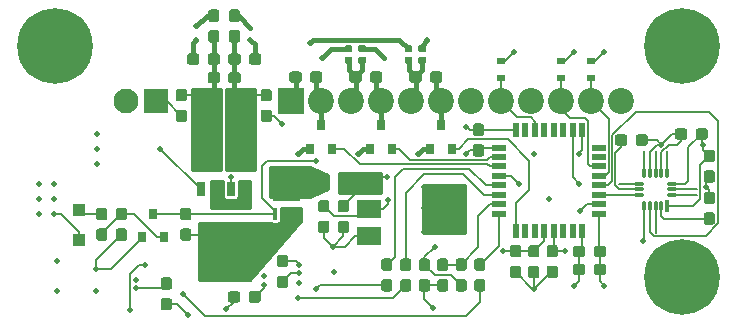
<source format=gbl>
G04 #@! TF.GenerationSoftware,KiCad,Pcbnew,5.0.2+dfsg1-1*
G04 #@! TF.CreationDate,2021-06-07T16:20:21-04:00*
G04 #@! TF.ProjectId,KyberBoard,4b796265-7242-46f6-9172-642e6b696361,rev?*
G04 #@! TF.SameCoordinates,Original*
G04 #@! TF.FileFunction,Copper,L4,Bot*
G04 #@! TF.FilePolarity,Positive*
%FSLAX46Y46*%
G04 Gerber Fmt 4.6, Leading zero omitted, Abs format (unit mm)*
G04 Created by KiCad (PCBNEW 5.0.2+dfsg1-1) date Mon 07 Jun 2021 04:20:21 PM EDT*
%MOMM*%
%LPD*%
G01*
G04 APERTURE LIST*
G04 #@! TA.AperFunction,SMDPad,CuDef*
%ADD10R,0.305000X1.001000*%
G04 #@! TD*
G04 #@! TA.AperFunction,SMDPad,CuDef*
%ADD11O,0.305000X1.001000*%
G04 #@! TD*
G04 #@! TA.AperFunction,SMDPad,CuDef*
%ADD12O,1.001000X0.305000*%
G04 #@! TD*
G04 #@! TA.AperFunction,Conductor*
%ADD13C,0.150000*%
G04 #@! TD*
G04 #@! TA.AperFunction,SMDPad,CuDef*
%ADD14C,0.950000*%
G04 #@! TD*
G04 #@! TA.AperFunction,SMDPad,CuDef*
%ADD15C,1.000000*%
G04 #@! TD*
G04 #@! TA.AperFunction,SMDPad,CuDef*
%ADD16R,0.650000X1.250000*%
G04 #@! TD*
G04 #@! TA.AperFunction,SMDPad,CuDef*
%ADD17R,2.000000X3.800000*%
G04 #@! TD*
G04 #@! TA.AperFunction,SMDPad,CuDef*
%ADD18R,2.000000X1.500000*%
G04 #@! TD*
G04 #@! TA.AperFunction,SMDPad,CuDef*
%ADD19C,0.975000*%
G04 #@! TD*
G04 #@! TA.AperFunction,SMDPad,CuDef*
%ADD20R,0.800000X0.900000*%
G04 #@! TD*
G04 #@! TA.AperFunction,ViaPad*
%ADD21C,0.600000*%
G04 #@! TD*
G04 #@! TA.AperFunction,Conductor*
%ADD22R,4.300000X4.300000*%
G04 #@! TD*
G04 #@! TA.AperFunction,SMDPad,CuDef*
%ADD23R,1.000000X1.000000*%
G04 #@! TD*
G04 #@! TA.AperFunction,SMDPad,CuDef*
%ADD24C,1.725000*%
G04 #@! TD*
G04 #@! TA.AperFunction,SMDPad,CuDef*
%ADD25R,0.405000X0.990000*%
G04 #@! TD*
G04 #@! TA.AperFunction,SMDPad,CuDef*
%ADD26C,0.590000*%
G04 #@! TD*
G04 #@! TA.AperFunction,ComponentPad*
%ADD27R,2.200000X2.200000*%
G04 #@! TD*
G04 #@! TA.AperFunction,ComponentPad*
%ADD28C,2.200000*%
G04 #@! TD*
G04 #@! TA.AperFunction,ComponentPad*
%ADD29C,0.800000*%
G04 #@! TD*
G04 #@! TA.AperFunction,ComponentPad*
%ADD30C,6.400000*%
G04 #@! TD*
G04 #@! TA.AperFunction,ComponentPad*
%ADD31R,2.100000X2.100000*%
G04 #@! TD*
G04 #@! TA.AperFunction,ComponentPad*
%ADD32C,2.100000*%
G04 #@! TD*
G04 #@! TA.AperFunction,SMDPad,CuDef*
%ADD33R,0.600000X1.200000*%
G04 #@! TD*
G04 #@! TA.AperFunction,SMDPad,CuDef*
%ADD34R,1.200000X0.600000*%
G04 #@! TD*
G04 #@! TA.AperFunction,SMDPad,CuDef*
%ADD35R,0.700000X0.600000*%
G04 #@! TD*
G04 #@! TA.AperFunction,ViaPad*
%ADD36C,0.508000*%
G04 #@! TD*
G04 #@! TA.AperFunction,Conductor*
%ADD37C,0.152400*%
G04 #@! TD*
G04 #@! TA.AperFunction,Conductor*
%ADD38C,0.203200*%
G04 #@! TD*
G04 #@! TA.AperFunction,Conductor*
%ADD39C,0.381000*%
G04 #@! TD*
G04 #@! TA.AperFunction,Conductor*
%ADD40C,0.177800*%
G04 #@! TD*
G04 #@! TA.AperFunction,Conductor*
%ADD41C,0.254000*%
G04 #@! TD*
G04 #@! TA.AperFunction,Conductor*
%ADD42C,0.200000*%
G04 #@! TD*
G04 APERTURE END LIST*
D10*
G04 #@! TO.P,U4,1*
G04 #@! TO.N,+3V3*
X171958000Y-80621000D03*
D11*
G04 #@! TO.P,U4,2*
G04 #@! TO.N,Net-(C17-Pad2)*
X171458000Y-80621000D03*
G04 #@! TO.P,U4,3*
G04 #@! TO.N,N/C*
X170958000Y-80621000D03*
G04 #@! TO.P,U4,4*
G04 #@! TO.N,/acc/SCL*
X170458000Y-80621000D03*
G04 #@! TO.P,U4,5*
G04 #@! TO.N,GND*
X169958000Y-80621000D03*
D12*
G04 #@! TO.P,U4,6*
G04 #@! TO.N,/acc/SDA*
X169589000Y-79743000D03*
G04 #@! TO.P,U4,7*
G04 #@! TO.N,Net-(R20-Pad1)*
X169589000Y-79243000D03*
G04 #@! TO.P,U4,8*
G04 #@! TO.N,N/C*
X169589000Y-78743000D03*
D11*
G04 #@! TO.P,U4,9*
G04 #@! TO.N,Net-(U4-Pad9)*
X169958000Y-77874000D03*
G04 #@! TO.P,U4,10*
G04 #@! TO.N,GND*
X170458000Y-77874000D03*
G04 #@! TO.P,U4,11*
G04 #@! TO.N,Net-(U4-Pad11)*
X170958000Y-77874000D03*
G04 #@! TO.P,U4,12*
G04 #@! TO.N,GND*
X171458000Y-77874000D03*
G04 #@! TO.P,U4,13*
G04 #@! TO.N,N/C*
X171958000Y-77874000D03*
D12*
G04 #@! TO.P,U4,14*
G04 #@! TO.N,+3V3*
X172327000Y-78743000D03*
G04 #@! TO.P,U4,15*
G04 #@! TO.N,N/C*
X172327000Y-79243000D03*
G04 #@! TO.P,U4,16*
X172327000Y-79743000D03*
G04 #@! TD*
D13*
G04 #@! TO.N,+3V3*
G04 #@! TO.C,C15*
G36*
X175774779Y-75880644D02*
X175797834Y-75884063D01*
X175820443Y-75889727D01*
X175842387Y-75897579D01*
X175863457Y-75907544D01*
X175883448Y-75919526D01*
X175902168Y-75933410D01*
X175919438Y-75949062D01*
X175935090Y-75966332D01*
X175948974Y-75985052D01*
X175960956Y-76005043D01*
X175970921Y-76026113D01*
X175978773Y-76048057D01*
X175984437Y-76070666D01*
X175987856Y-76093721D01*
X175989000Y-76117000D01*
X175989000Y-76692000D01*
X175987856Y-76715279D01*
X175984437Y-76738334D01*
X175978773Y-76760943D01*
X175970921Y-76782887D01*
X175960956Y-76803957D01*
X175948974Y-76823948D01*
X175935090Y-76842668D01*
X175919438Y-76859938D01*
X175902168Y-76875590D01*
X175883448Y-76889474D01*
X175863457Y-76901456D01*
X175842387Y-76911421D01*
X175820443Y-76919273D01*
X175797834Y-76924937D01*
X175774779Y-76928356D01*
X175751500Y-76929500D01*
X175276500Y-76929500D01*
X175253221Y-76928356D01*
X175230166Y-76924937D01*
X175207557Y-76919273D01*
X175185613Y-76911421D01*
X175164543Y-76901456D01*
X175144552Y-76889474D01*
X175125832Y-76875590D01*
X175108562Y-76859938D01*
X175092910Y-76842668D01*
X175079026Y-76823948D01*
X175067044Y-76803957D01*
X175057079Y-76782887D01*
X175049227Y-76760943D01*
X175043563Y-76738334D01*
X175040144Y-76715279D01*
X175039000Y-76692000D01*
X175039000Y-76117000D01*
X175040144Y-76093721D01*
X175043563Y-76070666D01*
X175049227Y-76048057D01*
X175057079Y-76026113D01*
X175067044Y-76005043D01*
X175079026Y-75985052D01*
X175092910Y-75966332D01*
X175108562Y-75949062D01*
X175125832Y-75933410D01*
X175144552Y-75919526D01*
X175164543Y-75907544D01*
X175185613Y-75897579D01*
X175207557Y-75889727D01*
X175230166Y-75884063D01*
X175253221Y-75880644D01*
X175276500Y-75879500D01*
X175751500Y-75879500D01*
X175774779Y-75880644D01*
X175774779Y-75880644D01*
G37*
D14*
G04 #@! TD*
G04 #@! TO.P,C15,2*
G04 #@! TO.N,+3V3*
X175514000Y-76404500D03*
D13*
G04 #@! TO.N,GND*
G04 #@! TO.C,C15*
G36*
X175774779Y-77630644D02*
X175797834Y-77634063D01*
X175820443Y-77639727D01*
X175842387Y-77647579D01*
X175863457Y-77657544D01*
X175883448Y-77669526D01*
X175902168Y-77683410D01*
X175919438Y-77699062D01*
X175935090Y-77716332D01*
X175948974Y-77735052D01*
X175960956Y-77755043D01*
X175970921Y-77776113D01*
X175978773Y-77798057D01*
X175984437Y-77820666D01*
X175987856Y-77843721D01*
X175989000Y-77867000D01*
X175989000Y-78442000D01*
X175987856Y-78465279D01*
X175984437Y-78488334D01*
X175978773Y-78510943D01*
X175970921Y-78532887D01*
X175960956Y-78553957D01*
X175948974Y-78573948D01*
X175935090Y-78592668D01*
X175919438Y-78609938D01*
X175902168Y-78625590D01*
X175883448Y-78639474D01*
X175863457Y-78651456D01*
X175842387Y-78661421D01*
X175820443Y-78669273D01*
X175797834Y-78674937D01*
X175774779Y-78678356D01*
X175751500Y-78679500D01*
X175276500Y-78679500D01*
X175253221Y-78678356D01*
X175230166Y-78674937D01*
X175207557Y-78669273D01*
X175185613Y-78661421D01*
X175164543Y-78651456D01*
X175144552Y-78639474D01*
X175125832Y-78625590D01*
X175108562Y-78609938D01*
X175092910Y-78592668D01*
X175079026Y-78573948D01*
X175067044Y-78553957D01*
X175057079Y-78532887D01*
X175049227Y-78510943D01*
X175043563Y-78488334D01*
X175040144Y-78465279D01*
X175039000Y-78442000D01*
X175039000Y-77867000D01*
X175040144Y-77843721D01*
X175043563Y-77820666D01*
X175049227Y-77798057D01*
X175057079Y-77776113D01*
X175067044Y-77755043D01*
X175079026Y-77735052D01*
X175092910Y-77716332D01*
X175108562Y-77699062D01*
X175125832Y-77683410D01*
X175144552Y-77669526D01*
X175164543Y-77657544D01*
X175185613Y-77647579D01*
X175207557Y-77639727D01*
X175230166Y-77634063D01*
X175253221Y-77630644D01*
X175276500Y-77629500D01*
X175751500Y-77629500D01*
X175774779Y-77630644D01*
X175774779Y-77630644D01*
G37*
D14*
G04 #@! TD*
G04 #@! TO.P,C15,1*
G04 #@! TO.N,GND*
X175514000Y-78154500D03*
D15*
G04 #@! TO.P,Q4,7/8*
G04 #@! TO.N,/MOT-*
X135616000Y-75635000D03*
D13*
G04 #@! TD*
G04 #@! TO.N,/MOT-*
G04 #@! TO.C,Q4*
G36*
X135291000Y-73175000D02*
X135291000Y-73775000D01*
X135941000Y-73775000D01*
X135941000Y-73175000D01*
X136666000Y-73175000D01*
X136666000Y-74235000D01*
X137066000Y-74235000D01*
X137066000Y-75035000D01*
X136666000Y-75035000D01*
X136666000Y-76685000D01*
X137066000Y-76685000D01*
X137066000Y-77485000D01*
X136666000Y-77485000D01*
X136666000Y-77675000D01*
X134566000Y-77675000D01*
X134566000Y-73175000D01*
X135291000Y-73175000D01*
X135291000Y-73175000D01*
G37*
D16*
G04 #@! TO.P,Q4,1*
G04 #@! TO.N,GND*
X136271000Y-79200000D03*
G04 #@! TO.P,Q4,2*
G04 #@! TO.N,Net-(Q4-Pad2)*
X135001000Y-79200000D03*
G04 #@! TO.P,Q4,3*
G04 #@! TO.N,GND*
X133731000Y-79200000D03*
G04 #@! TO.P,Q4,4*
G04 #@! TO.N,Net-(Q4-Pad4)*
X132461000Y-79200000D03*
D15*
G04 #@! TO.P,Q4,5/6*
G04 #@! TO.N,/MOT+*
X133116000Y-75635000D03*
D13*
G04 #@! TD*
G04 #@! TO.N,/MOT+*
G04 #@! TO.C,Q4*
G36*
X132066000Y-76685000D02*
X132066000Y-75035000D01*
X131666000Y-75035000D01*
X131666000Y-74235000D01*
X132066000Y-74235000D01*
X132066000Y-73175000D01*
X132791000Y-73175000D01*
X132791000Y-73775000D01*
X133441000Y-73775000D01*
X133441000Y-73175000D01*
X134166000Y-73175000D01*
X134166000Y-77675000D01*
X132066000Y-77675000D01*
X132066000Y-77485000D01*
X131666000Y-77485000D01*
X131666000Y-76685000D01*
X132066000Y-76685000D01*
X132066000Y-76685000D01*
G37*
D17*
G04 #@! TO.P,U3,2*
G04 #@! TO.N,+3V3*
X153010000Y-80899000D03*
D18*
X146710000Y-80899000D03*
G04 #@! TO.P,U3,3*
G04 #@! TO.N,+12C*
X146710000Y-78599000D03*
G04 #@! TO.P,U3,1*
G04 #@! TO.N,GND*
X146710000Y-83199000D03*
G04 #@! TD*
D13*
G04 #@! TO.N,Net-(Q2-Pad4)*
G04 #@! TO.C,R8*
G36*
X131451779Y-80794144D02*
X131474834Y-80797563D01*
X131497443Y-80803227D01*
X131519387Y-80811079D01*
X131540457Y-80821044D01*
X131560448Y-80833026D01*
X131579168Y-80846910D01*
X131596438Y-80862562D01*
X131612090Y-80879832D01*
X131625974Y-80898552D01*
X131637956Y-80918543D01*
X131647921Y-80939613D01*
X131655773Y-80961557D01*
X131661437Y-80984166D01*
X131664856Y-81007221D01*
X131666000Y-81030500D01*
X131666000Y-81605500D01*
X131664856Y-81628779D01*
X131661437Y-81651834D01*
X131655773Y-81674443D01*
X131647921Y-81696387D01*
X131637956Y-81717457D01*
X131625974Y-81737448D01*
X131612090Y-81756168D01*
X131596438Y-81773438D01*
X131579168Y-81789090D01*
X131560448Y-81802974D01*
X131540457Y-81814956D01*
X131519387Y-81824921D01*
X131497443Y-81832773D01*
X131474834Y-81838437D01*
X131451779Y-81841856D01*
X131428500Y-81843000D01*
X130953500Y-81843000D01*
X130930221Y-81841856D01*
X130907166Y-81838437D01*
X130884557Y-81832773D01*
X130862613Y-81824921D01*
X130841543Y-81814956D01*
X130821552Y-81802974D01*
X130802832Y-81789090D01*
X130785562Y-81773438D01*
X130769910Y-81756168D01*
X130756026Y-81737448D01*
X130744044Y-81717457D01*
X130734079Y-81696387D01*
X130726227Y-81674443D01*
X130720563Y-81651834D01*
X130717144Y-81628779D01*
X130716000Y-81605500D01*
X130716000Y-81030500D01*
X130717144Y-81007221D01*
X130720563Y-80984166D01*
X130726227Y-80961557D01*
X130734079Y-80939613D01*
X130744044Y-80918543D01*
X130756026Y-80898552D01*
X130769910Y-80879832D01*
X130785562Y-80862562D01*
X130802832Y-80846910D01*
X130821552Y-80833026D01*
X130841543Y-80821044D01*
X130862613Y-80811079D01*
X130884557Y-80803227D01*
X130907166Y-80797563D01*
X130930221Y-80794144D01*
X130953500Y-80793000D01*
X131428500Y-80793000D01*
X131451779Y-80794144D01*
X131451779Y-80794144D01*
G37*
D14*
G04 #@! TD*
G04 #@! TO.P,R8,2*
G04 #@! TO.N,Net-(Q2-Pad4)*
X131191000Y-81318000D03*
D13*
G04 #@! TO.N,/hbridge/VCC*
G04 #@! TO.C,R8*
G36*
X131451779Y-82544144D02*
X131474834Y-82547563D01*
X131497443Y-82553227D01*
X131519387Y-82561079D01*
X131540457Y-82571044D01*
X131560448Y-82583026D01*
X131579168Y-82596910D01*
X131596438Y-82612562D01*
X131612090Y-82629832D01*
X131625974Y-82648552D01*
X131637956Y-82668543D01*
X131647921Y-82689613D01*
X131655773Y-82711557D01*
X131661437Y-82734166D01*
X131664856Y-82757221D01*
X131666000Y-82780500D01*
X131666000Y-83355500D01*
X131664856Y-83378779D01*
X131661437Y-83401834D01*
X131655773Y-83424443D01*
X131647921Y-83446387D01*
X131637956Y-83467457D01*
X131625974Y-83487448D01*
X131612090Y-83506168D01*
X131596438Y-83523438D01*
X131579168Y-83539090D01*
X131560448Y-83552974D01*
X131540457Y-83564956D01*
X131519387Y-83574921D01*
X131497443Y-83582773D01*
X131474834Y-83588437D01*
X131451779Y-83591856D01*
X131428500Y-83593000D01*
X130953500Y-83593000D01*
X130930221Y-83591856D01*
X130907166Y-83588437D01*
X130884557Y-83582773D01*
X130862613Y-83574921D01*
X130841543Y-83564956D01*
X130821552Y-83552974D01*
X130802832Y-83539090D01*
X130785562Y-83523438D01*
X130769910Y-83506168D01*
X130756026Y-83487448D01*
X130744044Y-83467457D01*
X130734079Y-83446387D01*
X130726227Y-83424443D01*
X130720563Y-83401834D01*
X130717144Y-83378779D01*
X130716000Y-83355500D01*
X130716000Y-82780500D01*
X130717144Y-82757221D01*
X130720563Y-82734166D01*
X130726227Y-82711557D01*
X130734079Y-82689613D01*
X130744044Y-82668543D01*
X130756026Y-82648552D01*
X130769910Y-82629832D01*
X130785562Y-82612562D01*
X130802832Y-82596910D01*
X130821552Y-82583026D01*
X130841543Y-82571044D01*
X130862613Y-82561079D01*
X130884557Y-82553227D01*
X130907166Y-82547563D01*
X130930221Y-82544144D01*
X130953500Y-82543000D01*
X131428500Y-82543000D01*
X131451779Y-82544144D01*
X131451779Y-82544144D01*
G37*
D14*
G04 #@! TD*
G04 #@! TO.P,R8,1*
G04 #@! TO.N,/hbridge/VCC*
X131191000Y-83068000D03*
D13*
G04 #@! TO.N,GND*
G04 #@! TO.C,C1*
G36*
X154756279Y-86838144D02*
X154779334Y-86841563D01*
X154801943Y-86847227D01*
X154823887Y-86855079D01*
X154844957Y-86865044D01*
X154864948Y-86877026D01*
X154883668Y-86890910D01*
X154900938Y-86906562D01*
X154916590Y-86923832D01*
X154930474Y-86942552D01*
X154942456Y-86962543D01*
X154952421Y-86983613D01*
X154960273Y-87005557D01*
X154965937Y-87028166D01*
X154969356Y-87051221D01*
X154970500Y-87074500D01*
X154970500Y-87649500D01*
X154969356Y-87672779D01*
X154965937Y-87695834D01*
X154960273Y-87718443D01*
X154952421Y-87740387D01*
X154942456Y-87761457D01*
X154930474Y-87781448D01*
X154916590Y-87800168D01*
X154900938Y-87817438D01*
X154883668Y-87833090D01*
X154864948Y-87846974D01*
X154844957Y-87858956D01*
X154823887Y-87868921D01*
X154801943Y-87876773D01*
X154779334Y-87882437D01*
X154756279Y-87885856D01*
X154733000Y-87887000D01*
X154258000Y-87887000D01*
X154234721Y-87885856D01*
X154211666Y-87882437D01*
X154189057Y-87876773D01*
X154167113Y-87868921D01*
X154146043Y-87858956D01*
X154126052Y-87846974D01*
X154107332Y-87833090D01*
X154090062Y-87817438D01*
X154074410Y-87800168D01*
X154060526Y-87781448D01*
X154048544Y-87761457D01*
X154038579Y-87740387D01*
X154030727Y-87718443D01*
X154025063Y-87695834D01*
X154021644Y-87672779D01*
X154020500Y-87649500D01*
X154020500Y-87074500D01*
X154021644Y-87051221D01*
X154025063Y-87028166D01*
X154030727Y-87005557D01*
X154038579Y-86983613D01*
X154048544Y-86962543D01*
X154060526Y-86942552D01*
X154074410Y-86923832D01*
X154090062Y-86906562D01*
X154107332Y-86890910D01*
X154126052Y-86877026D01*
X154146043Y-86865044D01*
X154167113Y-86855079D01*
X154189057Y-86847227D01*
X154211666Y-86841563D01*
X154234721Y-86838144D01*
X154258000Y-86837000D01*
X154733000Y-86837000D01*
X154756279Y-86838144D01*
X154756279Y-86838144D01*
G37*
D14*
G04 #@! TD*
G04 #@! TO.P,C1,2*
G04 #@! TO.N,GND*
X154495500Y-87362000D03*
D13*
G04 #@! TO.N,/micro/ADC_imtr*
G04 #@! TO.C,C1*
G36*
X154756279Y-85088144D02*
X154779334Y-85091563D01*
X154801943Y-85097227D01*
X154823887Y-85105079D01*
X154844957Y-85115044D01*
X154864948Y-85127026D01*
X154883668Y-85140910D01*
X154900938Y-85156562D01*
X154916590Y-85173832D01*
X154930474Y-85192552D01*
X154942456Y-85212543D01*
X154952421Y-85233613D01*
X154960273Y-85255557D01*
X154965937Y-85278166D01*
X154969356Y-85301221D01*
X154970500Y-85324500D01*
X154970500Y-85899500D01*
X154969356Y-85922779D01*
X154965937Y-85945834D01*
X154960273Y-85968443D01*
X154952421Y-85990387D01*
X154942456Y-86011457D01*
X154930474Y-86031448D01*
X154916590Y-86050168D01*
X154900938Y-86067438D01*
X154883668Y-86083090D01*
X154864948Y-86096974D01*
X154844957Y-86108956D01*
X154823887Y-86118921D01*
X154801943Y-86126773D01*
X154779334Y-86132437D01*
X154756279Y-86135856D01*
X154733000Y-86137000D01*
X154258000Y-86137000D01*
X154234721Y-86135856D01*
X154211666Y-86132437D01*
X154189057Y-86126773D01*
X154167113Y-86118921D01*
X154146043Y-86108956D01*
X154126052Y-86096974D01*
X154107332Y-86083090D01*
X154090062Y-86067438D01*
X154074410Y-86050168D01*
X154060526Y-86031448D01*
X154048544Y-86011457D01*
X154038579Y-85990387D01*
X154030727Y-85968443D01*
X154025063Y-85945834D01*
X154021644Y-85922779D01*
X154020500Y-85899500D01*
X154020500Y-85324500D01*
X154021644Y-85301221D01*
X154025063Y-85278166D01*
X154030727Y-85255557D01*
X154038579Y-85233613D01*
X154048544Y-85212543D01*
X154060526Y-85192552D01*
X154074410Y-85173832D01*
X154090062Y-85156562D01*
X154107332Y-85140910D01*
X154126052Y-85127026D01*
X154146043Y-85115044D01*
X154167113Y-85105079D01*
X154189057Y-85097227D01*
X154211666Y-85091563D01*
X154234721Y-85088144D01*
X154258000Y-85087000D01*
X154733000Y-85087000D01*
X154756279Y-85088144D01*
X154756279Y-85088144D01*
G37*
D14*
G04 #@! TD*
G04 #@! TO.P,C1,1*
G04 #@! TO.N,/micro/ADC_imtr*
X154495500Y-85612000D03*
D13*
G04 #@! TO.N,/micro/NRST*
G04 #@! TO.C,C2*
G36*
X162462930Y-83945144D02*
X162485985Y-83948563D01*
X162508594Y-83954227D01*
X162530538Y-83962079D01*
X162551608Y-83972044D01*
X162571599Y-83984026D01*
X162590319Y-83997910D01*
X162607589Y-84013562D01*
X162623241Y-84030832D01*
X162637125Y-84049552D01*
X162649107Y-84069543D01*
X162659072Y-84090613D01*
X162666924Y-84112557D01*
X162672588Y-84135166D01*
X162676007Y-84158221D01*
X162677151Y-84181500D01*
X162677151Y-84756500D01*
X162676007Y-84779779D01*
X162672588Y-84802834D01*
X162666924Y-84825443D01*
X162659072Y-84847387D01*
X162649107Y-84868457D01*
X162637125Y-84888448D01*
X162623241Y-84907168D01*
X162607589Y-84924438D01*
X162590319Y-84940090D01*
X162571599Y-84953974D01*
X162551608Y-84965956D01*
X162530538Y-84975921D01*
X162508594Y-84983773D01*
X162485985Y-84989437D01*
X162462930Y-84992856D01*
X162439651Y-84994000D01*
X161964651Y-84994000D01*
X161941372Y-84992856D01*
X161918317Y-84989437D01*
X161895708Y-84983773D01*
X161873764Y-84975921D01*
X161852694Y-84965956D01*
X161832703Y-84953974D01*
X161813983Y-84940090D01*
X161796713Y-84924438D01*
X161781061Y-84907168D01*
X161767177Y-84888448D01*
X161755195Y-84868457D01*
X161745230Y-84847387D01*
X161737378Y-84825443D01*
X161731714Y-84802834D01*
X161728295Y-84779779D01*
X161727151Y-84756500D01*
X161727151Y-84181500D01*
X161728295Y-84158221D01*
X161731714Y-84135166D01*
X161737378Y-84112557D01*
X161745230Y-84090613D01*
X161755195Y-84069543D01*
X161767177Y-84049552D01*
X161781061Y-84030832D01*
X161796713Y-84013562D01*
X161813983Y-83997910D01*
X161832703Y-83984026D01*
X161852694Y-83972044D01*
X161873764Y-83962079D01*
X161895708Y-83954227D01*
X161918317Y-83948563D01*
X161941372Y-83945144D01*
X161964651Y-83944000D01*
X162439651Y-83944000D01*
X162462930Y-83945144D01*
X162462930Y-83945144D01*
G37*
D14*
G04 #@! TD*
G04 #@! TO.P,C2,1*
G04 #@! TO.N,/micro/NRST*
X162202151Y-84469000D03*
D13*
G04 #@! TO.N,GND*
G04 #@! TO.C,C2*
G36*
X162462930Y-85695144D02*
X162485985Y-85698563D01*
X162508594Y-85704227D01*
X162530538Y-85712079D01*
X162551608Y-85722044D01*
X162571599Y-85734026D01*
X162590319Y-85747910D01*
X162607589Y-85763562D01*
X162623241Y-85780832D01*
X162637125Y-85799552D01*
X162649107Y-85819543D01*
X162659072Y-85840613D01*
X162666924Y-85862557D01*
X162672588Y-85885166D01*
X162676007Y-85908221D01*
X162677151Y-85931500D01*
X162677151Y-86506500D01*
X162676007Y-86529779D01*
X162672588Y-86552834D01*
X162666924Y-86575443D01*
X162659072Y-86597387D01*
X162649107Y-86618457D01*
X162637125Y-86638448D01*
X162623241Y-86657168D01*
X162607589Y-86674438D01*
X162590319Y-86690090D01*
X162571599Y-86703974D01*
X162551608Y-86715956D01*
X162530538Y-86725921D01*
X162508594Y-86733773D01*
X162485985Y-86739437D01*
X162462930Y-86742856D01*
X162439651Y-86744000D01*
X161964651Y-86744000D01*
X161941372Y-86742856D01*
X161918317Y-86739437D01*
X161895708Y-86733773D01*
X161873764Y-86725921D01*
X161852694Y-86715956D01*
X161832703Y-86703974D01*
X161813983Y-86690090D01*
X161796713Y-86674438D01*
X161781061Y-86657168D01*
X161767177Y-86638448D01*
X161755195Y-86618457D01*
X161745230Y-86597387D01*
X161737378Y-86575443D01*
X161731714Y-86552834D01*
X161728295Y-86529779D01*
X161727151Y-86506500D01*
X161727151Y-85931500D01*
X161728295Y-85908221D01*
X161731714Y-85885166D01*
X161737378Y-85862557D01*
X161745230Y-85840613D01*
X161755195Y-85819543D01*
X161767177Y-85799552D01*
X161781061Y-85780832D01*
X161796713Y-85763562D01*
X161813983Y-85747910D01*
X161832703Y-85734026D01*
X161852694Y-85722044D01*
X161873764Y-85712079D01*
X161895708Y-85704227D01*
X161918317Y-85698563D01*
X161941372Y-85695144D01*
X161964651Y-85694000D01*
X162439651Y-85694000D01*
X162462930Y-85695144D01*
X162462930Y-85695144D01*
G37*
D14*
G04 #@! TD*
G04 #@! TO.P,C2,2*
G04 #@! TO.N,GND*
X162202151Y-86219000D03*
D13*
G04 #@! TO.N,GND*
G04 #@! TO.C,C3*
G36*
X166561328Y-84006544D02*
X166584383Y-84009963D01*
X166606992Y-84015627D01*
X166628936Y-84023479D01*
X166650006Y-84033444D01*
X166669997Y-84045426D01*
X166688717Y-84059310D01*
X166705987Y-84074962D01*
X166721639Y-84092232D01*
X166735523Y-84110952D01*
X166747505Y-84130943D01*
X166757470Y-84152013D01*
X166765322Y-84173957D01*
X166770986Y-84196566D01*
X166774405Y-84219621D01*
X166775549Y-84242900D01*
X166775549Y-84717900D01*
X166774405Y-84741179D01*
X166770986Y-84764234D01*
X166765322Y-84786843D01*
X166757470Y-84808787D01*
X166747505Y-84829857D01*
X166735523Y-84849848D01*
X166721639Y-84868568D01*
X166705987Y-84885838D01*
X166688717Y-84901490D01*
X166669997Y-84915374D01*
X166650006Y-84927356D01*
X166628936Y-84937321D01*
X166606992Y-84945173D01*
X166584383Y-84950837D01*
X166561328Y-84954256D01*
X166538049Y-84955400D01*
X165963049Y-84955400D01*
X165939770Y-84954256D01*
X165916715Y-84950837D01*
X165894106Y-84945173D01*
X165872162Y-84937321D01*
X165851092Y-84927356D01*
X165831101Y-84915374D01*
X165812381Y-84901490D01*
X165795111Y-84885838D01*
X165779459Y-84868568D01*
X165765575Y-84849848D01*
X165753593Y-84829857D01*
X165743628Y-84808787D01*
X165735776Y-84786843D01*
X165730112Y-84764234D01*
X165726693Y-84741179D01*
X165725549Y-84717900D01*
X165725549Y-84242900D01*
X165726693Y-84219621D01*
X165730112Y-84196566D01*
X165735776Y-84173957D01*
X165743628Y-84152013D01*
X165753593Y-84130943D01*
X165765575Y-84110952D01*
X165779459Y-84092232D01*
X165795111Y-84074962D01*
X165812381Y-84059310D01*
X165831101Y-84045426D01*
X165851092Y-84033444D01*
X165872162Y-84023479D01*
X165894106Y-84015627D01*
X165916715Y-84009963D01*
X165939770Y-84006544D01*
X165963049Y-84005400D01*
X166538049Y-84005400D01*
X166561328Y-84006544D01*
X166561328Y-84006544D01*
G37*
D14*
G04 #@! TD*
G04 #@! TO.P,C3,2*
G04 #@! TO.N,GND*
X166250549Y-84480400D03*
D13*
G04 #@! TO.N,+3V3*
G04 #@! TO.C,C3*
G36*
X164811330Y-84006544D02*
X164834385Y-84009963D01*
X164856994Y-84015627D01*
X164878938Y-84023479D01*
X164900008Y-84033444D01*
X164919999Y-84045426D01*
X164938719Y-84059310D01*
X164955989Y-84074962D01*
X164971641Y-84092232D01*
X164985525Y-84110952D01*
X164997507Y-84130943D01*
X165007472Y-84152013D01*
X165015324Y-84173957D01*
X165020988Y-84196566D01*
X165024407Y-84219621D01*
X165025551Y-84242900D01*
X165025551Y-84717900D01*
X165024407Y-84741179D01*
X165020988Y-84764234D01*
X165015324Y-84786843D01*
X165007472Y-84808787D01*
X164997507Y-84829857D01*
X164985525Y-84849848D01*
X164971641Y-84868568D01*
X164955989Y-84885838D01*
X164938719Y-84901490D01*
X164919999Y-84915374D01*
X164900008Y-84927356D01*
X164878938Y-84937321D01*
X164856994Y-84945173D01*
X164834385Y-84950837D01*
X164811330Y-84954256D01*
X164788051Y-84955400D01*
X164213051Y-84955400D01*
X164189772Y-84954256D01*
X164166717Y-84950837D01*
X164144108Y-84945173D01*
X164122164Y-84937321D01*
X164101094Y-84927356D01*
X164081103Y-84915374D01*
X164062383Y-84901490D01*
X164045113Y-84885838D01*
X164029461Y-84868568D01*
X164015577Y-84849848D01*
X164003595Y-84829857D01*
X163993630Y-84808787D01*
X163985778Y-84786843D01*
X163980114Y-84764234D01*
X163976695Y-84741179D01*
X163975551Y-84717900D01*
X163975551Y-84242900D01*
X163976695Y-84219621D01*
X163980114Y-84196566D01*
X163985778Y-84173957D01*
X163993630Y-84152013D01*
X164003595Y-84130943D01*
X164015577Y-84110952D01*
X164029461Y-84092232D01*
X164045113Y-84074962D01*
X164062383Y-84059310D01*
X164081103Y-84045426D01*
X164101094Y-84033444D01*
X164122164Y-84023479D01*
X164144108Y-84015627D01*
X164166717Y-84009963D01*
X164189772Y-84006544D01*
X164213051Y-84005400D01*
X164788051Y-84005400D01*
X164811330Y-84006544D01*
X164811330Y-84006544D01*
G37*
D14*
G04 #@! TD*
G04 #@! TO.P,C3,1*
G04 #@! TO.N,+3V3*
X164500551Y-84480400D03*
D13*
G04 #@! TO.N,+3V3*
G04 #@! TO.C,C4*
G36*
X164811330Y-85530544D02*
X164834385Y-85533963D01*
X164856994Y-85539627D01*
X164878938Y-85547479D01*
X164900008Y-85557444D01*
X164919999Y-85569426D01*
X164938719Y-85583310D01*
X164955989Y-85598962D01*
X164971641Y-85616232D01*
X164985525Y-85634952D01*
X164997507Y-85654943D01*
X165007472Y-85676013D01*
X165015324Y-85697957D01*
X165020988Y-85720566D01*
X165024407Y-85743621D01*
X165025551Y-85766900D01*
X165025551Y-86241900D01*
X165024407Y-86265179D01*
X165020988Y-86288234D01*
X165015324Y-86310843D01*
X165007472Y-86332787D01*
X164997507Y-86353857D01*
X164985525Y-86373848D01*
X164971641Y-86392568D01*
X164955989Y-86409838D01*
X164938719Y-86425490D01*
X164919999Y-86439374D01*
X164900008Y-86451356D01*
X164878938Y-86461321D01*
X164856994Y-86469173D01*
X164834385Y-86474837D01*
X164811330Y-86478256D01*
X164788051Y-86479400D01*
X164213051Y-86479400D01*
X164189772Y-86478256D01*
X164166717Y-86474837D01*
X164144108Y-86469173D01*
X164122164Y-86461321D01*
X164101094Y-86451356D01*
X164081103Y-86439374D01*
X164062383Y-86425490D01*
X164045113Y-86409838D01*
X164029461Y-86392568D01*
X164015577Y-86373848D01*
X164003595Y-86353857D01*
X163993630Y-86332787D01*
X163985778Y-86310843D01*
X163980114Y-86288234D01*
X163976695Y-86265179D01*
X163975551Y-86241900D01*
X163975551Y-85766900D01*
X163976695Y-85743621D01*
X163980114Y-85720566D01*
X163985778Y-85697957D01*
X163993630Y-85676013D01*
X164003595Y-85654943D01*
X164015577Y-85634952D01*
X164029461Y-85616232D01*
X164045113Y-85598962D01*
X164062383Y-85583310D01*
X164081103Y-85569426D01*
X164101094Y-85557444D01*
X164122164Y-85547479D01*
X164144108Y-85539627D01*
X164166717Y-85533963D01*
X164189772Y-85530544D01*
X164213051Y-85529400D01*
X164788051Y-85529400D01*
X164811330Y-85530544D01*
X164811330Y-85530544D01*
G37*
D14*
G04 #@! TD*
G04 #@! TO.P,C4,1*
G04 #@! TO.N,+3V3*
X164500551Y-86004400D03*
D13*
G04 #@! TO.N,GND*
G04 #@! TO.C,C4*
G36*
X166561328Y-85530544D02*
X166584383Y-85533963D01*
X166606992Y-85539627D01*
X166628936Y-85547479D01*
X166650006Y-85557444D01*
X166669997Y-85569426D01*
X166688717Y-85583310D01*
X166705987Y-85598962D01*
X166721639Y-85616232D01*
X166735523Y-85634952D01*
X166747505Y-85654943D01*
X166757470Y-85676013D01*
X166765322Y-85697957D01*
X166770986Y-85720566D01*
X166774405Y-85743621D01*
X166775549Y-85766900D01*
X166775549Y-86241900D01*
X166774405Y-86265179D01*
X166770986Y-86288234D01*
X166765322Y-86310843D01*
X166757470Y-86332787D01*
X166747505Y-86353857D01*
X166735523Y-86373848D01*
X166721639Y-86392568D01*
X166705987Y-86409838D01*
X166688717Y-86425490D01*
X166669997Y-86439374D01*
X166650006Y-86451356D01*
X166628936Y-86461321D01*
X166606992Y-86469173D01*
X166584383Y-86474837D01*
X166561328Y-86478256D01*
X166538049Y-86479400D01*
X165963049Y-86479400D01*
X165939770Y-86478256D01*
X165916715Y-86474837D01*
X165894106Y-86469173D01*
X165872162Y-86461321D01*
X165851092Y-86451356D01*
X165831101Y-86439374D01*
X165812381Y-86425490D01*
X165795111Y-86409838D01*
X165779459Y-86392568D01*
X165765575Y-86373848D01*
X165753593Y-86353857D01*
X165743628Y-86332787D01*
X165735776Y-86310843D01*
X165730112Y-86288234D01*
X165726693Y-86265179D01*
X165725549Y-86241900D01*
X165725549Y-85766900D01*
X165726693Y-85743621D01*
X165730112Y-85720566D01*
X165735776Y-85697957D01*
X165743628Y-85676013D01*
X165753593Y-85654943D01*
X165765575Y-85634952D01*
X165779459Y-85616232D01*
X165795111Y-85598962D01*
X165812381Y-85583310D01*
X165831101Y-85569426D01*
X165851092Y-85557444D01*
X165872162Y-85547479D01*
X165894106Y-85539627D01*
X165916715Y-85533963D01*
X165939770Y-85530544D01*
X165963049Y-85529400D01*
X166538049Y-85529400D01*
X166561328Y-85530544D01*
X166561328Y-85530544D01*
G37*
D14*
G04 #@! TD*
G04 #@! TO.P,C4,2*
G04 #@! TO.N,GND*
X166250549Y-86004400D03*
D13*
G04 #@! TO.N,GND*
G04 #@! TO.C,C5*
G36*
X156216779Y-75408143D02*
X156239834Y-75411562D01*
X156262443Y-75417226D01*
X156284387Y-75425078D01*
X156305457Y-75435043D01*
X156325448Y-75447025D01*
X156344168Y-75460909D01*
X156361438Y-75476561D01*
X156377090Y-75493831D01*
X156390974Y-75512551D01*
X156402956Y-75532542D01*
X156412921Y-75553612D01*
X156420773Y-75575556D01*
X156426437Y-75598165D01*
X156429856Y-75621220D01*
X156431000Y-75644499D01*
X156431000Y-76219499D01*
X156429856Y-76242778D01*
X156426437Y-76265833D01*
X156420773Y-76288442D01*
X156412921Y-76310386D01*
X156402956Y-76331456D01*
X156390974Y-76351447D01*
X156377090Y-76370167D01*
X156361438Y-76387437D01*
X156344168Y-76403089D01*
X156325448Y-76416973D01*
X156305457Y-76428955D01*
X156284387Y-76438920D01*
X156262443Y-76446772D01*
X156239834Y-76452436D01*
X156216779Y-76455855D01*
X156193500Y-76456999D01*
X155718500Y-76456999D01*
X155695221Y-76455855D01*
X155672166Y-76452436D01*
X155649557Y-76446772D01*
X155627613Y-76438920D01*
X155606543Y-76428955D01*
X155586552Y-76416973D01*
X155567832Y-76403089D01*
X155550562Y-76387437D01*
X155534910Y-76370167D01*
X155521026Y-76351447D01*
X155509044Y-76331456D01*
X155499079Y-76310386D01*
X155491227Y-76288442D01*
X155485563Y-76265833D01*
X155482144Y-76242778D01*
X155481000Y-76219499D01*
X155481000Y-75644499D01*
X155482144Y-75621220D01*
X155485563Y-75598165D01*
X155491227Y-75575556D01*
X155499079Y-75553612D01*
X155509044Y-75532542D01*
X155521026Y-75512551D01*
X155534910Y-75493831D01*
X155550562Y-75476561D01*
X155567832Y-75460909D01*
X155586552Y-75447025D01*
X155606543Y-75435043D01*
X155627613Y-75425078D01*
X155649557Y-75417226D01*
X155672166Y-75411562D01*
X155695221Y-75408143D01*
X155718500Y-75406999D01*
X156193500Y-75406999D01*
X156216779Y-75408143D01*
X156216779Y-75408143D01*
G37*
D14*
G04 #@! TD*
G04 #@! TO.P,C5,2*
G04 #@! TO.N,GND*
X155956000Y-75931999D03*
D13*
G04 #@! TO.N,+3V3*
G04 #@! TO.C,C5*
G36*
X156216779Y-73658145D02*
X156239834Y-73661564D01*
X156262443Y-73667228D01*
X156284387Y-73675080D01*
X156305457Y-73685045D01*
X156325448Y-73697027D01*
X156344168Y-73710911D01*
X156361438Y-73726563D01*
X156377090Y-73743833D01*
X156390974Y-73762553D01*
X156402956Y-73782544D01*
X156412921Y-73803614D01*
X156420773Y-73825558D01*
X156426437Y-73848167D01*
X156429856Y-73871222D01*
X156431000Y-73894501D01*
X156431000Y-74469501D01*
X156429856Y-74492780D01*
X156426437Y-74515835D01*
X156420773Y-74538444D01*
X156412921Y-74560388D01*
X156402956Y-74581458D01*
X156390974Y-74601449D01*
X156377090Y-74620169D01*
X156361438Y-74637439D01*
X156344168Y-74653091D01*
X156325448Y-74666975D01*
X156305457Y-74678957D01*
X156284387Y-74688922D01*
X156262443Y-74696774D01*
X156239834Y-74702438D01*
X156216779Y-74705857D01*
X156193500Y-74707001D01*
X155718500Y-74707001D01*
X155695221Y-74705857D01*
X155672166Y-74702438D01*
X155649557Y-74696774D01*
X155627613Y-74688922D01*
X155606543Y-74678957D01*
X155586552Y-74666975D01*
X155567832Y-74653091D01*
X155550562Y-74637439D01*
X155534910Y-74620169D01*
X155521026Y-74601449D01*
X155509044Y-74581458D01*
X155499079Y-74560388D01*
X155491227Y-74538444D01*
X155485563Y-74515835D01*
X155482144Y-74492780D01*
X155481000Y-74469501D01*
X155481000Y-73894501D01*
X155482144Y-73871222D01*
X155485563Y-73848167D01*
X155491227Y-73825558D01*
X155499079Y-73803614D01*
X155509044Y-73782544D01*
X155521026Y-73762553D01*
X155534910Y-73743833D01*
X155550562Y-73726563D01*
X155567832Y-73710911D01*
X155586552Y-73697027D01*
X155606543Y-73685045D01*
X155627613Y-73675080D01*
X155649557Y-73667228D01*
X155672166Y-73661564D01*
X155695221Y-73658145D01*
X155718500Y-73657001D01*
X156193500Y-73657001D01*
X156216779Y-73658145D01*
X156216779Y-73658145D01*
G37*
D14*
G04 #@! TD*
G04 #@! TO.P,C5,1*
G04 #@! TO.N,+3V3*
X155956000Y-74182001D03*
D13*
G04 #@! TO.N,Net-(C8-Pad1)*
G04 #@! TO.C,C8*
G36*
X139643488Y-86536144D02*
X139666543Y-86539563D01*
X139689152Y-86545227D01*
X139711096Y-86553079D01*
X139732166Y-86563044D01*
X139752157Y-86575026D01*
X139770877Y-86588910D01*
X139788147Y-86604562D01*
X139803799Y-86621832D01*
X139817683Y-86640552D01*
X139829665Y-86660543D01*
X139839630Y-86681613D01*
X139847482Y-86703557D01*
X139853146Y-86726166D01*
X139856565Y-86749221D01*
X139857709Y-86772500D01*
X139857709Y-87347500D01*
X139856565Y-87370779D01*
X139853146Y-87393834D01*
X139847482Y-87416443D01*
X139839630Y-87438387D01*
X139829665Y-87459457D01*
X139817683Y-87479448D01*
X139803799Y-87498168D01*
X139788147Y-87515438D01*
X139770877Y-87531090D01*
X139752157Y-87544974D01*
X139732166Y-87556956D01*
X139711096Y-87566921D01*
X139689152Y-87574773D01*
X139666543Y-87580437D01*
X139643488Y-87583856D01*
X139620209Y-87585000D01*
X139145209Y-87585000D01*
X139121930Y-87583856D01*
X139098875Y-87580437D01*
X139076266Y-87574773D01*
X139054322Y-87566921D01*
X139033252Y-87556956D01*
X139013261Y-87544974D01*
X138994541Y-87531090D01*
X138977271Y-87515438D01*
X138961619Y-87498168D01*
X138947735Y-87479448D01*
X138935753Y-87459457D01*
X138925788Y-87438387D01*
X138917936Y-87416443D01*
X138912272Y-87393834D01*
X138908853Y-87370779D01*
X138907709Y-87347500D01*
X138907709Y-86772500D01*
X138908853Y-86749221D01*
X138912272Y-86726166D01*
X138917936Y-86703557D01*
X138925788Y-86681613D01*
X138935753Y-86660543D01*
X138947735Y-86640552D01*
X138961619Y-86621832D01*
X138977271Y-86604562D01*
X138994541Y-86588910D01*
X139013261Y-86575026D01*
X139033252Y-86563044D01*
X139054322Y-86553079D01*
X139076266Y-86545227D01*
X139098875Y-86539563D01*
X139121930Y-86536144D01*
X139145209Y-86535000D01*
X139620209Y-86535000D01*
X139643488Y-86536144D01*
X139643488Y-86536144D01*
G37*
D14*
G04 #@! TD*
G04 #@! TO.P,C8,1*
G04 #@! TO.N,Net-(C8-Pad1)*
X139382709Y-87060000D03*
D13*
G04 #@! TO.N,GND*
G04 #@! TO.C,C8*
G36*
X139643488Y-84786144D02*
X139666543Y-84789563D01*
X139689152Y-84795227D01*
X139711096Y-84803079D01*
X139732166Y-84813044D01*
X139752157Y-84825026D01*
X139770877Y-84838910D01*
X139788147Y-84854562D01*
X139803799Y-84871832D01*
X139817683Y-84890552D01*
X139829665Y-84910543D01*
X139839630Y-84931613D01*
X139847482Y-84953557D01*
X139853146Y-84976166D01*
X139856565Y-84999221D01*
X139857709Y-85022500D01*
X139857709Y-85597500D01*
X139856565Y-85620779D01*
X139853146Y-85643834D01*
X139847482Y-85666443D01*
X139839630Y-85688387D01*
X139829665Y-85709457D01*
X139817683Y-85729448D01*
X139803799Y-85748168D01*
X139788147Y-85765438D01*
X139770877Y-85781090D01*
X139752157Y-85794974D01*
X139732166Y-85806956D01*
X139711096Y-85816921D01*
X139689152Y-85824773D01*
X139666543Y-85830437D01*
X139643488Y-85833856D01*
X139620209Y-85835000D01*
X139145209Y-85835000D01*
X139121930Y-85833856D01*
X139098875Y-85830437D01*
X139076266Y-85824773D01*
X139054322Y-85816921D01*
X139033252Y-85806956D01*
X139013261Y-85794974D01*
X138994541Y-85781090D01*
X138977271Y-85765438D01*
X138961619Y-85748168D01*
X138947735Y-85729448D01*
X138935753Y-85709457D01*
X138925788Y-85688387D01*
X138917936Y-85666443D01*
X138912272Y-85643834D01*
X138908853Y-85620779D01*
X138907709Y-85597500D01*
X138907709Y-85022500D01*
X138908853Y-84999221D01*
X138912272Y-84976166D01*
X138917936Y-84953557D01*
X138925788Y-84931613D01*
X138935753Y-84910543D01*
X138947735Y-84890552D01*
X138961619Y-84871832D01*
X138977271Y-84854562D01*
X138994541Y-84838910D01*
X139013261Y-84825026D01*
X139033252Y-84813044D01*
X139054322Y-84803079D01*
X139076266Y-84795227D01*
X139098875Y-84789563D01*
X139121930Y-84786144D01*
X139145209Y-84785000D01*
X139620209Y-84785000D01*
X139643488Y-84786144D01*
X139643488Y-84786144D01*
G37*
D14*
G04 #@! TD*
G04 #@! TO.P,C8,2*
G04 #@! TO.N,GND*
X139382709Y-85310000D03*
D13*
G04 #@! TO.N,/MOT-*
G04 #@! TO.C,C9*
G36*
X135615279Y-69312644D02*
X135638334Y-69316063D01*
X135660943Y-69321727D01*
X135682887Y-69329579D01*
X135703957Y-69339544D01*
X135723948Y-69351526D01*
X135742668Y-69365410D01*
X135759938Y-69381062D01*
X135775590Y-69398332D01*
X135789474Y-69417052D01*
X135801456Y-69437043D01*
X135811421Y-69458113D01*
X135819273Y-69480057D01*
X135824937Y-69502666D01*
X135828356Y-69525721D01*
X135829500Y-69549000D01*
X135829500Y-70024000D01*
X135828356Y-70047279D01*
X135824937Y-70070334D01*
X135819273Y-70092943D01*
X135811421Y-70114887D01*
X135801456Y-70135957D01*
X135789474Y-70155948D01*
X135775590Y-70174668D01*
X135759938Y-70191938D01*
X135742668Y-70207590D01*
X135723948Y-70221474D01*
X135703957Y-70233456D01*
X135682887Y-70243421D01*
X135660943Y-70251273D01*
X135638334Y-70256937D01*
X135615279Y-70260356D01*
X135592000Y-70261500D01*
X135017000Y-70261500D01*
X134993721Y-70260356D01*
X134970666Y-70256937D01*
X134948057Y-70251273D01*
X134926113Y-70243421D01*
X134905043Y-70233456D01*
X134885052Y-70221474D01*
X134866332Y-70207590D01*
X134849062Y-70191938D01*
X134833410Y-70174668D01*
X134819526Y-70155948D01*
X134807544Y-70135957D01*
X134797579Y-70114887D01*
X134789727Y-70092943D01*
X134784063Y-70070334D01*
X134780644Y-70047279D01*
X134779500Y-70024000D01*
X134779500Y-69549000D01*
X134780644Y-69525721D01*
X134784063Y-69502666D01*
X134789727Y-69480057D01*
X134797579Y-69458113D01*
X134807544Y-69437043D01*
X134819526Y-69417052D01*
X134833410Y-69398332D01*
X134849062Y-69381062D01*
X134866332Y-69365410D01*
X134885052Y-69351526D01*
X134905043Y-69339544D01*
X134926113Y-69329579D01*
X134948057Y-69321727D01*
X134970666Y-69316063D01*
X134993721Y-69312644D01*
X135017000Y-69311500D01*
X135592000Y-69311500D01*
X135615279Y-69312644D01*
X135615279Y-69312644D01*
G37*
D14*
G04 #@! TD*
G04 #@! TO.P,C9,1*
G04 #@! TO.N,/MOT-*
X135304500Y-69786500D03*
D13*
G04 #@! TO.N,/MOT+*
G04 #@! TO.C,C9*
G36*
X133865279Y-69312644D02*
X133888334Y-69316063D01*
X133910943Y-69321727D01*
X133932887Y-69329579D01*
X133953957Y-69339544D01*
X133973948Y-69351526D01*
X133992668Y-69365410D01*
X134009938Y-69381062D01*
X134025590Y-69398332D01*
X134039474Y-69417052D01*
X134051456Y-69437043D01*
X134061421Y-69458113D01*
X134069273Y-69480057D01*
X134074937Y-69502666D01*
X134078356Y-69525721D01*
X134079500Y-69549000D01*
X134079500Y-70024000D01*
X134078356Y-70047279D01*
X134074937Y-70070334D01*
X134069273Y-70092943D01*
X134061421Y-70114887D01*
X134051456Y-70135957D01*
X134039474Y-70155948D01*
X134025590Y-70174668D01*
X134009938Y-70191938D01*
X133992668Y-70207590D01*
X133973948Y-70221474D01*
X133953957Y-70233456D01*
X133932887Y-70243421D01*
X133910943Y-70251273D01*
X133888334Y-70256937D01*
X133865279Y-70260356D01*
X133842000Y-70261500D01*
X133267000Y-70261500D01*
X133243721Y-70260356D01*
X133220666Y-70256937D01*
X133198057Y-70251273D01*
X133176113Y-70243421D01*
X133155043Y-70233456D01*
X133135052Y-70221474D01*
X133116332Y-70207590D01*
X133099062Y-70191938D01*
X133083410Y-70174668D01*
X133069526Y-70155948D01*
X133057544Y-70135957D01*
X133047579Y-70114887D01*
X133039727Y-70092943D01*
X133034063Y-70070334D01*
X133030644Y-70047279D01*
X133029500Y-70024000D01*
X133029500Y-69549000D01*
X133030644Y-69525721D01*
X133034063Y-69502666D01*
X133039727Y-69480057D01*
X133047579Y-69458113D01*
X133057544Y-69437043D01*
X133069526Y-69417052D01*
X133083410Y-69398332D01*
X133099062Y-69381062D01*
X133116332Y-69365410D01*
X133135052Y-69351526D01*
X133155043Y-69339544D01*
X133176113Y-69329579D01*
X133198057Y-69321727D01*
X133220666Y-69316063D01*
X133243721Y-69312644D01*
X133267000Y-69311500D01*
X133842000Y-69311500D01*
X133865279Y-69312644D01*
X133865279Y-69312644D01*
G37*
D14*
G04 #@! TD*
G04 #@! TO.P,C9,2*
G04 #@! TO.N,/MOT+*
X133554500Y-69786500D03*
D13*
G04 #@! TO.N,GND*
G04 #@! TO.C,C11*
G36*
X138246279Y-72487144D02*
X138269334Y-72490563D01*
X138291943Y-72496227D01*
X138313887Y-72504079D01*
X138334957Y-72514044D01*
X138354948Y-72526026D01*
X138373668Y-72539910D01*
X138390938Y-72555562D01*
X138406590Y-72572832D01*
X138420474Y-72591552D01*
X138432456Y-72611543D01*
X138442421Y-72632613D01*
X138450273Y-72654557D01*
X138455937Y-72677166D01*
X138459356Y-72700221D01*
X138460500Y-72723500D01*
X138460500Y-73298500D01*
X138459356Y-73321779D01*
X138455937Y-73344834D01*
X138450273Y-73367443D01*
X138442421Y-73389387D01*
X138432456Y-73410457D01*
X138420474Y-73430448D01*
X138406590Y-73449168D01*
X138390938Y-73466438D01*
X138373668Y-73482090D01*
X138354948Y-73495974D01*
X138334957Y-73507956D01*
X138313887Y-73517921D01*
X138291943Y-73525773D01*
X138269334Y-73531437D01*
X138246279Y-73534856D01*
X138223000Y-73536000D01*
X137748000Y-73536000D01*
X137724721Y-73534856D01*
X137701666Y-73531437D01*
X137679057Y-73525773D01*
X137657113Y-73517921D01*
X137636043Y-73507956D01*
X137616052Y-73495974D01*
X137597332Y-73482090D01*
X137580062Y-73466438D01*
X137564410Y-73449168D01*
X137550526Y-73430448D01*
X137538544Y-73410457D01*
X137528579Y-73389387D01*
X137520727Y-73367443D01*
X137515063Y-73344834D01*
X137511644Y-73321779D01*
X137510500Y-73298500D01*
X137510500Y-72723500D01*
X137511644Y-72700221D01*
X137515063Y-72677166D01*
X137520727Y-72654557D01*
X137528579Y-72632613D01*
X137538544Y-72611543D01*
X137550526Y-72591552D01*
X137564410Y-72572832D01*
X137580062Y-72555562D01*
X137597332Y-72539910D01*
X137616052Y-72526026D01*
X137636043Y-72514044D01*
X137657113Y-72504079D01*
X137679057Y-72496227D01*
X137701666Y-72490563D01*
X137724721Y-72487144D01*
X137748000Y-72486000D01*
X138223000Y-72486000D01*
X138246279Y-72487144D01*
X138246279Y-72487144D01*
G37*
D14*
G04 #@! TD*
G04 #@! TO.P,C11,2*
G04 #@! TO.N,GND*
X137985500Y-73011000D03*
D13*
G04 #@! TO.N,/MOT-*
G04 #@! TO.C,C11*
G36*
X138246279Y-70737144D02*
X138269334Y-70740563D01*
X138291943Y-70746227D01*
X138313887Y-70754079D01*
X138334957Y-70764044D01*
X138354948Y-70776026D01*
X138373668Y-70789910D01*
X138390938Y-70805562D01*
X138406590Y-70822832D01*
X138420474Y-70841552D01*
X138432456Y-70861543D01*
X138442421Y-70882613D01*
X138450273Y-70904557D01*
X138455937Y-70927166D01*
X138459356Y-70950221D01*
X138460500Y-70973500D01*
X138460500Y-71548500D01*
X138459356Y-71571779D01*
X138455937Y-71594834D01*
X138450273Y-71617443D01*
X138442421Y-71639387D01*
X138432456Y-71660457D01*
X138420474Y-71680448D01*
X138406590Y-71699168D01*
X138390938Y-71716438D01*
X138373668Y-71732090D01*
X138354948Y-71745974D01*
X138334957Y-71757956D01*
X138313887Y-71767921D01*
X138291943Y-71775773D01*
X138269334Y-71781437D01*
X138246279Y-71784856D01*
X138223000Y-71786000D01*
X137748000Y-71786000D01*
X137724721Y-71784856D01*
X137701666Y-71781437D01*
X137679057Y-71775773D01*
X137657113Y-71767921D01*
X137636043Y-71757956D01*
X137616052Y-71745974D01*
X137597332Y-71732090D01*
X137580062Y-71716438D01*
X137564410Y-71699168D01*
X137550526Y-71680448D01*
X137538544Y-71660457D01*
X137528579Y-71639387D01*
X137520727Y-71617443D01*
X137515063Y-71594834D01*
X137511644Y-71571779D01*
X137510500Y-71548500D01*
X137510500Y-70973500D01*
X137511644Y-70950221D01*
X137515063Y-70927166D01*
X137520727Y-70904557D01*
X137528579Y-70882613D01*
X137538544Y-70861543D01*
X137550526Y-70841552D01*
X137564410Y-70822832D01*
X137580062Y-70805562D01*
X137597332Y-70789910D01*
X137616052Y-70776026D01*
X137636043Y-70764044D01*
X137657113Y-70754079D01*
X137679057Y-70746227D01*
X137701666Y-70740563D01*
X137724721Y-70737144D01*
X137748000Y-70736000D01*
X138223000Y-70736000D01*
X138246279Y-70737144D01*
X138246279Y-70737144D01*
G37*
D14*
G04 #@! TD*
G04 #@! TO.P,C11,1*
G04 #@! TO.N,/MOT-*
X137985500Y-71261000D03*
D13*
G04 #@! TO.N,GND*
G04 #@! TO.C,C12*
G36*
X144786779Y-81885144D02*
X144809834Y-81888563D01*
X144832443Y-81894227D01*
X144854387Y-81902079D01*
X144875457Y-81912044D01*
X144895448Y-81924026D01*
X144914168Y-81937910D01*
X144931438Y-81953562D01*
X144947090Y-81970832D01*
X144960974Y-81989552D01*
X144972956Y-82009543D01*
X144982921Y-82030613D01*
X144990773Y-82052557D01*
X144996437Y-82075166D01*
X144999856Y-82098221D01*
X145001000Y-82121500D01*
X145001000Y-82696500D01*
X144999856Y-82719779D01*
X144996437Y-82742834D01*
X144990773Y-82765443D01*
X144982921Y-82787387D01*
X144972956Y-82808457D01*
X144960974Y-82828448D01*
X144947090Y-82847168D01*
X144931438Y-82864438D01*
X144914168Y-82880090D01*
X144895448Y-82893974D01*
X144875457Y-82905956D01*
X144854387Y-82915921D01*
X144832443Y-82923773D01*
X144809834Y-82929437D01*
X144786779Y-82932856D01*
X144763500Y-82934000D01*
X144288500Y-82934000D01*
X144265221Y-82932856D01*
X144242166Y-82929437D01*
X144219557Y-82923773D01*
X144197613Y-82915921D01*
X144176543Y-82905956D01*
X144156552Y-82893974D01*
X144137832Y-82880090D01*
X144120562Y-82864438D01*
X144104910Y-82847168D01*
X144091026Y-82828448D01*
X144079044Y-82808457D01*
X144069079Y-82787387D01*
X144061227Y-82765443D01*
X144055563Y-82742834D01*
X144052144Y-82719779D01*
X144051000Y-82696500D01*
X144051000Y-82121500D01*
X144052144Y-82098221D01*
X144055563Y-82075166D01*
X144061227Y-82052557D01*
X144069079Y-82030613D01*
X144079044Y-82009543D01*
X144091026Y-81989552D01*
X144104910Y-81970832D01*
X144120562Y-81953562D01*
X144137832Y-81937910D01*
X144156552Y-81924026D01*
X144176543Y-81912044D01*
X144197613Y-81902079D01*
X144219557Y-81894227D01*
X144242166Y-81888563D01*
X144265221Y-81885144D01*
X144288500Y-81884000D01*
X144763500Y-81884000D01*
X144786779Y-81885144D01*
X144786779Y-81885144D01*
G37*
D14*
G04 #@! TD*
G04 #@! TO.P,C12,1*
G04 #@! TO.N,GND*
X144526000Y-82409000D03*
D13*
G04 #@! TO.N,+12C*
G04 #@! TO.C,C12*
G36*
X144786779Y-80135144D02*
X144809834Y-80138563D01*
X144832443Y-80144227D01*
X144854387Y-80152079D01*
X144875457Y-80162044D01*
X144895448Y-80174026D01*
X144914168Y-80187910D01*
X144931438Y-80203562D01*
X144947090Y-80220832D01*
X144960974Y-80239552D01*
X144972956Y-80259543D01*
X144982921Y-80280613D01*
X144990773Y-80302557D01*
X144996437Y-80325166D01*
X144999856Y-80348221D01*
X145001000Y-80371500D01*
X145001000Y-80946500D01*
X144999856Y-80969779D01*
X144996437Y-80992834D01*
X144990773Y-81015443D01*
X144982921Y-81037387D01*
X144972956Y-81058457D01*
X144960974Y-81078448D01*
X144947090Y-81097168D01*
X144931438Y-81114438D01*
X144914168Y-81130090D01*
X144895448Y-81143974D01*
X144875457Y-81155956D01*
X144854387Y-81165921D01*
X144832443Y-81173773D01*
X144809834Y-81179437D01*
X144786779Y-81182856D01*
X144763500Y-81184000D01*
X144288500Y-81184000D01*
X144265221Y-81182856D01*
X144242166Y-81179437D01*
X144219557Y-81173773D01*
X144197613Y-81165921D01*
X144176543Y-81155956D01*
X144156552Y-81143974D01*
X144137832Y-81130090D01*
X144120562Y-81114438D01*
X144104910Y-81097168D01*
X144091026Y-81078448D01*
X144079044Y-81058457D01*
X144069079Y-81037387D01*
X144061227Y-81015443D01*
X144055563Y-80992834D01*
X144052144Y-80969779D01*
X144051000Y-80946500D01*
X144051000Y-80371500D01*
X144052144Y-80348221D01*
X144055563Y-80325166D01*
X144061227Y-80302557D01*
X144069079Y-80280613D01*
X144079044Y-80259543D01*
X144091026Y-80239552D01*
X144104910Y-80220832D01*
X144120562Y-80203562D01*
X144137832Y-80187910D01*
X144156552Y-80174026D01*
X144176543Y-80162044D01*
X144197613Y-80152079D01*
X144219557Y-80144227D01*
X144242166Y-80138563D01*
X144265221Y-80135144D01*
X144288500Y-80134000D01*
X144763500Y-80134000D01*
X144786779Y-80135144D01*
X144786779Y-80135144D01*
G37*
D14*
G04 #@! TD*
G04 #@! TO.P,C12,2*
G04 #@! TO.N,+12C*
X144526000Y-80659000D03*
D13*
G04 #@! TO.N,GND*
G04 #@! TO.C,C13*
G36*
X143135779Y-81885144D02*
X143158834Y-81888563D01*
X143181443Y-81894227D01*
X143203387Y-81902079D01*
X143224457Y-81912044D01*
X143244448Y-81924026D01*
X143263168Y-81937910D01*
X143280438Y-81953562D01*
X143296090Y-81970832D01*
X143309974Y-81989552D01*
X143321956Y-82009543D01*
X143331921Y-82030613D01*
X143339773Y-82052557D01*
X143345437Y-82075166D01*
X143348856Y-82098221D01*
X143350000Y-82121500D01*
X143350000Y-82696500D01*
X143348856Y-82719779D01*
X143345437Y-82742834D01*
X143339773Y-82765443D01*
X143331921Y-82787387D01*
X143321956Y-82808457D01*
X143309974Y-82828448D01*
X143296090Y-82847168D01*
X143280438Y-82864438D01*
X143263168Y-82880090D01*
X143244448Y-82893974D01*
X143224457Y-82905956D01*
X143203387Y-82915921D01*
X143181443Y-82923773D01*
X143158834Y-82929437D01*
X143135779Y-82932856D01*
X143112500Y-82934000D01*
X142637500Y-82934000D01*
X142614221Y-82932856D01*
X142591166Y-82929437D01*
X142568557Y-82923773D01*
X142546613Y-82915921D01*
X142525543Y-82905956D01*
X142505552Y-82893974D01*
X142486832Y-82880090D01*
X142469562Y-82864438D01*
X142453910Y-82847168D01*
X142440026Y-82828448D01*
X142428044Y-82808457D01*
X142418079Y-82787387D01*
X142410227Y-82765443D01*
X142404563Y-82742834D01*
X142401144Y-82719779D01*
X142400000Y-82696500D01*
X142400000Y-82121500D01*
X142401144Y-82098221D01*
X142404563Y-82075166D01*
X142410227Y-82052557D01*
X142418079Y-82030613D01*
X142428044Y-82009543D01*
X142440026Y-81989552D01*
X142453910Y-81970832D01*
X142469562Y-81953562D01*
X142486832Y-81937910D01*
X142505552Y-81924026D01*
X142525543Y-81912044D01*
X142546613Y-81902079D01*
X142568557Y-81894227D01*
X142591166Y-81888563D01*
X142614221Y-81885144D01*
X142637500Y-81884000D01*
X143112500Y-81884000D01*
X143135779Y-81885144D01*
X143135779Y-81885144D01*
G37*
D14*
G04 #@! TD*
G04 #@! TO.P,C13,2*
G04 #@! TO.N,GND*
X142875000Y-82409000D03*
D13*
G04 #@! TO.N,+3V3*
G04 #@! TO.C,C13*
G36*
X143135779Y-80135144D02*
X143158834Y-80138563D01*
X143181443Y-80144227D01*
X143203387Y-80152079D01*
X143224457Y-80162044D01*
X143244448Y-80174026D01*
X143263168Y-80187910D01*
X143280438Y-80203562D01*
X143296090Y-80220832D01*
X143309974Y-80239552D01*
X143321956Y-80259543D01*
X143331921Y-80280613D01*
X143339773Y-80302557D01*
X143345437Y-80325166D01*
X143348856Y-80348221D01*
X143350000Y-80371500D01*
X143350000Y-80946500D01*
X143348856Y-80969779D01*
X143345437Y-80992834D01*
X143339773Y-81015443D01*
X143331921Y-81037387D01*
X143321956Y-81058457D01*
X143309974Y-81078448D01*
X143296090Y-81097168D01*
X143280438Y-81114438D01*
X143263168Y-81130090D01*
X143244448Y-81143974D01*
X143224457Y-81155956D01*
X143203387Y-81165921D01*
X143181443Y-81173773D01*
X143158834Y-81179437D01*
X143135779Y-81182856D01*
X143112500Y-81184000D01*
X142637500Y-81184000D01*
X142614221Y-81182856D01*
X142591166Y-81179437D01*
X142568557Y-81173773D01*
X142546613Y-81165921D01*
X142525543Y-81155956D01*
X142505552Y-81143974D01*
X142486832Y-81130090D01*
X142469562Y-81114438D01*
X142453910Y-81097168D01*
X142440026Y-81078448D01*
X142428044Y-81058457D01*
X142418079Y-81037387D01*
X142410227Y-81015443D01*
X142404563Y-80992834D01*
X142401144Y-80969779D01*
X142400000Y-80946500D01*
X142400000Y-80371500D01*
X142401144Y-80348221D01*
X142404563Y-80325166D01*
X142410227Y-80302557D01*
X142418079Y-80280613D01*
X142428044Y-80259543D01*
X142440026Y-80239552D01*
X142453910Y-80220832D01*
X142469562Y-80203562D01*
X142486832Y-80187910D01*
X142505552Y-80174026D01*
X142525543Y-80162044D01*
X142546613Y-80152079D01*
X142568557Y-80144227D01*
X142591166Y-80138563D01*
X142614221Y-80135144D01*
X142637500Y-80134000D01*
X143112500Y-80134000D01*
X143135779Y-80135144D01*
X143135779Y-80135144D01*
G37*
D14*
G04 #@! TD*
G04 #@! TO.P,C13,1*
G04 #@! TO.N,+3V3*
X142875000Y-80659000D03*
D13*
G04 #@! TO.N,+3V3*
G04 #@! TO.C,C16*
G36*
X175175778Y-74075144D02*
X175198833Y-74078563D01*
X175221442Y-74084227D01*
X175243386Y-74092079D01*
X175264456Y-74102044D01*
X175284447Y-74114026D01*
X175303167Y-74127910D01*
X175320437Y-74143562D01*
X175336089Y-74160832D01*
X175349973Y-74179552D01*
X175361955Y-74199543D01*
X175371920Y-74220613D01*
X175379772Y-74242557D01*
X175385436Y-74265166D01*
X175388855Y-74288221D01*
X175389999Y-74311500D01*
X175389999Y-74786500D01*
X175388855Y-74809779D01*
X175385436Y-74832834D01*
X175379772Y-74855443D01*
X175371920Y-74877387D01*
X175361955Y-74898457D01*
X175349973Y-74918448D01*
X175336089Y-74937168D01*
X175320437Y-74954438D01*
X175303167Y-74970090D01*
X175284447Y-74983974D01*
X175264456Y-74995956D01*
X175243386Y-75005921D01*
X175221442Y-75013773D01*
X175198833Y-75019437D01*
X175175778Y-75022856D01*
X175152499Y-75024000D01*
X174577499Y-75024000D01*
X174554220Y-75022856D01*
X174531165Y-75019437D01*
X174508556Y-75013773D01*
X174486612Y-75005921D01*
X174465542Y-74995956D01*
X174445551Y-74983974D01*
X174426831Y-74970090D01*
X174409561Y-74954438D01*
X174393909Y-74937168D01*
X174380025Y-74918448D01*
X174368043Y-74898457D01*
X174358078Y-74877387D01*
X174350226Y-74855443D01*
X174344562Y-74832834D01*
X174341143Y-74809779D01*
X174339999Y-74786500D01*
X174339999Y-74311500D01*
X174341143Y-74288221D01*
X174344562Y-74265166D01*
X174350226Y-74242557D01*
X174358078Y-74220613D01*
X174368043Y-74199543D01*
X174380025Y-74179552D01*
X174393909Y-74160832D01*
X174409561Y-74143562D01*
X174426831Y-74127910D01*
X174445551Y-74114026D01*
X174465542Y-74102044D01*
X174486612Y-74092079D01*
X174508556Y-74084227D01*
X174531165Y-74078563D01*
X174554220Y-74075144D01*
X174577499Y-74074000D01*
X175152499Y-74074000D01*
X175175778Y-74075144D01*
X175175778Y-74075144D01*
G37*
D14*
G04 #@! TD*
G04 #@! TO.P,C16,2*
G04 #@! TO.N,+3V3*
X174864999Y-74549000D03*
D13*
G04 #@! TO.N,GND*
G04 #@! TO.C,C16*
G36*
X173425780Y-74075144D02*
X173448835Y-74078563D01*
X173471444Y-74084227D01*
X173493388Y-74092079D01*
X173514458Y-74102044D01*
X173534449Y-74114026D01*
X173553169Y-74127910D01*
X173570439Y-74143562D01*
X173586091Y-74160832D01*
X173599975Y-74179552D01*
X173611957Y-74199543D01*
X173621922Y-74220613D01*
X173629774Y-74242557D01*
X173635438Y-74265166D01*
X173638857Y-74288221D01*
X173640001Y-74311500D01*
X173640001Y-74786500D01*
X173638857Y-74809779D01*
X173635438Y-74832834D01*
X173629774Y-74855443D01*
X173621922Y-74877387D01*
X173611957Y-74898457D01*
X173599975Y-74918448D01*
X173586091Y-74937168D01*
X173570439Y-74954438D01*
X173553169Y-74970090D01*
X173534449Y-74983974D01*
X173514458Y-74995956D01*
X173493388Y-75005921D01*
X173471444Y-75013773D01*
X173448835Y-75019437D01*
X173425780Y-75022856D01*
X173402501Y-75024000D01*
X172827501Y-75024000D01*
X172804222Y-75022856D01*
X172781167Y-75019437D01*
X172758558Y-75013773D01*
X172736614Y-75005921D01*
X172715544Y-74995956D01*
X172695553Y-74983974D01*
X172676833Y-74970090D01*
X172659563Y-74954438D01*
X172643911Y-74937168D01*
X172630027Y-74918448D01*
X172618045Y-74898457D01*
X172608080Y-74877387D01*
X172600228Y-74855443D01*
X172594564Y-74832834D01*
X172591145Y-74809779D01*
X172590001Y-74786500D01*
X172590001Y-74311500D01*
X172591145Y-74288221D01*
X172594564Y-74265166D01*
X172600228Y-74242557D01*
X172608080Y-74220613D01*
X172618045Y-74199543D01*
X172630027Y-74179552D01*
X172643911Y-74160832D01*
X172659563Y-74143562D01*
X172676833Y-74127910D01*
X172695553Y-74114026D01*
X172715544Y-74102044D01*
X172736614Y-74092079D01*
X172758558Y-74084227D01*
X172781167Y-74078563D01*
X172804222Y-74075144D01*
X172827501Y-74074000D01*
X173402501Y-74074000D01*
X173425780Y-74075144D01*
X173425780Y-74075144D01*
G37*
D14*
G04 #@! TD*
G04 #@! TO.P,C16,1*
G04 #@! TO.N,GND*
X173115001Y-74549000D03*
D13*
G04 #@! TO.N,GND*
G04 #@! TO.C,C17*
G36*
X175774779Y-79436644D02*
X175797834Y-79440063D01*
X175820443Y-79445727D01*
X175842387Y-79453579D01*
X175863457Y-79463544D01*
X175883448Y-79475526D01*
X175902168Y-79489410D01*
X175919438Y-79505062D01*
X175935090Y-79522332D01*
X175948974Y-79541052D01*
X175960956Y-79561043D01*
X175970921Y-79582113D01*
X175978773Y-79604057D01*
X175984437Y-79626666D01*
X175987856Y-79649721D01*
X175989000Y-79673000D01*
X175989000Y-80248000D01*
X175987856Y-80271279D01*
X175984437Y-80294334D01*
X175978773Y-80316943D01*
X175970921Y-80338887D01*
X175960956Y-80359957D01*
X175948974Y-80379948D01*
X175935090Y-80398668D01*
X175919438Y-80415938D01*
X175902168Y-80431590D01*
X175883448Y-80445474D01*
X175863457Y-80457456D01*
X175842387Y-80467421D01*
X175820443Y-80475273D01*
X175797834Y-80480937D01*
X175774779Y-80484356D01*
X175751500Y-80485500D01*
X175276500Y-80485500D01*
X175253221Y-80484356D01*
X175230166Y-80480937D01*
X175207557Y-80475273D01*
X175185613Y-80467421D01*
X175164543Y-80457456D01*
X175144552Y-80445474D01*
X175125832Y-80431590D01*
X175108562Y-80415938D01*
X175092910Y-80398668D01*
X175079026Y-80379948D01*
X175067044Y-80359957D01*
X175057079Y-80338887D01*
X175049227Y-80316943D01*
X175043563Y-80294334D01*
X175040144Y-80271279D01*
X175039000Y-80248000D01*
X175039000Y-79673000D01*
X175040144Y-79649721D01*
X175043563Y-79626666D01*
X175049227Y-79604057D01*
X175057079Y-79582113D01*
X175067044Y-79561043D01*
X175079026Y-79541052D01*
X175092910Y-79522332D01*
X175108562Y-79505062D01*
X175125832Y-79489410D01*
X175144552Y-79475526D01*
X175164543Y-79463544D01*
X175185613Y-79453579D01*
X175207557Y-79445727D01*
X175230166Y-79440063D01*
X175253221Y-79436644D01*
X175276500Y-79435500D01*
X175751500Y-79435500D01*
X175774779Y-79436644D01*
X175774779Y-79436644D01*
G37*
D14*
G04 #@! TD*
G04 #@! TO.P,C17,1*
G04 #@! TO.N,GND*
X175514000Y-79960500D03*
D13*
G04 #@! TO.N,Net-(C17-Pad2)*
G04 #@! TO.C,C17*
G36*
X175774779Y-81186644D02*
X175797834Y-81190063D01*
X175820443Y-81195727D01*
X175842387Y-81203579D01*
X175863457Y-81213544D01*
X175883448Y-81225526D01*
X175902168Y-81239410D01*
X175919438Y-81255062D01*
X175935090Y-81272332D01*
X175948974Y-81291052D01*
X175960956Y-81311043D01*
X175970921Y-81332113D01*
X175978773Y-81354057D01*
X175984437Y-81376666D01*
X175987856Y-81399721D01*
X175989000Y-81423000D01*
X175989000Y-81998000D01*
X175987856Y-82021279D01*
X175984437Y-82044334D01*
X175978773Y-82066943D01*
X175970921Y-82088887D01*
X175960956Y-82109957D01*
X175948974Y-82129948D01*
X175935090Y-82148668D01*
X175919438Y-82165938D01*
X175902168Y-82181590D01*
X175883448Y-82195474D01*
X175863457Y-82207456D01*
X175842387Y-82217421D01*
X175820443Y-82225273D01*
X175797834Y-82230937D01*
X175774779Y-82234356D01*
X175751500Y-82235500D01*
X175276500Y-82235500D01*
X175253221Y-82234356D01*
X175230166Y-82230937D01*
X175207557Y-82225273D01*
X175185613Y-82217421D01*
X175164543Y-82207456D01*
X175144552Y-82195474D01*
X175125832Y-82181590D01*
X175108562Y-82165938D01*
X175092910Y-82148668D01*
X175079026Y-82129948D01*
X175067044Y-82109957D01*
X175057079Y-82088887D01*
X175049227Y-82066943D01*
X175043563Y-82044334D01*
X175040144Y-82021279D01*
X175039000Y-81998000D01*
X175039000Y-81423000D01*
X175040144Y-81399721D01*
X175043563Y-81376666D01*
X175049227Y-81354057D01*
X175057079Y-81332113D01*
X175067044Y-81311043D01*
X175079026Y-81291052D01*
X175092910Y-81272332D01*
X175108562Y-81255062D01*
X175125832Y-81239410D01*
X175144552Y-81225526D01*
X175164543Y-81213544D01*
X175185613Y-81203579D01*
X175207557Y-81195727D01*
X175230166Y-81190063D01*
X175253221Y-81186644D01*
X175276500Y-81185500D01*
X175751500Y-81185500D01*
X175774779Y-81186644D01*
X175774779Y-81186644D01*
G37*
D14*
G04 #@! TD*
G04 #@! TO.P,C17,2*
G04 #@! TO.N,Net-(C17-Pad2)*
X175514000Y-81710500D03*
D13*
G04 #@! TO.N,+12C*
G04 #@! TO.C,L1*
G36*
X144857142Y-77977674D02*
X144880803Y-77981184D01*
X144904007Y-77986996D01*
X144926529Y-77995054D01*
X144948153Y-78005282D01*
X144968670Y-78017579D01*
X144987883Y-78031829D01*
X145005607Y-78047893D01*
X145021671Y-78065617D01*
X145035921Y-78084830D01*
X145048218Y-78105347D01*
X145058446Y-78126971D01*
X145066504Y-78149493D01*
X145072316Y-78172697D01*
X145075826Y-78196358D01*
X145077000Y-78220250D01*
X145077000Y-79132750D01*
X145075826Y-79156642D01*
X145072316Y-79180303D01*
X145066504Y-79203507D01*
X145058446Y-79226029D01*
X145048218Y-79247653D01*
X145035921Y-79268170D01*
X145021671Y-79287383D01*
X145005607Y-79305107D01*
X144987883Y-79321171D01*
X144968670Y-79335421D01*
X144948153Y-79347718D01*
X144926529Y-79357946D01*
X144904007Y-79366004D01*
X144880803Y-79371816D01*
X144857142Y-79375326D01*
X144833250Y-79376500D01*
X144345750Y-79376500D01*
X144321858Y-79375326D01*
X144298197Y-79371816D01*
X144274993Y-79366004D01*
X144252471Y-79357946D01*
X144230847Y-79347718D01*
X144210330Y-79335421D01*
X144191117Y-79321171D01*
X144173393Y-79305107D01*
X144157329Y-79287383D01*
X144143079Y-79268170D01*
X144130782Y-79247653D01*
X144120554Y-79226029D01*
X144112496Y-79203507D01*
X144106684Y-79180303D01*
X144103174Y-79156642D01*
X144102000Y-79132750D01*
X144102000Y-78220250D01*
X144103174Y-78196358D01*
X144106684Y-78172697D01*
X144112496Y-78149493D01*
X144120554Y-78126971D01*
X144130782Y-78105347D01*
X144143079Y-78084830D01*
X144157329Y-78065617D01*
X144173393Y-78047893D01*
X144191117Y-78031829D01*
X144210330Y-78017579D01*
X144230847Y-78005282D01*
X144252471Y-77995054D01*
X144274993Y-77986996D01*
X144298197Y-77981184D01*
X144321858Y-77977674D01*
X144345750Y-77976500D01*
X144833250Y-77976500D01*
X144857142Y-77977674D01*
X144857142Y-77977674D01*
G37*
D19*
G04 #@! TD*
G04 #@! TO.P,L1,1*
G04 #@! TO.N,+12C*
X144589500Y-78676500D03*
D13*
G04 #@! TO.N,+12V*
G04 #@! TO.C,L1*
G36*
X142982142Y-77977674D02*
X143005803Y-77981184D01*
X143029007Y-77986996D01*
X143051529Y-77995054D01*
X143073153Y-78005282D01*
X143093670Y-78017579D01*
X143112883Y-78031829D01*
X143130607Y-78047893D01*
X143146671Y-78065617D01*
X143160921Y-78084830D01*
X143173218Y-78105347D01*
X143183446Y-78126971D01*
X143191504Y-78149493D01*
X143197316Y-78172697D01*
X143200826Y-78196358D01*
X143202000Y-78220250D01*
X143202000Y-79132750D01*
X143200826Y-79156642D01*
X143197316Y-79180303D01*
X143191504Y-79203507D01*
X143183446Y-79226029D01*
X143173218Y-79247653D01*
X143160921Y-79268170D01*
X143146671Y-79287383D01*
X143130607Y-79305107D01*
X143112883Y-79321171D01*
X143093670Y-79335421D01*
X143073153Y-79347718D01*
X143051529Y-79357946D01*
X143029007Y-79366004D01*
X143005803Y-79371816D01*
X142982142Y-79375326D01*
X142958250Y-79376500D01*
X142470750Y-79376500D01*
X142446858Y-79375326D01*
X142423197Y-79371816D01*
X142399993Y-79366004D01*
X142377471Y-79357946D01*
X142355847Y-79347718D01*
X142335330Y-79335421D01*
X142316117Y-79321171D01*
X142298393Y-79305107D01*
X142282329Y-79287383D01*
X142268079Y-79268170D01*
X142255782Y-79247653D01*
X142245554Y-79226029D01*
X142237496Y-79203507D01*
X142231684Y-79180303D01*
X142228174Y-79156642D01*
X142227000Y-79132750D01*
X142227000Y-78220250D01*
X142228174Y-78196358D01*
X142231684Y-78172697D01*
X142237496Y-78149493D01*
X142245554Y-78126971D01*
X142255782Y-78105347D01*
X142268079Y-78084830D01*
X142282329Y-78065617D01*
X142298393Y-78047893D01*
X142316117Y-78031829D01*
X142335330Y-78017579D01*
X142355847Y-78005282D01*
X142377471Y-77995054D01*
X142399993Y-77986996D01*
X142423197Y-77981184D01*
X142446858Y-77977674D01*
X142470750Y-77976500D01*
X142958250Y-77976500D01*
X142982142Y-77977674D01*
X142982142Y-77977674D01*
G37*
D19*
G04 #@! TD*
G04 #@! TO.P,L1,2*
G04 #@! TO.N,+12V*
X142714500Y-78676500D03*
D20*
G04 #@! TO.P,Q3,3*
G04 #@! TO.N,Net-(Q2-Pad4)*
X128397000Y-81296000D03*
G04 #@! TO.P,Q3,2*
G04 #@! TO.N,GND*
X127447000Y-83296000D03*
G04 #@! TO.P,Q3,1*
G04 #@! TO.N,Net-(Q3-Pad1)*
X129347000Y-83296000D03*
G04 #@! TD*
G04 #@! TO.P,Q5,1*
G04 #@! TO.N,/actuators/SIG_SOL*
X143571000Y-75787000D03*
G04 #@! TO.P,Q5,2*
G04 #@! TO.N,GND*
X141671000Y-75787000D03*
G04 #@! TO.P,Q5,3*
G04 #@! TO.N,/SOL-*
X142621000Y-73787000D03*
G04 #@! TD*
G04 #@! TO.P,Q6,3*
G04 #@! TO.N,/LED-*
X147701000Y-73787000D03*
G04 #@! TO.P,Q6,2*
G04 #@! TO.N,GND*
X146751000Y-75787000D03*
G04 #@! TO.P,Q6,1*
G04 #@! TO.N,/actuators/SIG_LED*
X148651000Y-75787000D03*
G04 #@! TD*
G04 #@! TO.P,Q7,3*
G04 #@! TO.N,/SPKR-*
X152781000Y-73787000D03*
G04 #@! TO.P,Q7,2*
G04 #@! TO.N,GND*
X151831000Y-75787000D03*
G04 #@! TO.P,Q7,1*
G04 #@! TO.N,/actuators/PWM_SPKR*
X153731000Y-75787000D03*
G04 #@! TD*
D13*
G04 #@! TO.N,/hbridge/PWM_MTR*
G04 #@! TO.C,R1*
G36*
X150066123Y-86838144D02*
X150089178Y-86841563D01*
X150111787Y-86847227D01*
X150133731Y-86855079D01*
X150154801Y-86865044D01*
X150174792Y-86877026D01*
X150193512Y-86890910D01*
X150210782Y-86906562D01*
X150226434Y-86923832D01*
X150240318Y-86942552D01*
X150252300Y-86962543D01*
X150262265Y-86983613D01*
X150270117Y-87005557D01*
X150275781Y-87028166D01*
X150279200Y-87051221D01*
X150280344Y-87074500D01*
X150280344Y-87649500D01*
X150279200Y-87672779D01*
X150275781Y-87695834D01*
X150270117Y-87718443D01*
X150262265Y-87740387D01*
X150252300Y-87761457D01*
X150240318Y-87781448D01*
X150226434Y-87800168D01*
X150210782Y-87817438D01*
X150193512Y-87833090D01*
X150174792Y-87846974D01*
X150154801Y-87858956D01*
X150133731Y-87868921D01*
X150111787Y-87876773D01*
X150089178Y-87882437D01*
X150066123Y-87885856D01*
X150042844Y-87887000D01*
X149567844Y-87887000D01*
X149544565Y-87885856D01*
X149521510Y-87882437D01*
X149498901Y-87876773D01*
X149476957Y-87868921D01*
X149455887Y-87858956D01*
X149435896Y-87846974D01*
X149417176Y-87833090D01*
X149399906Y-87817438D01*
X149384254Y-87800168D01*
X149370370Y-87781448D01*
X149358388Y-87761457D01*
X149348423Y-87740387D01*
X149340571Y-87718443D01*
X149334907Y-87695834D01*
X149331488Y-87672779D01*
X149330344Y-87649500D01*
X149330344Y-87074500D01*
X149331488Y-87051221D01*
X149334907Y-87028166D01*
X149340571Y-87005557D01*
X149348423Y-86983613D01*
X149358388Y-86962543D01*
X149370370Y-86942552D01*
X149384254Y-86923832D01*
X149399906Y-86906562D01*
X149417176Y-86890910D01*
X149435896Y-86877026D01*
X149455887Y-86865044D01*
X149476957Y-86855079D01*
X149498901Y-86847227D01*
X149521510Y-86841563D01*
X149544565Y-86838144D01*
X149567844Y-86837000D01*
X150042844Y-86837000D01*
X150066123Y-86838144D01*
X150066123Y-86838144D01*
G37*
D14*
G04 #@! TD*
G04 #@! TO.P,R1,2*
G04 #@! TO.N,/hbridge/PWM_MTR*
X149805344Y-87362000D03*
D13*
G04 #@! TO.N,/micro/PWM_MTR_MCU*
G04 #@! TO.C,R1*
G36*
X150066123Y-85088144D02*
X150089178Y-85091563D01*
X150111787Y-85097227D01*
X150133731Y-85105079D01*
X150154801Y-85115044D01*
X150174792Y-85127026D01*
X150193512Y-85140910D01*
X150210782Y-85156562D01*
X150226434Y-85173832D01*
X150240318Y-85192552D01*
X150252300Y-85212543D01*
X150262265Y-85233613D01*
X150270117Y-85255557D01*
X150275781Y-85278166D01*
X150279200Y-85301221D01*
X150280344Y-85324500D01*
X150280344Y-85899500D01*
X150279200Y-85922779D01*
X150275781Y-85945834D01*
X150270117Y-85968443D01*
X150262265Y-85990387D01*
X150252300Y-86011457D01*
X150240318Y-86031448D01*
X150226434Y-86050168D01*
X150210782Y-86067438D01*
X150193512Y-86083090D01*
X150174792Y-86096974D01*
X150154801Y-86108956D01*
X150133731Y-86118921D01*
X150111787Y-86126773D01*
X150089178Y-86132437D01*
X150066123Y-86135856D01*
X150042844Y-86137000D01*
X149567844Y-86137000D01*
X149544565Y-86135856D01*
X149521510Y-86132437D01*
X149498901Y-86126773D01*
X149476957Y-86118921D01*
X149455887Y-86108956D01*
X149435896Y-86096974D01*
X149417176Y-86083090D01*
X149399906Y-86067438D01*
X149384254Y-86050168D01*
X149370370Y-86031448D01*
X149358388Y-86011457D01*
X149348423Y-85990387D01*
X149340571Y-85968443D01*
X149334907Y-85945834D01*
X149331488Y-85922779D01*
X149330344Y-85899500D01*
X149330344Y-85324500D01*
X149331488Y-85301221D01*
X149334907Y-85278166D01*
X149340571Y-85255557D01*
X149348423Y-85233613D01*
X149358388Y-85212543D01*
X149370370Y-85192552D01*
X149384254Y-85173832D01*
X149399906Y-85156562D01*
X149417176Y-85140910D01*
X149435896Y-85127026D01*
X149455887Y-85115044D01*
X149476957Y-85105079D01*
X149498901Y-85097227D01*
X149521510Y-85091563D01*
X149544565Y-85088144D01*
X149567844Y-85087000D01*
X150042844Y-85087000D01*
X150066123Y-85088144D01*
X150066123Y-85088144D01*
G37*
D14*
G04 #@! TD*
G04 #@! TO.P,R1,1*
G04 #@! TO.N,/micro/PWM_MTR_MCU*
X149805344Y-85612000D03*
D13*
G04 #@! TO.N,/micro/INA_MCU*
G04 #@! TO.C,R2*
G36*
X156343779Y-85088144D02*
X156366834Y-85091563D01*
X156389443Y-85097227D01*
X156411387Y-85105079D01*
X156432457Y-85115044D01*
X156452448Y-85127026D01*
X156471168Y-85140910D01*
X156488438Y-85156562D01*
X156504090Y-85173832D01*
X156517974Y-85192552D01*
X156529956Y-85212543D01*
X156539921Y-85233613D01*
X156547773Y-85255557D01*
X156553437Y-85278166D01*
X156556856Y-85301221D01*
X156558000Y-85324500D01*
X156558000Y-85899500D01*
X156556856Y-85922779D01*
X156553437Y-85945834D01*
X156547773Y-85968443D01*
X156539921Y-85990387D01*
X156529956Y-86011457D01*
X156517974Y-86031448D01*
X156504090Y-86050168D01*
X156488438Y-86067438D01*
X156471168Y-86083090D01*
X156452448Y-86096974D01*
X156432457Y-86108956D01*
X156411387Y-86118921D01*
X156389443Y-86126773D01*
X156366834Y-86132437D01*
X156343779Y-86135856D01*
X156320500Y-86137000D01*
X155845500Y-86137000D01*
X155822221Y-86135856D01*
X155799166Y-86132437D01*
X155776557Y-86126773D01*
X155754613Y-86118921D01*
X155733543Y-86108956D01*
X155713552Y-86096974D01*
X155694832Y-86083090D01*
X155677562Y-86067438D01*
X155661910Y-86050168D01*
X155648026Y-86031448D01*
X155636044Y-86011457D01*
X155626079Y-85990387D01*
X155618227Y-85968443D01*
X155612563Y-85945834D01*
X155609144Y-85922779D01*
X155608000Y-85899500D01*
X155608000Y-85324500D01*
X155609144Y-85301221D01*
X155612563Y-85278166D01*
X155618227Y-85255557D01*
X155626079Y-85233613D01*
X155636044Y-85212543D01*
X155648026Y-85192552D01*
X155661910Y-85173832D01*
X155677562Y-85156562D01*
X155694832Y-85140910D01*
X155713552Y-85127026D01*
X155733543Y-85115044D01*
X155754613Y-85105079D01*
X155776557Y-85097227D01*
X155799166Y-85091563D01*
X155822221Y-85088144D01*
X155845500Y-85087000D01*
X156320500Y-85087000D01*
X156343779Y-85088144D01*
X156343779Y-85088144D01*
G37*
D14*
G04 #@! TD*
G04 #@! TO.P,R2,1*
G04 #@! TO.N,/micro/INA_MCU*
X156083000Y-85612000D03*
D13*
G04 #@! TO.N,/hbridge/INA*
G04 #@! TO.C,R2*
G36*
X156343779Y-86838144D02*
X156366834Y-86841563D01*
X156389443Y-86847227D01*
X156411387Y-86855079D01*
X156432457Y-86865044D01*
X156452448Y-86877026D01*
X156471168Y-86890910D01*
X156488438Y-86906562D01*
X156504090Y-86923832D01*
X156517974Y-86942552D01*
X156529956Y-86962543D01*
X156539921Y-86983613D01*
X156547773Y-87005557D01*
X156553437Y-87028166D01*
X156556856Y-87051221D01*
X156558000Y-87074500D01*
X156558000Y-87649500D01*
X156556856Y-87672779D01*
X156553437Y-87695834D01*
X156547773Y-87718443D01*
X156539921Y-87740387D01*
X156529956Y-87761457D01*
X156517974Y-87781448D01*
X156504090Y-87800168D01*
X156488438Y-87817438D01*
X156471168Y-87833090D01*
X156452448Y-87846974D01*
X156432457Y-87858956D01*
X156411387Y-87868921D01*
X156389443Y-87876773D01*
X156366834Y-87882437D01*
X156343779Y-87885856D01*
X156320500Y-87887000D01*
X155845500Y-87887000D01*
X155822221Y-87885856D01*
X155799166Y-87882437D01*
X155776557Y-87876773D01*
X155754613Y-87868921D01*
X155733543Y-87858956D01*
X155713552Y-87846974D01*
X155694832Y-87833090D01*
X155677562Y-87817438D01*
X155661910Y-87800168D01*
X155648026Y-87781448D01*
X155636044Y-87761457D01*
X155626079Y-87740387D01*
X155618227Y-87718443D01*
X155612563Y-87695834D01*
X155609144Y-87672779D01*
X155608000Y-87649500D01*
X155608000Y-87074500D01*
X155609144Y-87051221D01*
X155612563Y-87028166D01*
X155618227Y-87005557D01*
X155626079Y-86983613D01*
X155636044Y-86962543D01*
X155648026Y-86942552D01*
X155661910Y-86923832D01*
X155677562Y-86906562D01*
X155694832Y-86890910D01*
X155713552Y-86877026D01*
X155733543Y-86865044D01*
X155754613Y-86855079D01*
X155776557Y-86847227D01*
X155799166Y-86841563D01*
X155822221Y-86838144D01*
X155845500Y-86837000D01*
X156320500Y-86837000D01*
X156343779Y-86838144D01*
X156343779Y-86838144D01*
G37*
D14*
G04 #@! TD*
G04 #@! TO.P,R2,2*
G04 #@! TO.N,/hbridge/INA*
X156083000Y-87362000D03*
D13*
G04 #@! TO.N,/micro/INB_MCU*
G04 #@! TO.C,R3*
G36*
X148469779Y-85088144D02*
X148492834Y-85091563D01*
X148515443Y-85097227D01*
X148537387Y-85105079D01*
X148558457Y-85115044D01*
X148578448Y-85127026D01*
X148597168Y-85140910D01*
X148614438Y-85156562D01*
X148630090Y-85173832D01*
X148643974Y-85192552D01*
X148655956Y-85212543D01*
X148665921Y-85233613D01*
X148673773Y-85255557D01*
X148679437Y-85278166D01*
X148682856Y-85301221D01*
X148684000Y-85324500D01*
X148684000Y-85899500D01*
X148682856Y-85922779D01*
X148679437Y-85945834D01*
X148673773Y-85968443D01*
X148665921Y-85990387D01*
X148655956Y-86011457D01*
X148643974Y-86031448D01*
X148630090Y-86050168D01*
X148614438Y-86067438D01*
X148597168Y-86083090D01*
X148578448Y-86096974D01*
X148558457Y-86108956D01*
X148537387Y-86118921D01*
X148515443Y-86126773D01*
X148492834Y-86132437D01*
X148469779Y-86135856D01*
X148446500Y-86137000D01*
X147971500Y-86137000D01*
X147948221Y-86135856D01*
X147925166Y-86132437D01*
X147902557Y-86126773D01*
X147880613Y-86118921D01*
X147859543Y-86108956D01*
X147839552Y-86096974D01*
X147820832Y-86083090D01*
X147803562Y-86067438D01*
X147787910Y-86050168D01*
X147774026Y-86031448D01*
X147762044Y-86011457D01*
X147752079Y-85990387D01*
X147744227Y-85968443D01*
X147738563Y-85945834D01*
X147735144Y-85922779D01*
X147734000Y-85899500D01*
X147734000Y-85324500D01*
X147735144Y-85301221D01*
X147738563Y-85278166D01*
X147744227Y-85255557D01*
X147752079Y-85233613D01*
X147762044Y-85212543D01*
X147774026Y-85192552D01*
X147787910Y-85173832D01*
X147803562Y-85156562D01*
X147820832Y-85140910D01*
X147839552Y-85127026D01*
X147859543Y-85115044D01*
X147880613Y-85105079D01*
X147902557Y-85097227D01*
X147925166Y-85091563D01*
X147948221Y-85088144D01*
X147971500Y-85087000D01*
X148446500Y-85087000D01*
X148469779Y-85088144D01*
X148469779Y-85088144D01*
G37*
D14*
G04 #@! TD*
G04 #@! TO.P,R3,1*
G04 #@! TO.N,/micro/INB_MCU*
X148209000Y-85612000D03*
D13*
G04 #@! TO.N,/hbridge/INB*
G04 #@! TO.C,R3*
G36*
X148469779Y-86838144D02*
X148492834Y-86841563D01*
X148515443Y-86847227D01*
X148537387Y-86855079D01*
X148558457Y-86865044D01*
X148578448Y-86877026D01*
X148597168Y-86890910D01*
X148614438Y-86906562D01*
X148630090Y-86923832D01*
X148643974Y-86942552D01*
X148655956Y-86962543D01*
X148665921Y-86983613D01*
X148673773Y-87005557D01*
X148679437Y-87028166D01*
X148682856Y-87051221D01*
X148684000Y-87074500D01*
X148684000Y-87649500D01*
X148682856Y-87672779D01*
X148679437Y-87695834D01*
X148673773Y-87718443D01*
X148665921Y-87740387D01*
X148655956Y-87761457D01*
X148643974Y-87781448D01*
X148630090Y-87800168D01*
X148614438Y-87817438D01*
X148597168Y-87833090D01*
X148578448Y-87846974D01*
X148558457Y-87858956D01*
X148537387Y-87868921D01*
X148515443Y-87876773D01*
X148492834Y-87882437D01*
X148469779Y-87885856D01*
X148446500Y-87887000D01*
X147971500Y-87887000D01*
X147948221Y-87885856D01*
X147925166Y-87882437D01*
X147902557Y-87876773D01*
X147880613Y-87868921D01*
X147859543Y-87858956D01*
X147839552Y-87846974D01*
X147820832Y-87833090D01*
X147803562Y-87817438D01*
X147787910Y-87800168D01*
X147774026Y-87781448D01*
X147762044Y-87761457D01*
X147752079Y-87740387D01*
X147744227Y-87718443D01*
X147738563Y-87695834D01*
X147735144Y-87672779D01*
X147734000Y-87649500D01*
X147734000Y-87074500D01*
X147735144Y-87051221D01*
X147738563Y-87028166D01*
X147744227Y-87005557D01*
X147752079Y-86983613D01*
X147762044Y-86962543D01*
X147774026Y-86942552D01*
X147787910Y-86923832D01*
X147803562Y-86906562D01*
X147820832Y-86890910D01*
X147839552Y-86877026D01*
X147859543Y-86865044D01*
X147880613Y-86855079D01*
X147902557Y-86847227D01*
X147925166Y-86841563D01*
X147948221Y-86838144D01*
X147971500Y-86837000D01*
X148446500Y-86837000D01*
X148469779Y-86838144D01*
X148469779Y-86838144D01*
G37*
D14*
G04 #@! TD*
G04 #@! TO.P,R3,2*
G04 #@! TO.N,/hbridge/INB*
X148209000Y-87362000D03*
D13*
G04 #@! TO.N,/hbridge/imtr*
G04 #@! TO.C,R4*
G36*
X153194179Y-86838144D02*
X153217234Y-86841563D01*
X153239843Y-86847227D01*
X153261787Y-86855079D01*
X153282857Y-86865044D01*
X153302848Y-86877026D01*
X153321568Y-86890910D01*
X153338838Y-86906562D01*
X153354490Y-86923832D01*
X153368374Y-86942552D01*
X153380356Y-86962543D01*
X153390321Y-86983613D01*
X153398173Y-87005557D01*
X153403837Y-87028166D01*
X153407256Y-87051221D01*
X153408400Y-87074500D01*
X153408400Y-87649500D01*
X153407256Y-87672779D01*
X153403837Y-87695834D01*
X153398173Y-87718443D01*
X153390321Y-87740387D01*
X153380356Y-87761457D01*
X153368374Y-87781448D01*
X153354490Y-87800168D01*
X153338838Y-87817438D01*
X153321568Y-87833090D01*
X153302848Y-87846974D01*
X153282857Y-87858956D01*
X153261787Y-87868921D01*
X153239843Y-87876773D01*
X153217234Y-87882437D01*
X153194179Y-87885856D01*
X153170900Y-87887000D01*
X152695900Y-87887000D01*
X152672621Y-87885856D01*
X152649566Y-87882437D01*
X152626957Y-87876773D01*
X152605013Y-87868921D01*
X152583943Y-87858956D01*
X152563952Y-87846974D01*
X152545232Y-87833090D01*
X152527962Y-87817438D01*
X152512310Y-87800168D01*
X152498426Y-87781448D01*
X152486444Y-87761457D01*
X152476479Y-87740387D01*
X152468627Y-87718443D01*
X152462963Y-87695834D01*
X152459544Y-87672779D01*
X152458400Y-87649500D01*
X152458400Y-87074500D01*
X152459544Y-87051221D01*
X152462963Y-87028166D01*
X152468627Y-87005557D01*
X152476479Y-86983613D01*
X152486444Y-86962543D01*
X152498426Y-86942552D01*
X152512310Y-86923832D01*
X152527962Y-86906562D01*
X152545232Y-86890910D01*
X152563952Y-86877026D01*
X152583943Y-86865044D01*
X152605013Y-86855079D01*
X152626957Y-86847227D01*
X152649566Y-86841563D01*
X152672621Y-86838144D01*
X152695900Y-86837000D01*
X153170900Y-86837000D01*
X153194179Y-86838144D01*
X153194179Y-86838144D01*
G37*
D14*
G04 #@! TD*
G04 #@! TO.P,R4,2*
G04 #@! TO.N,/hbridge/imtr*
X152933400Y-87362000D03*
D13*
G04 #@! TO.N,/micro/ADC_imtr*
G04 #@! TO.C,R4*
G36*
X153194179Y-85088144D02*
X153217234Y-85091563D01*
X153239843Y-85097227D01*
X153261787Y-85105079D01*
X153282857Y-85115044D01*
X153302848Y-85127026D01*
X153321568Y-85140910D01*
X153338838Y-85156562D01*
X153354490Y-85173832D01*
X153368374Y-85192552D01*
X153380356Y-85212543D01*
X153390321Y-85233613D01*
X153398173Y-85255557D01*
X153403837Y-85278166D01*
X153407256Y-85301221D01*
X153408400Y-85324500D01*
X153408400Y-85899500D01*
X153407256Y-85922779D01*
X153403837Y-85945834D01*
X153398173Y-85968443D01*
X153390321Y-85990387D01*
X153380356Y-86011457D01*
X153368374Y-86031448D01*
X153354490Y-86050168D01*
X153338838Y-86067438D01*
X153321568Y-86083090D01*
X153302848Y-86096974D01*
X153282857Y-86108956D01*
X153261787Y-86118921D01*
X153239843Y-86126773D01*
X153217234Y-86132437D01*
X153194179Y-86135856D01*
X153170900Y-86137000D01*
X152695900Y-86137000D01*
X152672621Y-86135856D01*
X152649566Y-86132437D01*
X152626957Y-86126773D01*
X152605013Y-86118921D01*
X152583943Y-86108956D01*
X152563952Y-86096974D01*
X152545232Y-86083090D01*
X152527962Y-86067438D01*
X152512310Y-86050168D01*
X152498426Y-86031448D01*
X152486444Y-86011457D01*
X152476479Y-85990387D01*
X152468627Y-85968443D01*
X152462963Y-85945834D01*
X152459544Y-85922779D01*
X152458400Y-85899500D01*
X152458400Y-85324500D01*
X152459544Y-85301221D01*
X152462963Y-85278166D01*
X152468627Y-85255557D01*
X152476479Y-85233613D01*
X152486444Y-85212543D01*
X152498426Y-85192552D01*
X152512310Y-85173832D01*
X152527962Y-85156562D01*
X152545232Y-85140910D01*
X152563952Y-85127026D01*
X152583943Y-85115044D01*
X152605013Y-85105079D01*
X152626957Y-85097227D01*
X152649566Y-85091563D01*
X152672621Y-85088144D01*
X152695900Y-85087000D01*
X153170900Y-85087000D01*
X153194179Y-85088144D01*
X153194179Y-85088144D01*
G37*
D14*
G04 #@! TD*
G04 #@! TO.P,R4,1*
G04 #@! TO.N,/micro/ADC_imtr*
X152933400Y-85612000D03*
D13*
G04 #@! TO.N,/hbridge/imtr*
G04 #@! TO.C,R5*
G36*
X151644779Y-86838144D02*
X151667834Y-86841563D01*
X151690443Y-86847227D01*
X151712387Y-86855079D01*
X151733457Y-86865044D01*
X151753448Y-86877026D01*
X151772168Y-86890910D01*
X151789438Y-86906562D01*
X151805090Y-86923832D01*
X151818974Y-86942552D01*
X151830956Y-86962543D01*
X151840921Y-86983613D01*
X151848773Y-87005557D01*
X151854437Y-87028166D01*
X151857856Y-87051221D01*
X151859000Y-87074500D01*
X151859000Y-87649500D01*
X151857856Y-87672779D01*
X151854437Y-87695834D01*
X151848773Y-87718443D01*
X151840921Y-87740387D01*
X151830956Y-87761457D01*
X151818974Y-87781448D01*
X151805090Y-87800168D01*
X151789438Y-87817438D01*
X151772168Y-87833090D01*
X151753448Y-87846974D01*
X151733457Y-87858956D01*
X151712387Y-87868921D01*
X151690443Y-87876773D01*
X151667834Y-87882437D01*
X151644779Y-87885856D01*
X151621500Y-87887000D01*
X151146500Y-87887000D01*
X151123221Y-87885856D01*
X151100166Y-87882437D01*
X151077557Y-87876773D01*
X151055613Y-87868921D01*
X151034543Y-87858956D01*
X151014552Y-87846974D01*
X150995832Y-87833090D01*
X150978562Y-87817438D01*
X150962910Y-87800168D01*
X150949026Y-87781448D01*
X150937044Y-87761457D01*
X150927079Y-87740387D01*
X150919227Y-87718443D01*
X150913563Y-87695834D01*
X150910144Y-87672779D01*
X150909000Y-87649500D01*
X150909000Y-87074500D01*
X150910144Y-87051221D01*
X150913563Y-87028166D01*
X150919227Y-87005557D01*
X150927079Y-86983613D01*
X150937044Y-86962543D01*
X150949026Y-86942552D01*
X150962910Y-86923832D01*
X150978562Y-86906562D01*
X150995832Y-86890910D01*
X151014552Y-86877026D01*
X151034543Y-86865044D01*
X151055613Y-86855079D01*
X151077557Y-86847227D01*
X151100166Y-86841563D01*
X151123221Y-86838144D01*
X151146500Y-86837000D01*
X151621500Y-86837000D01*
X151644779Y-86838144D01*
X151644779Y-86838144D01*
G37*
D14*
G04 #@! TD*
G04 #@! TO.P,R5,1*
G04 #@! TO.N,/hbridge/imtr*
X151384000Y-87362000D03*
D13*
G04 #@! TO.N,GND*
G04 #@! TO.C,R5*
G36*
X151644779Y-85088144D02*
X151667834Y-85091563D01*
X151690443Y-85097227D01*
X151712387Y-85105079D01*
X151733457Y-85115044D01*
X151753448Y-85127026D01*
X151772168Y-85140910D01*
X151789438Y-85156562D01*
X151805090Y-85173832D01*
X151818974Y-85192552D01*
X151830956Y-85212543D01*
X151840921Y-85233613D01*
X151848773Y-85255557D01*
X151854437Y-85278166D01*
X151857856Y-85301221D01*
X151859000Y-85324500D01*
X151859000Y-85899500D01*
X151857856Y-85922779D01*
X151854437Y-85945834D01*
X151848773Y-85968443D01*
X151840921Y-85990387D01*
X151830956Y-86011457D01*
X151818974Y-86031448D01*
X151805090Y-86050168D01*
X151789438Y-86067438D01*
X151772168Y-86083090D01*
X151753448Y-86096974D01*
X151733457Y-86108956D01*
X151712387Y-86118921D01*
X151690443Y-86126773D01*
X151667834Y-86132437D01*
X151644779Y-86135856D01*
X151621500Y-86137000D01*
X151146500Y-86137000D01*
X151123221Y-86135856D01*
X151100166Y-86132437D01*
X151077557Y-86126773D01*
X151055613Y-86118921D01*
X151034543Y-86108956D01*
X151014552Y-86096974D01*
X150995832Y-86083090D01*
X150978562Y-86067438D01*
X150962910Y-86050168D01*
X150949026Y-86031448D01*
X150937044Y-86011457D01*
X150927079Y-85990387D01*
X150919227Y-85968443D01*
X150913563Y-85945834D01*
X150910144Y-85922779D01*
X150909000Y-85899500D01*
X150909000Y-85324500D01*
X150910144Y-85301221D01*
X150913563Y-85278166D01*
X150919227Y-85255557D01*
X150927079Y-85233613D01*
X150937044Y-85212543D01*
X150949026Y-85192552D01*
X150962910Y-85173832D01*
X150978562Y-85156562D01*
X150995832Y-85140910D01*
X151014552Y-85127026D01*
X151034543Y-85115044D01*
X151055613Y-85105079D01*
X151077557Y-85097227D01*
X151100166Y-85091563D01*
X151123221Y-85088144D01*
X151146500Y-85087000D01*
X151621500Y-85087000D01*
X151644779Y-85088144D01*
X151644779Y-85088144D01*
G37*
D14*
G04 #@! TD*
G04 #@! TO.P,R5,2*
G04 #@! TO.N,GND*
X151384000Y-85612000D03*
D13*
G04 #@! TO.N,Net-(Q3-Pad1)*
G04 #@! TO.C,R10*
G36*
X125990779Y-80794144D02*
X126013834Y-80797563D01*
X126036443Y-80803227D01*
X126058387Y-80811079D01*
X126079457Y-80821044D01*
X126099448Y-80833026D01*
X126118168Y-80846910D01*
X126135438Y-80862562D01*
X126151090Y-80879832D01*
X126164974Y-80898552D01*
X126176956Y-80918543D01*
X126186921Y-80939613D01*
X126194773Y-80961557D01*
X126200437Y-80984166D01*
X126203856Y-81007221D01*
X126205000Y-81030500D01*
X126205000Y-81605500D01*
X126203856Y-81628779D01*
X126200437Y-81651834D01*
X126194773Y-81674443D01*
X126186921Y-81696387D01*
X126176956Y-81717457D01*
X126164974Y-81737448D01*
X126151090Y-81756168D01*
X126135438Y-81773438D01*
X126118168Y-81789090D01*
X126099448Y-81802974D01*
X126079457Y-81814956D01*
X126058387Y-81824921D01*
X126036443Y-81832773D01*
X126013834Y-81838437D01*
X125990779Y-81841856D01*
X125967500Y-81843000D01*
X125492500Y-81843000D01*
X125469221Y-81841856D01*
X125446166Y-81838437D01*
X125423557Y-81832773D01*
X125401613Y-81824921D01*
X125380543Y-81814956D01*
X125360552Y-81802974D01*
X125341832Y-81789090D01*
X125324562Y-81773438D01*
X125308910Y-81756168D01*
X125295026Y-81737448D01*
X125283044Y-81717457D01*
X125273079Y-81696387D01*
X125265227Y-81674443D01*
X125259563Y-81651834D01*
X125256144Y-81628779D01*
X125255000Y-81605500D01*
X125255000Y-81030500D01*
X125256144Y-81007221D01*
X125259563Y-80984166D01*
X125265227Y-80961557D01*
X125273079Y-80939613D01*
X125283044Y-80918543D01*
X125295026Y-80898552D01*
X125308910Y-80879832D01*
X125324562Y-80862562D01*
X125341832Y-80846910D01*
X125360552Y-80833026D01*
X125380543Y-80821044D01*
X125401613Y-80811079D01*
X125423557Y-80803227D01*
X125446166Y-80797563D01*
X125469221Y-80794144D01*
X125492500Y-80793000D01*
X125967500Y-80793000D01*
X125990779Y-80794144D01*
X125990779Y-80794144D01*
G37*
D14*
G04 #@! TD*
G04 #@! TO.P,R10,2*
G04 #@! TO.N,Net-(Q3-Pad1)*
X125730000Y-81318000D03*
D13*
G04 #@! TO.N,GND*
G04 #@! TO.C,R10*
G36*
X125990779Y-82544144D02*
X126013834Y-82547563D01*
X126036443Y-82553227D01*
X126058387Y-82561079D01*
X126079457Y-82571044D01*
X126099448Y-82583026D01*
X126118168Y-82596910D01*
X126135438Y-82612562D01*
X126151090Y-82629832D01*
X126164974Y-82648552D01*
X126176956Y-82668543D01*
X126186921Y-82689613D01*
X126194773Y-82711557D01*
X126200437Y-82734166D01*
X126203856Y-82757221D01*
X126205000Y-82780500D01*
X126205000Y-83355500D01*
X126203856Y-83378779D01*
X126200437Y-83401834D01*
X126194773Y-83424443D01*
X126186921Y-83446387D01*
X126176956Y-83467457D01*
X126164974Y-83487448D01*
X126151090Y-83506168D01*
X126135438Y-83523438D01*
X126118168Y-83539090D01*
X126099448Y-83552974D01*
X126079457Y-83564956D01*
X126058387Y-83574921D01*
X126036443Y-83582773D01*
X126013834Y-83588437D01*
X125990779Y-83591856D01*
X125967500Y-83593000D01*
X125492500Y-83593000D01*
X125469221Y-83591856D01*
X125446166Y-83588437D01*
X125423557Y-83582773D01*
X125401613Y-83574921D01*
X125380543Y-83564956D01*
X125360552Y-83552974D01*
X125341832Y-83539090D01*
X125324562Y-83523438D01*
X125308910Y-83506168D01*
X125295026Y-83487448D01*
X125283044Y-83467457D01*
X125273079Y-83446387D01*
X125265227Y-83424443D01*
X125259563Y-83401834D01*
X125256144Y-83378779D01*
X125255000Y-83355500D01*
X125255000Y-82780500D01*
X125256144Y-82757221D01*
X125259563Y-82734166D01*
X125265227Y-82711557D01*
X125273079Y-82689613D01*
X125283044Y-82668543D01*
X125295026Y-82648552D01*
X125308910Y-82629832D01*
X125324562Y-82612562D01*
X125341832Y-82596910D01*
X125360552Y-82583026D01*
X125380543Y-82571044D01*
X125401613Y-82561079D01*
X125423557Y-82553227D01*
X125446166Y-82547563D01*
X125469221Y-82544144D01*
X125492500Y-82543000D01*
X125967500Y-82543000D01*
X125990779Y-82544144D01*
X125990779Y-82544144D01*
G37*
D14*
G04 #@! TD*
G04 #@! TO.P,R10,1*
G04 #@! TO.N,GND*
X125730000Y-83068000D03*
D13*
G04 #@! TO.N,Net-(R12-Pad1)*
G04 #@! TO.C,R12*
G36*
X129800779Y-86691144D02*
X129823834Y-86694563D01*
X129846443Y-86700227D01*
X129868387Y-86708079D01*
X129889457Y-86718044D01*
X129909448Y-86730026D01*
X129928168Y-86743910D01*
X129945438Y-86759562D01*
X129961090Y-86776832D01*
X129974974Y-86795552D01*
X129986956Y-86815543D01*
X129996921Y-86836613D01*
X130004773Y-86858557D01*
X130010437Y-86881166D01*
X130013856Y-86904221D01*
X130015000Y-86927500D01*
X130015000Y-87502500D01*
X130013856Y-87525779D01*
X130010437Y-87548834D01*
X130004773Y-87571443D01*
X129996921Y-87593387D01*
X129986956Y-87614457D01*
X129974974Y-87634448D01*
X129961090Y-87653168D01*
X129945438Y-87670438D01*
X129928168Y-87686090D01*
X129909448Y-87699974D01*
X129889457Y-87711956D01*
X129868387Y-87721921D01*
X129846443Y-87729773D01*
X129823834Y-87735437D01*
X129800779Y-87738856D01*
X129777500Y-87740000D01*
X129302500Y-87740000D01*
X129279221Y-87738856D01*
X129256166Y-87735437D01*
X129233557Y-87729773D01*
X129211613Y-87721921D01*
X129190543Y-87711956D01*
X129170552Y-87699974D01*
X129151832Y-87686090D01*
X129134562Y-87670438D01*
X129118910Y-87653168D01*
X129105026Y-87634448D01*
X129093044Y-87614457D01*
X129083079Y-87593387D01*
X129075227Y-87571443D01*
X129069563Y-87548834D01*
X129066144Y-87525779D01*
X129065000Y-87502500D01*
X129065000Y-86927500D01*
X129066144Y-86904221D01*
X129069563Y-86881166D01*
X129075227Y-86858557D01*
X129083079Y-86836613D01*
X129093044Y-86815543D01*
X129105026Y-86795552D01*
X129118910Y-86776832D01*
X129134562Y-86759562D01*
X129151832Y-86743910D01*
X129170552Y-86730026D01*
X129190543Y-86718044D01*
X129211613Y-86708079D01*
X129233557Y-86700227D01*
X129256166Y-86694563D01*
X129279221Y-86691144D01*
X129302500Y-86690000D01*
X129777500Y-86690000D01*
X129800779Y-86691144D01*
X129800779Y-86691144D01*
G37*
D14*
G04 #@! TD*
G04 #@! TO.P,R12,1*
G04 #@! TO.N,Net-(R12-Pad1)*
X129540000Y-87215000D03*
D13*
G04 #@! TO.N,GND*
G04 #@! TO.C,R12*
G36*
X129800779Y-88441144D02*
X129823834Y-88444563D01*
X129846443Y-88450227D01*
X129868387Y-88458079D01*
X129889457Y-88468044D01*
X129909448Y-88480026D01*
X129928168Y-88493910D01*
X129945438Y-88509562D01*
X129961090Y-88526832D01*
X129974974Y-88545552D01*
X129986956Y-88565543D01*
X129996921Y-88586613D01*
X130004773Y-88608557D01*
X130010437Y-88631166D01*
X130013856Y-88654221D01*
X130015000Y-88677500D01*
X130015000Y-89252500D01*
X130013856Y-89275779D01*
X130010437Y-89298834D01*
X130004773Y-89321443D01*
X129996921Y-89343387D01*
X129986956Y-89364457D01*
X129974974Y-89384448D01*
X129961090Y-89403168D01*
X129945438Y-89420438D01*
X129928168Y-89436090D01*
X129909448Y-89449974D01*
X129889457Y-89461956D01*
X129868387Y-89471921D01*
X129846443Y-89479773D01*
X129823834Y-89485437D01*
X129800779Y-89488856D01*
X129777500Y-89490000D01*
X129302500Y-89490000D01*
X129279221Y-89488856D01*
X129256166Y-89485437D01*
X129233557Y-89479773D01*
X129211613Y-89471921D01*
X129190543Y-89461956D01*
X129170552Y-89449974D01*
X129151832Y-89436090D01*
X129134562Y-89420438D01*
X129118910Y-89403168D01*
X129105026Y-89384448D01*
X129093044Y-89364457D01*
X129083079Y-89343387D01*
X129075227Y-89321443D01*
X129069563Y-89298834D01*
X129066144Y-89275779D01*
X129065000Y-89252500D01*
X129065000Y-88677500D01*
X129066144Y-88654221D01*
X129069563Y-88631166D01*
X129075227Y-88608557D01*
X129083079Y-88586613D01*
X129093044Y-88565543D01*
X129105026Y-88545552D01*
X129118910Y-88526832D01*
X129134562Y-88509562D01*
X129151832Y-88493910D01*
X129170552Y-88480026D01*
X129190543Y-88468044D01*
X129211613Y-88458079D01*
X129233557Y-88450227D01*
X129256166Y-88444563D01*
X129279221Y-88441144D01*
X129302500Y-88440000D01*
X129777500Y-88440000D01*
X129800779Y-88441144D01*
X129800779Y-88441144D01*
G37*
D14*
G04 #@! TD*
G04 #@! TO.P,R12,2*
G04 #@! TO.N,GND*
X129540000Y-88965000D03*
D13*
G04 #@! TO.N,GND*
G04 #@! TO.C,R13*
G36*
X135579779Y-87870144D02*
X135602834Y-87873563D01*
X135625443Y-87879227D01*
X135647387Y-87887079D01*
X135668457Y-87897044D01*
X135688448Y-87909026D01*
X135707168Y-87922910D01*
X135724438Y-87938562D01*
X135740090Y-87955832D01*
X135753974Y-87974552D01*
X135765956Y-87994543D01*
X135775921Y-88015613D01*
X135783773Y-88037557D01*
X135789437Y-88060166D01*
X135792856Y-88083221D01*
X135794000Y-88106500D01*
X135794000Y-88581500D01*
X135792856Y-88604779D01*
X135789437Y-88627834D01*
X135783773Y-88650443D01*
X135775921Y-88672387D01*
X135765956Y-88693457D01*
X135753974Y-88713448D01*
X135740090Y-88732168D01*
X135724438Y-88749438D01*
X135707168Y-88765090D01*
X135688448Y-88778974D01*
X135668457Y-88790956D01*
X135647387Y-88800921D01*
X135625443Y-88808773D01*
X135602834Y-88814437D01*
X135579779Y-88817856D01*
X135556500Y-88819000D01*
X134981500Y-88819000D01*
X134958221Y-88817856D01*
X134935166Y-88814437D01*
X134912557Y-88808773D01*
X134890613Y-88800921D01*
X134869543Y-88790956D01*
X134849552Y-88778974D01*
X134830832Y-88765090D01*
X134813562Y-88749438D01*
X134797910Y-88732168D01*
X134784026Y-88713448D01*
X134772044Y-88693457D01*
X134762079Y-88672387D01*
X134754227Y-88650443D01*
X134748563Y-88627834D01*
X134745144Y-88604779D01*
X134744000Y-88581500D01*
X134744000Y-88106500D01*
X134745144Y-88083221D01*
X134748563Y-88060166D01*
X134754227Y-88037557D01*
X134762079Y-88015613D01*
X134772044Y-87994543D01*
X134784026Y-87974552D01*
X134797910Y-87955832D01*
X134813562Y-87938562D01*
X134830832Y-87922910D01*
X134849552Y-87909026D01*
X134869543Y-87897044D01*
X134890613Y-87887079D01*
X134912557Y-87879227D01*
X134935166Y-87873563D01*
X134958221Y-87870144D01*
X134981500Y-87869000D01*
X135556500Y-87869000D01*
X135579779Y-87870144D01*
X135579779Y-87870144D01*
G37*
D14*
G04 #@! TD*
G04 #@! TO.P,R13,2*
G04 #@! TO.N,GND*
X135269000Y-88344000D03*
D13*
G04 #@! TO.N,Net-(R13-Pad1)*
G04 #@! TO.C,R13*
G36*
X137329779Y-87870144D02*
X137352834Y-87873563D01*
X137375443Y-87879227D01*
X137397387Y-87887079D01*
X137418457Y-87897044D01*
X137438448Y-87909026D01*
X137457168Y-87922910D01*
X137474438Y-87938562D01*
X137490090Y-87955832D01*
X137503974Y-87974552D01*
X137515956Y-87994543D01*
X137525921Y-88015613D01*
X137533773Y-88037557D01*
X137539437Y-88060166D01*
X137542856Y-88083221D01*
X137544000Y-88106500D01*
X137544000Y-88581500D01*
X137542856Y-88604779D01*
X137539437Y-88627834D01*
X137533773Y-88650443D01*
X137525921Y-88672387D01*
X137515956Y-88693457D01*
X137503974Y-88713448D01*
X137490090Y-88732168D01*
X137474438Y-88749438D01*
X137457168Y-88765090D01*
X137438448Y-88778974D01*
X137418457Y-88790956D01*
X137397387Y-88800921D01*
X137375443Y-88808773D01*
X137352834Y-88814437D01*
X137329779Y-88817856D01*
X137306500Y-88819000D01*
X136731500Y-88819000D01*
X136708221Y-88817856D01*
X136685166Y-88814437D01*
X136662557Y-88808773D01*
X136640613Y-88800921D01*
X136619543Y-88790956D01*
X136599552Y-88778974D01*
X136580832Y-88765090D01*
X136563562Y-88749438D01*
X136547910Y-88732168D01*
X136534026Y-88713448D01*
X136522044Y-88693457D01*
X136512079Y-88672387D01*
X136504227Y-88650443D01*
X136498563Y-88627834D01*
X136495144Y-88604779D01*
X136494000Y-88581500D01*
X136494000Y-88106500D01*
X136495144Y-88083221D01*
X136498563Y-88060166D01*
X136504227Y-88037557D01*
X136512079Y-88015613D01*
X136522044Y-87994543D01*
X136534026Y-87974552D01*
X136547910Y-87955832D01*
X136563562Y-87938562D01*
X136580832Y-87922910D01*
X136599552Y-87909026D01*
X136619543Y-87897044D01*
X136640613Y-87887079D01*
X136662557Y-87879227D01*
X136685166Y-87873563D01*
X136708221Y-87870144D01*
X136731500Y-87869000D01*
X137306500Y-87869000D01*
X137329779Y-87870144D01*
X137329779Y-87870144D01*
G37*
D14*
G04 #@! TD*
G04 #@! TO.P,R13,1*
G04 #@! TO.N,Net-(R13-Pad1)*
X137019000Y-88344000D03*
D21*
G04 #@! TO.N,/hbridge/VCC*
G04 #@! TO.C,U2*
X132866000Y-83336000D03*
X134366000Y-83336000D03*
X135866000Y-83336000D03*
X132866000Y-84336000D03*
X134366000Y-84336000D03*
X135866000Y-84336000D03*
X132866000Y-85336000D03*
X134366000Y-85336000D03*
X135866000Y-85336000D03*
X132866000Y-86336000D03*
X134366000Y-86336000D03*
X135866000Y-86336000D03*
D22*
X134366000Y-84836000D03*
G04 #@! TD*
D13*
G04 #@! TO.N,/MOT+*
G04 #@! TO.C,C10*
G36*
X131070779Y-70737144D02*
X131093834Y-70740563D01*
X131116443Y-70746227D01*
X131138387Y-70754079D01*
X131159457Y-70764044D01*
X131179448Y-70776026D01*
X131198168Y-70789910D01*
X131215438Y-70805562D01*
X131231090Y-70822832D01*
X131244974Y-70841552D01*
X131256956Y-70861543D01*
X131266921Y-70882613D01*
X131274773Y-70904557D01*
X131280437Y-70927166D01*
X131283856Y-70950221D01*
X131285000Y-70973500D01*
X131285000Y-71548500D01*
X131283856Y-71571779D01*
X131280437Y-71594834D01*
X131274773Y-71617443D01*
X131266921Y-71639387D01*
X131256956Y-71660457D01*
X131244974Y-71680448D01*
X131231090Y-71699168D01*
X131215438Y-71716438D01*
X131198168Y-71732090D01*
X131179448Y-71745974D01*
X131159457Y-71757956D01*
X131138387Y-71767921D01*
X131116443Y-71775773D01*
X131093834Y-71781437D01*
X131070779Y-71784856D01*
X131047500Y-71786000D01*
X130572500Y-71786000D01*
X130549221Y-71784856D01*
X130526166Y-71781437D01*
X130503557Y-71775773D01*
X130481613Y-71767921D01*
X130460543Y-71757956D01*
X130440552Y-71745974D01*
X130421832Y-71732090D01*
X130404562Y-71716438D01*
X130388910Y-71699168D01*
X130375026Y-71680448D01*
X130363044Y-71660457D01*
X130353079Y-71639387D01*
X130345227Y-71617443D01*
X130339563Y-71594834D01*
X130336144Y-71571779D01*
X130335000Y-71548500D01*
X130335000Y-70973500D01*
X130336144Y-70950221D01*
X130339563Y-70927166D01*
X130345227Y-70904557D01*
X130353079Y-70882613D01*
X130363044Y-70861543D01*
X130375026Y-70841552D01*
X130388910Y-70822832D01*
X130404562Y-70805562D01*
X130421832Y-70789910D01*
X130440552Y-70776026D01*
X130460543Y-70764044D01*
X130481613Y-70754079D01*
X130503557Y-70746227D01*
X130526166Y-70740563D01*
X130549221Y-70737144D01*
X130572500Y-70736000D01*
X131047500Y-70736000D01*
X131070779Y-70737144D01*
X131070779Y-70737144D01*
G37*
D14*
G04 #@! TD*
G04 #@! TO.P,C10,1*
G04 #@! TO.N,/MOT+*
X130810000Y-71261000D03*
D13*
G04 #@! TO.N,GND*
G04 #@! TO.C,C10*
G36*
X131070779Y-72487144D02*
X131093834Y-72490563D01*
X131116443Y-72496227D01*
X131138387Y-72504079D01*
X131159457Y-72514044D01*
X131179448Y-72526026D01*
X131198168Y-72539910D01*
X131215438Y-72555562D01*
X131231090Y-72572832D01*
X131244974Y-72591552D01*
X131256956Y-72611543D01*
X131266921Y-72632613D01*
X131274773Y-72654557D01*
X131280437Y-72677166D01*
X131283856Y-72700221D01*
X131285000Y-72723500D01*
X131285000Y-73298500D01*
X131283856Y-73321779D01*
X131280437Y-73344834D01*
X131274773Y-73367443D01*
X131266921Y-73389387D01*
X131256956Y-73410457D01*
X131244974Y-73430448D01*
X131231090Y-73449168D01*
X131215438Y-73466438D01*
X131198168Y-73482090D01*
X131179448Y-73495974D01*
X131159457Y-73507956D01*
X131138387Y-73517921D01*
X131116443Y-73525773D01*
X131093834Y-73531437D01*
X131070779Y-73534856D01*
X131047500Y-73536000D01*
X130572500Y-73536000D01*
X130549221Y-73534856D01*
X130526166Y-73531437D01*
X130503557Y-73525773D01*
X130481613Y-73517921D01*
X130460543Y-73507956D01*
X130440552Y-73495974D01*
X130421832Y-73482090D01*
X130404562Y-73466438D01*
X130388910Y-73449168D01*
X130375026Y-73430448D01*
X130363044Y-73410457D01*
X130353079Y-73389387D01*
X130345227Y-73367443D01*
X130339563Y-73344834D01*
X130336144Y-73321779D01*
X130335000Y-73298500D01*
X130335000Y-72723500D01*
X130336144Y-72700221D01*
X130339563Y-72677166D01*
X130345227Y-72654557D01*
X130353079Y-72632613D01*
X130363044Y-72611543D01*
X130375026Y-72591552D01*
X130388910Y-72572832D01*
X130404562Y-72555562D01*
X130421832Y-72539910D01*
X130440552Y-72526026D01*
X130460543Y-72514044D01*
X130481613Y-72504079D01*
X130503557Y-72496227D01*
X130526166Y-72490563D01*
X130549221Y-72487144D01*
X130572500Y-72486000D01*
X131047500Y-72486000D01*
X131070779Y-72487144D01*
X131070779Y-72487144D01*
G37*
D14*
G04 #@! TD*
G04 #@! TO.P,C10,2*
G04 #@! TO.N,GND*
X130810000Y-73011000D03*
D23*
G04 #@! TO.P,D2,2*
G04 #@! TO.N,Net-(D2-Pad2)*
X122174000Y-80998000D03*
G04 #@! TO.P,D2,1*
G04 #@! TO.N,/hbridge/VCC*
X122174000Y-83498000D03*
G04 #@! TD*
D24*
G04 #@! TO.P,Q2,5*
G04 #@! TO.N,+12V*
X139700000Y-79325500D03*
D13*
G04 #@! TD*
G04 #@! TO.N,+12V*
G04 #@! TO.C,Q2*
G36*
X138912500Y-77953000D02*
X138912500Y-78463000D01*
X139167500Y-78463000D01*
X139167500Y-77953000D01*
X139572500Y-77953000D01*
X139572500Y-78463000D01*
X139827500Y-78463000D01*
X139827500Y-77953000D01*
X140232500Y-77953000D01*
X140232500Y-78463000D01*
X140487500Y-78463000D01*
X140487500Y-77953000D01*
X140895000Y-77953000D01*
X140895000Y-78713000D01*
X140817500Y-78713000D01*
X140817500Y-80188000D01*
X138582500Y-80188000D01*
X138582500Y-78713000D01*
X138505000Y-78713000D01*
X138505000Y-77953000D01*
X138912500Y-77953000D01*
X138912500Y-77953000D01*
G37*
D25*
G04 #@! TO.P,Q2,4*
G04 #@! TO.N,Net-(Q2-Pad4)*
X138710000Y-81318000D03*
G04 #@! TO.P,Q2,3*
G04 #@! TO.N,/hbridge/VCC*
X139370000Y-81318000D03*
G04 #@! TO.P,Q2,2*
X140030000Y-81318000D03*
G04 #@! TO.P,Q2,1*
X140690000Y-81318000D03*
G04 #@! TD*
D13*
G04 #@! TO.N,+12V*
G04 #@! TO.C,12*
G36*
X150237458Y-67038710D02*
X150251776Y-67040834D01*
X150265817Y-67044351D01*
X150279446Y-67049228D01*
X150292531Y-67055417D01*
X150304947Y-67062858D01*
X150316573Y-67071481D01*
X150327298Y-67081202D01*
X150337019Y-67091927D01*
X150345642Y-67103553D01*
X150353083Y-67115969D01*
X150359272Y-67129054D01*
X150364149Y-67142683D01*
X150367666Y-67156724D01*
X150369790Y-67171042D01*
X150370500Y-67185500D01*
X150370500Y-67480500D01*
X150369790Y-67494958D01*
X150367666Y-67509276D01*
X150364149Y-67523317D01*
X150359272Y-67536946D01*
X150353083Y-67550031D01*
X150345642Y-67562447D01*
X150337019Y-67574073D01*
X150327298Y-67584798D01*
X150316573Y-67594519D01*
X150304947Y-67603142D01*
X150292531Y-67610583D01*
X150279446Y-67616772D01*
X150265817Y-67621649D01*
X150251776Y-67625166D01*
X150237458Y-67627290D01*
X150223000Y-67628000D01*
X149878000Y-67628000D01*
X149863542Y-67627290D01*
X149849224Y-67625166D01*
X149835183Y-67621649D01*
X149821554Y-67616772D01*
X149808469Y-67610583D01*
X149796053Y-67603142D01*
X149784427Y-67594519D01*
X149773702Y-67584798D01*
X149763981Y-67574073D01*
X149755358Y-67562447D01*
X149747917Y-67550031D01*
X149741728Y-67536946D01*
X149736851Y-67523317D01*
X149733334Y-67509276D01*
X149731210Y-67494958D01*
X149730500Y-67480500D01*
X149730500Y-67185500D01*
X149731210Y-67171042D01*
X149733334Y-67156724D01*
X149736851Y-67142683D01*
X149741728Y-67129054D01*
X149747917Y-67115969D01*
X149755358Y-67103553D01*
X149763981Y-67091927D01*
X149773702Y-67081202D01*
X149784427Y-67071481D01*
X149796053Y-67062858D01*
X149808469Y-67055417D01*
X149821554Y-67049228D01*
X149835183Y-67044351D01*
X149849224Y-67040834D01*
X149863542Y-67038710D01*
X149878000Y-67038000D01*
X150223000Y-67038000D01*
X150237458Y-67038710D01*
X150237458Y-67038710D01*
G37*
D26*
G04 #@! TD*
G04 #@! TO.P,12,2*
G04 #@! TO.N,+12V*
X150050500Y-67333000D03*
D13*
G04 #@! TO.N,/SPKR+*
G04 #@! TO.C,12*
G36*
X150237458Y-68008710D02*
X150251776Y-68010834D01*
X150265817Y-68014351D01*
X150279446Y-68019228D01*
X150292531Y-68025417D01*
X150304947Y-68032858D01*
X150316573Y-68041481D01*
X150327298Y-68051202D01*
X150337019Y-68061927D01*
X150345642Y-68073553D01*
X150353083Y-68085969D01*
X150359272Y-68099054D01*
X150364149Y-68112683D01*
X150367666Y-68126724D01*
X150369790Y-68141042D01*
X150370500Y-68155500D01*
X150370500Y-68450500D01*
X150369790Y-68464958D01*
X150367666Y-68479276D01*
X150364149Y-68493317D01*
X150359272Y-68506946D01*
X150353083Y-68520031D01*
X150345642Y-68532447D01*
X150337019Y-68544073D01*
X150327298Y-68554798D01*
X150316573Y-68564519D01*
X150304947Y-68573142D01*
X150292531Y-68580583D01*
X150279446Y-68586772D01*
X150265817Y-68591649D01*
X150251776Y-68595166D01*
X150237458Y-68597290D01*
X150223000Y-68598000D01*
X149878000Y-68598000D01*
X149863542Y-68597290D01*
X149849224Y-68595166D01*
X149835183Y-68591649D01*
X149821554Y-68586772D01*
X149808469Y-68580583D01*
X149796053Y-68573142D01*
X149784427Y-68564519D01*
X149773702Y-68554798D01*
X149763981Y-68544073D01*
X149755358Y-68532447D01*
X149747917Y-68520031D01*
X149741728Y-68506946D01*
X149736851Y-68493317D01*
X149733334Y-68479276D01*
X149731210Y-68464958D01*
X149730500Y-68450500D01*
X149730500Y-68155500D01*
X149731210Y-68141042D01*
X149733334Y-68126724D01*
X149736851Y-68112683D01*
X149741728Y-68099054D01*
X149747917Y-68085969D01*
X149755358Y-68073553D01*
X149763981Y-68061927D01*
X149773702Y-68051202D01*
X149784427Y-68041481D01*
X149796053Y-68032858D01*
X149808469Y-68025417D01*
X149821554Y-68019228D01*
X149835183Y-68014351D01*
X149849224Y-68010834D01*
X149863542Y-68008710D01*
X149878000Y-68008000D01*
X150223000Y-68008000D01*
X150237458Y-68008710D01*
X150237458Y-68008710D01*
G37*
D26*
G04 #@! TD*
G04 #@! TO.P,12,1*
G04 #@! TO.N,/SPKR+*
X150050500Y-68303000D03*
D13*
G04 #@! TO.N,+3V3*
G04 #@! TO.C,3.3*
G36*
X151380458Y-67038710D02*
X151394776Y-67040834D01*
X151408817Y-67044351D01*
X151422446Y-67049228D01*
X151435531Y-67055417D01*
X151447947Y-67062858D01*
X151459573Y-67071481D01*
X151470298Y-67081202D01*
X151480019Y-67091927D01*
X151488642Y-67103553D01*
X151496083Y-67115969D01*
X151502272Y-67129054D01*
X151507149Y-67142683D01*
X151510666Y-67156724D01*
X151512790Y-67171042D01*
X151513500Y-67185500D01*
X151513500Y-67480500D01*
X151512790Y-67494958D01*
X151510666Y-67509276D01*
X151507149Y-67523317D01*
X151502272Y-67536946D01*
X151496083Y-67550031D01*
X151488642Y-67562447D01*
X151480019Y-67574073D01*
X151470298Y-67584798D01*
X151459573Y-67594519D01*
X151447947Y-67603142D01*
X151435531Y-67610583D01*
X151422446Y-67616772D01*
X151408817Y-67621649D01*
X151394776Y-67625166D01*
X151380458Y-67627290D01*
X151366000Y-67628000D01*
X151021000Y-67628000D01*
X151006542Y-67627290D01*
X150992224Y-67625166D01*
X150978183Y-67621649D01*
X150964554Y-67616772D01*
X150951469Y-67610583D01*
X150939053Y-67603142D01*
X150927427Y-67594519D01*
X150916702Y-67584798D01*
X150906981Y-67574073D01*
X150898358Y-67562447D01*
X150890917Y-67550031D01*
X150884728Y-67536946D01*
X150879851Y-67523317D01*
X150876334Y-67509276D01*
X150874210Y-67494958D01*
X150873500Y-67480500D01*
X150873500Y-67185500D01*
X150874210Y-67171042D01*
X150876334Y-67156724D01*
X150879851Y-67142683D01*
X150884728Y-67129054D01*
X150890917Y-67115969D01*
X150898358Y-67103553D01*
X150906981Y-67091927D01*
X150916702Y-67081202D01*
X150927427Y-67071481D01*
X150939053Y-67062858D01*
X150951469Y-67055417D01*
X150964554Y-67049228D01*
X150978183Y-67044351D01*
X150992224Y-67040834D01*
X151006542Y-67038710D01*
X151021000Y-67038000D01*
X151366000Y-67038000D01*
X151380458Y-67038710D01*
X151380458Y-67038710D01*
G37*
D26*
G04 #@! TD*
G04 #@! TO.P,3.3,1*
G04 #@! TO.N,+3V3*
X151193500Y-67333000D03*
D13*
G04 #@! TO.N,/SPKR+*
G04 #@! TO.C,3.3*
G36*
X151380458Y-68008710D02*
X151394776Y-68010834D01*
X151408817Y-68014351D01*
X151422446Y-68019228D01*
X151435531Y-68025417D01*
X151447947Y-68032858D01*
X151459573Y-68041481D01*
X151470298Y-68051202D01*
X151480019Y-68061927D01*
X151488642Y-68073553D01*
X151496083Y-68085969D01*
X151502272Y-68099054D01*
X151507149Y-68112683D01*
X151510666Y-68126724D01*
X151512790Y-68141042D01*
X151513500Y-68155500D01*
X151513500Y-68450500D01*
X151512790Y-68464958D01*
X151510666Y-68479276D01*
X151507149Y-68493317D01*
X151502272Y-68506946D01*
X151496083Y-68520031D01*
X151488642Y-68532447D01*
X151480019Y-68544073D01*
X151470298Y-68554798D01*
X151459573Y-68564519D01*
X151447947Y-68573142D01*
X151435531Y-68580583D01*
X151422446Y-68586772D01*
X151408817Y-68591649D01*
X151394776Y-68595166D01*
X151380458Y-68597290D01*
X151366000Y-68598000D01*
X151021000Y-68598000D01*
X151006542Y-68597290D01*
X150992224Y-68595166D01*
X150978183Y-68591649D01*
X150964554Y-68586772D01*
X150951469Y-68580583D01*
X150939053Y-68573142D01*
X150927427Y-68564519D01*
X150916702Y-68554798D01*
X150906981Y-68544073D01*
X150898358Y-68532447D01*
X150890917Y-68520031D01*
X150884728Y-68506946D01*
X150879851Y-68493317D01*
X150876334Y-68479276D01*
X150874210Y-68464958D01*
X150873500Y-68450500D01*
X150873500Y-68155500D01*
X150874210Y-68141042D01*
X150876334Y-68126724D01*
X150879851Y-68112683D01*
X150884728Y-68099054D01*
X150890917Y-68085969D01*
X150898358Y-68073553D01*
X150906981Y-68061927D01*
X150916702Y-68051202D01*
X150927427Y-68041481D01*
X150939053Y-68032858D01*
X150951469Y-68025417D01*
X150964554Y-68019228D01*
X150978183Y-68014351D01*
X150992224Y-68010834D01*
X151006542Y-68008710D01*
X151021000Y-68008000D01*
X151366000Y-68008000D01*
X151380458Y-68008710D01*
X151380458Y-68008710D01*
G37*
D26*
G04 #@! TD*
G04 #@! TO.P,3.3,2*
G04 #@! TO.N,/SPKR+*
X151193500Y-68303000D03*
D13*
G04 #@! TO.N,Net-(R20-Pad1)*
G04 #@! TO.C,R20*
G36*
X168345780Y-74583144D02*
X168368835Y-74586563D01*
X168391444Y-74592227D01*
X168413388Y-74600079D01*
X168434458Y-74610044D01*
X168454449Y-74622026D01*
X168473169Y-74635910D01*
X168490439Y-74651562D01*
X168506091Y-74668832D01*
X168519975Y-74687552D01*
X168531957Y-74707543D01*
X168541922Y-74728613D01*
X168549774Y-74750557D01*
X168555438Y-74773166D01*
X168558857Y-74796221D01*
X168560001Y-74819500D01*
X168560001Y-75294500D01*
X168558857Y-75317779D01*
X168555438Y-75340834D01*
X168549774Y-75363443D01*
X168541922Y-75385387D01*
X168531957Y-75406457D01*
X168519975Y-75426448D01*
X168506091Y-75445168D01*
X168490439Y-75462438D01*
X168473169Y-75478090D01*
X168454449Y-75491974D01*
X168434458Y-75503956D01*
X168413388Y-75513921D01*
X168391444Y-75521773D01*
X168368835Y-75527437D01*
X168345780Y-75530856D01*
X168322501Y-75532000D01*
X167747501Y-75532000D01*
X167724222Y-75530856D01*
X167701167Y-75527437D01*
X167678558Y-75521773D01*
X167656614Y-75513921D01*
X167635544Y-75503956D01*
X167615553Y-75491974D01*
X167596833Y-75478090D01*
X167579563Y-75462438D01*
X167563911Y-75445168D01*
X167550027Y-75426448D01*
X167538045Y-75406457D01*
X167528080Y-75385387D01*
X167520228Y-75363443D01*
X167514564Y-75340834D01*
X167511145Y-75317779D01*
X167510001Y-75294500D01*
X167510001Y-74819500D01*
X167511145Y-74796221D01*
X167514564Y-74773166D01*
X167520228Y-74750557D01*
X167528080Y-74728613D01*
X167538045Y-74707543D01*
X167550027Y-74687552D01*
X167563911Y-74668832D01*
X167579563Y-74651562D01*
X167596833Y-74635910D01*
X167615553Y-74622026D01*
X167635544Y-74610044D01*
X167656614Y-74600079D01*
X167678558Y-74592227D01*
X167701167Y-74586563D01*
X167724222Y-74583144D01*
X167747501Y-74582000D01*
X168322501Y-74582000D01*
X168345780Y-74583144D01*
X168345780Y-74583144D01*
G37*
D14*
G04 #@! TD*
G04 #@! TO.P,R20,1*
G04 #@! TO.N,Net-(R20-Pad1)*
X168035001Y-75057000D03*
D13*
G04 #@! TO.N,GND*
G04 #@! TO.C,R20*
G36*
X170095778Y-74583144D02*
X170118833Y-74586563D01*
X170141442Y-74592227D01*
X170163386Y-74600079D01*
X170184456Y-74610044D01*
X170204447Y-74622026D01*
X170223167Y-74635910D01*
X170240437Y-74651562D01*
X170256089Y-74668832D01*
X170269973Y-74687552D01*
X170281955Y-74707543D01*
X170291920Y-74728613D01*
X170299772Y-74750557D01*
X170305436Y-74773166D01*
X170308855Y-74796221D01*
X170309999Y-74819500D01*
X170309999Y-75294500D01*
X170308855Y-75317779D01*
X170305436Y-75340834D01*
X170299772Y-75363443D01*
X170291920Y-75385387D01*
X170281955Y-75406457D01*
X170269973Y-75426448D01*
X170256089Y-75445168D01*
X170240437Y-75462438D01*
X170223167Y-75478090D01*
X170204447Y-75491974D01*
X170184456Y-75503956D01*
X170163386Y-75513921D01*
X170141442Y-75521773D01*
X170118833Y-75527437D01*
X170095778Y-75530856D01*
X170072499Y-75532000D01*
X169497499Y-75532000D01*
X169474220Y-75530856D01*
X169451165Y-75527437D01*
X169428556Y-75521773D01*
X169406612Y-75513921D01*
X169385542Y-75503956D01*
X169365551Y-75491974D01*
X169346831Y-75478090D01*
X169329561Y-75462438D01*
X169313909Y-75445168D01*
X169300025Y-75426448D01*
X169288043Y-75406457D01*
X169278078Y-75385387D01*
X169270226Y-75363443D01*
X169264562Y-75340834D01*
X169261143Y-75317779D01*
X169259999Y-75294500D01*
X169259999Y-74819500D01*
X169261143Y-74796221D01*
X169264562Y-74773166D01*
X169270226Y-74750557D01*
X169278078Y-74728613D01*
X169288043Y-74707543D01*
X169300025Y-74687552D01*
X169313909Y-74668832D01*
X169329561Y-74651562D01*
X169346831Y-74635910D01*
X169365551Y-74622026D01*
X169385542Y-74610044D01*
X169406612Y-74600079D01*
X169428556Y-74592227D01*
X169451165Y-74586563D01*
X169474220Y-74583144D01*
X169497499Y-74582000D01*
X170072499Y-74582000D01*
X170095778Y-74583144D01*
X170095778Y-74583144D01*
G37*
D14*
G04 #@! TD*
G04 #@! TO.P,R20,2*
G04 #@! TO.N,GND*
X169784999Y-75057000D03*
D13*
G04 #@! TO.N,Net-(D2-Pad2)*
G04 #@! TO.C,R9*
G36*
X124339779Y-80794144D02*
X124362834Y-80797563D01*
X124385443Y-80803227D01*
X124407387Y-80811079D01*
X124428457Y-80821044D01*
X124448448Y-80833026D01*
X124467168Y-80846910D01*
X124484438Y-80862562D01*
X124500090Y-80879832D01*
X124513974Y-80898552D01*
X124525956Y-80918543D01*
X124535921Y-80939613D01*
X124543773Y-80961557D01*
X124549437Y-80984166D01*
X124552856Y-81007221D01*
X124554000Y-81030500D01*
X124554000Y-81605500D01*
X124552856Y-81628779D01*
X124549437Y-81651834D01*
X124543773Y-81674443D01*
X124535921Y-81696387D01*
X124525956Y-81717457D01*
X124513974Y-81737448D01*
X124500090Y-81756168D01*
X124484438Y-81773438D01*
X124467168Y-81789090D01*
X124448448Y-81802974D01*
X124428457Y-81814956D01*
X124407387Y-81824921D01*
X124385443Y-81832773D01*
X124362834Y-81838437D01*
X124339779Y-81841856D01*
X124316500Y-81843000D01*
X123841500Y-81843000D01*
X123818221Y-81841856D01*
X123795166Y-81838437D01*
X123772557Y-81832773D01*
X123750613Y-81824921D01*
X123729543Y-81814956D01*
X123709552Y-81802974D01*
X123690832Y-81789090D01*
X123673562Y-81773438D01*
X123657910Y-81756168D01*
X123644026Y-81737448D01*
X123632044Y-81717457D01*
X123622079Y-81696387D01*
X123614227Y-81674443D01*
X123608563Y-81651834D01*
X123605144Y-81628779D01*
X123604000Y-81605500D01*
X123604000Y-81030500D01*
X123605144Y-81007221D01*
X123608563Y-80984166D01*
X123614227Y-80961557D01*
X123622079Y-80939613D01*
X123632044Y-80918543D01*
X123644026Y-80898552D01*
X123657910Y-80879832D01*
X123673562Y-80862562D01*
X123690832Y-80846910D01*
X123709552Y-80833026D01*
X123729543Y-80821044D01*
X123750613Y-80811079D01*
X123772557Y-80803227D01*
X123795166Y-80797563D01*
X123818221Y-80794144D01*
X123841500Y-80793000D01*
X124316500Y-80793000D01*
X124339779Y-80794144D01*
X124339779Y-80794144D01*
G37*
D14*
G04 #@! TD*
G04 #@! TO.P,R9,2*
G04 #@! TO.N,Net-(D2-Pad2)*
X124079000Y-81318000D03*
D13*
G04 #@! TO.N,Net-(Q3-Pad1)*
G04 #@! TO.C,R9*
G36*
X124339779Y-82544144D02*
X124362834Y-82547563D01*
X124385443Y-82553227D01*
X124407387Y-82561079D01*
X124428457Y-82571044D01*
X124448448Y-82583026D01*
X124467168Y-82596910D01*
X124484438Y-82612562D01*
X124500090Y-82629832D01*
X124513974Y-82648552D01*
X124525956Y-82668543D01*
X124535921Y-82689613D01*
X124543773Y-82711557D01*
X124549437Y-82734166D01*
X124552856Y-82757221D01*
X124554000Y-82780500D01*
X124554000Y-83355500D01*
X124552856Y-83378779D01*
X124549437Y-83401834D01*
X124543773Y-83424443D01*
X124535921Y-83446387D01*
X124525956Y-83467457D01*
X124513974Y-83487448D01*
X124500090Y-83506168D01*
X124484438Y-83523438D01*
X124467168Y-83539090D01*
X124448448Y-83552974D01*
X124428457Y-83564956D01*
X124407387Y-83574921D01*
X124385443Y-83582773D01*
X124362834Y-83588437D01*
X124339779Y-83591856D01*
X124316500Y-83593000D01*
X123841500Y-83593000D01*
X123818221Y-83591856D01*
X123795166Y-83588437D01*
X123772557Y-83582773D01*
X123750613Y-83574921D01*
X123729543Y-83564956D01*
X123709552Y-83552974D01*
X123690832Y-83539090D01*
X123673562Y-83523438D01*
X123657910Y-83506168D01*
X123644026Y-83487448D01*
X123632044Y-83467457D01*
X123622079Y-83446387D01*
X123614227Y-83424443D01*
X123608563Y-83401834D01*
X123605144Y-83378779D01*
X123604000Y-83355500D01*
X123604000Y-82780500D01*
X123605144Y-82757221D01*
X123608563Y-82734166D01*
X123614227Y-82711557D01*
X123622079Y-82689613D01*
X123632044Y-82668543D01*
X123644026Y-82648552D01*
X123657910Y-82629832D01*
X123673562Y-82612562D01*
X123690832Y-82596910D01*
X123709552Y-82583026D01*
X123729543Y-82571044D01*
X123750613Y-82561079D01*
X123772557Y-82553227D01*
X123795166Y-82547563D01*
X123818221Y-82544144D01*
X123841500Y-82543000D01*
X124316500Y-82543000D01*
X124339779Y-82544144D01*
X124339779Y-82544144D01*
G37*
D14*
G04 #@! TD*
G04 #@! TO.P,R9,1*
G04 #@! TO.N,Net-(Q3-Pad1)*
X124079000Y-83068000D03*
D13*
G04 #@! TO.N,/MOT+*
G04 #@! TO.C,D4*
G36*
X133865279Y-67725144D02*
X133888334Y-67728563D01*
X133910943Y-67734227D01*
X133932887Y-67742079D01*
X133953957Y-67752044D01*
X133973948Y-67764026D01*
X133992668Y-67777910D01*
X134009938Y-67793562D01*
X134025590Y-67810832D01*
X134039474Y-67829552D01*
X134051456Y-67849543D01*
X134061421Y-67870613D01*
X134069273Y-67892557D01*
X134074937Y-67915166D01*
X134078356Y-67938221D01*
X134079500Y-67961500D01*
X134079500Y-68436500D01*
X134078356Y-68459779D01*
X134074937Y-68482834D01*
X134069273Y-68505443D01*
X134061421Y-68527387D01*
X134051456Y-68548457D01*
X134039474Y-68568448D01*
X134025590Y-68587168D01*
X134009938Y-68604438D01*
X133992668Y-68620090D01*
X133973948Y-68633974D01*
X133953957Y-68645956D01*
X133932887Y-68655921D01*
X133910943Y-68663773D01*
X133888334Y-68669437D01*
X133865279Y-68672856D01*
X133842000Y-68674000D01*
X133267000Y-68674000D01*
X133243721Y-68672856D01*
X133220666Y-68669437D01*
X133198057Y-68663773D01*
X133176113Y-68655921D01*
X133155043Y-68645956D01*
X133135052Y-68633974D01*
X133116332Y-68620090D01*
X133099062Y-68604438D01*
X133083410Y-68587168D01*
X133069526Y-68568448D01*
X133057544Y-68548457D01*
X133047579Y-68527387D01*
X133039727Y-68505443D01*
X133034063Y-68482834D01*
X133030644Y-68459779D01*
X133029500Y-68436500D01*
X133029500Y-67961500D01*
X133030644Y-67938221D01*
X133034063Y-67915166D01*
X133039727Y-67892557D01*
X133047579Y-67870613D01*
X133057544Y-67849543D01*
X133069526Y-67829552D01*
X133083410Y-67810832D01*
X133099062Y-67793562D01*
X133116332Y-67777910D01*
X133135052Y-67764026D01*
X133155043Y-67752044D01*
X133176113Y-67742079D01*
X133198057Y-67734227D01*
X133220666Y-67728563D01*
X133243721Y-67725144D01*
X133267000Y-67724000D01*
X133842000Y-67724000D01*
X133865279Y-67725144D01*
X133865279Y-67725144D01*
G37*
D14*
G04 #@! TD*
G04 #@! TO.P,D4,2*
G04 #@! TO.N,/MOT+*
X133554500Y-68199000D03*
D13*
G04 #@! TO.N,/hbridge/VCC*
G04 #@! TO.C,D4*
G36*
X132115279Y-67725144D02*
X132138334Y-67728563D01*
X132160943Y-67734227D01*
X132182887Y-67742079D01*
X132203957Y-67752044D01*
X132223948Y-67764026D01*
X132242668Y-67777910D01*
X132259938Y-67793562D01*
X132275590Y-67810832D01*
X132289474Y-67829552D01*
X132301456Y-67849543D01*
X132311421Y-67870613D01*
X132319273Y-67892557D01*
X132324937Y-67915166D01*
X132328356Y-67938221D01*
X132329500Y-67961500D01*
X132329500Y-68436500D01*
X132328356Y-68459779D01*
X132324937Y-68482834D01*
X132319273Y-68505443D01*
X132311421Y-68527387D01*
X132301456Y-68548457D01*
X132289474Y-68568448D01*
X132275590Y-68587168D01*
X132259938Y-68604438D01*
X132242668Y-68620090D01*
X132223948Y-68633974D01*
X132203957Y-68645956D01*
X132182887Y-68655921D01*
X132160943Y-68663773D01*
X132138334Y-68669437D01*
X132115279Y-68672856D01*
X132092000Y-68674000D01*
X131517000Y-68674000D01*
X131493721Y-68672856D01*
X131470666Y-68669437D01*
X131448057Y-68663773D01*
X131426113Y-68655921D01*
X131405043Y-68645956D01*
X131385052Y-68633974D01*
X131366332Y-68620090D01*
X131349062Y-68604438D01*
X131333410Y-68587168D01*
X131319526Y-68568448D01*
X131307544Y-68548457D01*
X131297579Y-68527387D01*
X131289727Y-68505443D01*
X131284063Y-68482834D01*
X131280644Y-68459779D01*
X131279500Y-68436500D01*
X131279500Y-67961500D01*
X131280644Y-67938221D01*
X131284063Y-67915166D01*
X131289727Y-67892557D01*
X131297579Y-67870613D01*
X131307544Y-67849543D01*
X131319526Y-67829552D01*
X131333410Y-67810832D01*
X131349062Y-67793562D01*
X131366332Y-67777910D01*
X131385052Y-67764026D01*
X131405043Y-67752044D01*
X131426113Y-67742079D01*
X131448057Y-67734227D01*
X131470666Y-67728563D01*
X131493721Y-67725144D01*
X131517000Y-67724000D01*
X132092000Y-67724000D01*
X132115279Y-67725144D01*
X132115279Y-67725144D01*
G37*
D14*
G04 #@! TD*
G04 #@! TO.P,D4,1*
G04 #@! TO.N,/hbridge/VCC*
X131804500Y-68199000D03*
D13*
G04 #@! TO.N,/MOT-*
G04 #@! TO.C,D5*
G36*
X135615279Y-67725144D02*
X135638334Y-67728563D01*
X135660943Y-67734227D01*
X135682887Y-67742079D01*
X135703957Y-67752044D01*
X135723948Y-67764026D01*
X135742668Y-67777910D01*
X135759938Y-67793562D01*
X135775590Y-67810832D01*
X135789474Y-67829552D01*
X135801456Y-67849543D01*
X135811421Y-67870613D01*
X135819273Y-67892557D01*
X135824937Y-67915166D01*
X135828356Y-67938221D01*
X135829500Y-67961500D01*
X135829500Y-68436500D01*
X135828356Y-68459779D01*
X135824937Y-68482834D01*
X135819273Y-68505443D01*
X135811421Y-68527387D01*
X135801456Y-68548457D01*
X135789474Y-68568448D01*
X135775590Y-68587168D01*
X135759938Y-68604438D01*
X135742668Y-68620090D01*
X135723948Y-68633974D01*
X135703957Y-68645956D01*
X135682887Y-68655921D01*
X135660943Y-68663773D01*
X135638334Y-68669437D01*
X135615279Y-68672856D01*
X135592000Y-68674000D01*
X135017000Y-68674000D01*
X134993721Y-68672856D01*
X134970666Y-68669437D01*
X134948057Y-68663773D01*
X134926113Y-68655921D01*
X134905043Y-68645956D01*
X134885052Y-68633974D01*
X134866332Y-68620090D01*
X134849062Y-68604438D01*
X134833410Y-68587168D01*
X134819526Y-68568448D01*
X134807544Y-68548457D01*
X134797579Y-68527387D01*
X134789727Y-68505443D01*
X134784063Y-68482834D01*
X134780644Y-68459779D01*
X134779500Y-68436500D01*
X134779500Y-67961500D01*
X134780644Y-67938221D01*
X134784063Y-67915166D01*
X134789727Y-67892557D01*
X134797579Y-67870613D01*
X134807544Y-67849543D01*
X134819526Y-67829552D01*
X134833410Y-67810832D01*
X134849062Y-67793562D01*
X134866332Y-67777910D01*
X134885052Y-67764026D01*
X134905043Y-67752044D01*
X134926113Y-67742079D01*
X134948057Y-67734227D01*
X134970666Y-67728563D01*
X134993721Y-67725144D01*
X135017000Y-67724000D01*
X135592000Y-67724000D01*
X135615279Y-67725144D01*
X135615279Y-67725144D01*
G37*
D14*
G04 #@! TD*
G04 #@! TO.P,D5,2*
G04 #@! TO.N,/MOT-*
X135304500Y-68199000D03*
D13*
G04 #@! TO.N,/hbridge/VCC*
G04 #@! TO.C,D5*
G36*
X137365279Y-67725144D02*
X137388334Y-67728563D01*
X137410943Y-67734227D01*
X137432887Y-67742079D01*
X137453957Y-67752044D01*
X137473948Y-67764026D01*
X137492668Y-67777910D01*
X137509938Y-67793562D01*
X137525590Y-67810832D01*
X137539474Y-67829552D01*
X137551456Y-67849543D01*
X137561421Y-67870613D01*
X137569273Y-67892557D01*
X137574937Y-67915166D01*
X137578356Y-67938221D01*
X137579500Y-67961500D01*
X137579500Y-68436500D01*
X137578356Y-68459779D01*
X137574937Y-68482834D01*
X137569273Y-68505443D01*
X137561421Y-68527387D01*
X137551456Y-68548457D01*
X137539474Y-68568448D01*
X137525590Y-68587168D01*
X137509938Y-68604438D01*
X137492668Y-68620090D01*
X137473948Y-68633974D01*
X137453957Y-68645956D01*
X137432887Y-68655921D01*
X137410943Y-68663773D01*
X137388334Y-68669437D01*
X137365279Y-68672856D01*
X137342000Y-68674000D01*
X136767000Y-68674000D01*
X136743721Y-68672856D01*
X136720666Y-68669437D01*
X136698057Y-68663773D01*
X136676113Y-68655921D01*
X136655043Y-68645956D01*
X136635052Y-68633974D01*
X136616332Y-68620090D01*
X136599062Y-68604438D01*
X136583410Y-68587168D01*
X136569526Y-68568448D01*
X136557544Y-68548457D01*
X136547579Y-68527387D01*
X136539727Y-68505443D01*
X136534063Y-68482834D01*
X136530644Y-68459779D01*
X136529500Y-68436500D01*
X136529500Y-67961500D01*
X136530644Y-67938221D01*
X136534063Y-67915166D01*
X136539727Y-67892557D01*
X136547579Y-67870613D01*
X136557544Y-67849543D01*
X136569526Y-67829552D01*
X136583410Y-67810832D01*
X136599062Y-67793562D01*
X136616332Y-67777910D01*
X136635052Y-67764026D01*
X136655043Y-67752044D01*
X136676113Y-67742079D01*
X136698057Y-67734227D01*
X136720666Y-67728563D01*
X136743721Y-67725144D01*
X136767000Y-67724000D01*
X137342000Y-67724000D01*
X137365279Y-67725144D01*
X137365279Y-67725144D01*
G37*
D14*
G04 #@! TD*
G04 #@! TO.P,D5,1*
G04 #@! TO.N,/hbridge/VCC*
X137054500Y-68199000D03*
D13*
G04 #@! TO.N,/MOT+*
G04 #@! TO.C,D6*
G36*
X133815279Y-65756144D02*
X133838334Y-65759563D01*
X133860943Y-65765227D01*
X133882887Y-65773079D01*
X133903957Y-65783044D01*
X133923948Y-65795026D01*
X133942668Y-65808910D01*
X133959938Y-65824562D01*
X133975590Y-65841832D01*
X133989474Y-65860552D01*
X134001456Y-65880543D01*
X134011421Y-65901613D01*
X134019273Y-65923557D01*
X134024937Y-65946166D01*
X134028356Y-65969221D01*
X134029500Y-65992500D01*
X134029500Y-66567500D01*
X134028356Y-66590779D01*
X134024937Y-66613834D01*
X134019273Y-66636443D01*
X134011421Y-66658387D01*
X134001456Y-66679457D01*
X133989474Y-66699448D01*
X133975590Y-66718168D01*
X133959938Y-66735438D01*
X133942668Y-66751090D01*
X133923948Y-66764974D01*
X133903957Y-66776956D01*
X133882887Y-66786921D01*
X133860943Y-66794773D01*
X133838334Y-66800437D01*
X133815279Y-66803856D01*
X133792000Y-66805000D01*
X133317000Y-66805000D01*
X133293721Y-66803856D01*
X133270666Y-66800437D01*
X133248057Y-66794773D01*
X133226113Y-66786921D01*
X133205043Y-66776956D01*
X133185052Y-66764974D01*
X133166332Y-66751090D01*
X133149062Y-66735438D01*
X133133410Y-66718168D01*
X133119526Y-66699448D01*
X133107544Y-66679457D01*
X133097579Y-66658387D01*
X133089727Y-66636443D01*
X133084063Y-66613834D01*
X133080644Y-66590779D01*
X133079500Y-66567500D01*
X133079500Y-65992500D01*
X133080644Y-65969221D01*
X133084063Y-65946166D01*
X133089727Y-65923557D01*
X133097579Y-65901613D01*
X133107544Y-65880543D01*
X133119526Y-65860552D01*
X133133410Y-65841832D01*
X133149062Y-65824562D01*
X133166332Y-65808910D01*
X133185052Y-65795026D01*
X133205043Y-65783044D01*
X133226113Y-65773079D01*
X133248057Y-65765227D01*
X133270666Y-65759563D01*
X133293721Y-65756144D01*
X133317000Y-65755000D01*
X133792000Y-65755000D01*
X133815279Y-65756144D01*
X133815279Y-65756144D01*
G37*
D14*
G04 #@! TD*
G04 #@! TO.P,D6,1*
G04 #@! TO.N,/MOT+*
X133554500Y-66280000D03*
D13*
G04 #@! TO.N,GND*
G04 #@! TO.C,D6*
G36*
X133815279Y-64006144D02*
X133838334Y-64009563D01*
X133860943Y-64015227D01*
X133882887Y-64023079D01*
X133903957Y-64033044D01*
X133923948Y-64045026D01*
X133942668Y-64058910D01*
X133959938Y-64074562D01*
X133975590Y-64091832D01*
X133989474Y-64110552D01*
X134001456Y-64130543D01*
X134011421Y-64151613D01*
X134019273Y-64173557D01*
X134024937Y-64196166D01*
X134028356Y-64219221D01*
X134029500Y-64242500D01*
X134029500Y-64817500D01*
X134028356Y-64840779D01*
X134024937Y-64863834D01*
X134019273Y-64886443D01*
X134011421Y-64908387D01*
X134001456Y-64929457D01*
X133989474Y-64949448D01*
X133975590Y-64968168D01*
X133959938Y-64985438D01*
X133942668Y-65001090D01*
X133923948Y-65014974D01*
X133903957Y-65026956D01*
X133882887Y-65036921D01*
X133860943Y-65044773D01*
X133838334Y-65050437D01*
X133815279Y-65053856D01*
X133792000Y-65055000D01*
X133317000Y-65055000D01*
X133293721Y-65053856D01*
X133270666Y-65050437D01*
X133248057Y-65044773D01*
X133226113Y-65036921D01*
X133205043Y-65026956D01*
X133185052Y-65014974D01*
X133166332Y-65001090D01*
X133149062Y-64985438D01*
X133133410Y-64968168D01*
X133119526Y-64949448D01*
X133107544Y-64929457D01*
X133097579Y-64908387D01*
X133089727Y-64886443D01*
X133084063Y-64863834D01*
X133080644Y-64840779D01*
X133079500Y-64817500D01*
X133079500Y-64242500D01*
X133080644Y-64219221D01*
X133084063Y-64196166D01*
X133089727Y-64173557D01*
X133097579Y-64151613D01*
X133107544Y-64130543D01*
X133119526Y-64110552D01*
X133133410Y-64091832D01*
X133149062Y-64074562D01*
X133166332Y-64058910D01*
X133185052Y-64045026D01*
X133205043Y-64033044D01*
X133226113Y-64023079D01*
X133248057Y-64015227D01*
X133270666Y-64009563D01*
X133293721Y-64006144D01*
X133317000Y-64005000D01*
X133792000Y-64005000D01*
X133815279Y-64006144D01*
X133815279Y-64006144D01*
G37*
D14*
G04 #@! TD*
G04 #@! TO.P,D6,2*
G04 #@! TO.N,GND*
X133554500Y-64530000D03*
D13*
G04 #@! TO.N,GND*
G04 #@! TO.C,D7*
G36*
X135565279Y-64006144D02*
X135588334Y-64009563D01*
X135610943Y-64015227D01*
X135632887Y-64023079D01*
X135653957Y-64033044D01*
X135673948Y-64045026D01*
X135692668Y-64058910D01*
X135709938Y-64074562D01*
X135725590Y-64091832D01*
X135739474Y-64110552D01*
X135751456Y-64130543D01*
X135761421Y-64151613D01*
X135769273Y-64173557D01*
X135774937Y-64196166D01*
X135778356Y-64219221D01*
X135779500Y-64242500D01*
X135779500Y-64817500D01*
X135778356Y-64840779D01*
X135774937Y-64863834D01*
X135769273Y-64886443D01*
X135761421Y-64908387D01*
X135751456Y-64929457D01*
X135739474Y-64949448D01*
X135725590Y-64968168D01*
X135709938Y-64985438D01*
X135692668Y-65001090D01*
X135673948Y-65014974D01*
X135653957Y-65026956D01*
X135632887Y-65036921D01*
X135610943Y-65044773D01*
X135588334Y-65050437D01*
X135565279Y-65053856D01*
X135542000Y-65055000D01*
X135067000Y-65055000D01*
X135043721Y-65053856D01*
X135020666Y-65050437D01*
X134998057Y-65044773D01*
X134976113Y-65036921D01*
X134955043Y-65026956D01*
X134935052Y-65014974D01*
X134916332Y-65001090D01*
X134899062Y-64985438D01*
X134883410Y-64968168D01*
X134869526Y-64949448D01*
X134857544Y-64929457D01*
X134847579Y-64908387D01*
X134839727Y-64886443D01*
X134834063Y-64863834D01*
X134830644Y-64840779D01*
X134829500Y-64817500D01*
X134829500Y-64242500D01*
X134830644Y-64219221D01*
X134834063Y-64196166D01*
X134839727Y-64173557D01*
X134847579Y-64151613D01*
X134857544Y-64130543D01*
X134869526Y-64110552D01*
X134883410Y-64091832D01*
X134899062Y-64074562D01*
X134916332Y-64058910D01*
X134935052Y-64045026D01*
X134955043Y-64033044D01*
X134976113Y-64023079D01*
X134998057Y-64015227D01*
X135020666Y-64009563D01*
X135043721Y-64006144D01*
X135067000Y-64005000D01*
X135542000Y-64005000D01*
X135565279Y-64006144D01*
X135565279Y-64006144D01*
G37*
D14*
G04 #@! TD*
G04 #@! TO.P,D7,2*
G04 #@! TO.N,GND*
X135304500Y-64530000D03*
D13*
G04 #@! TO.N,/MOT-*
G04 #@! TO.C,D7*
G36*
X135565279Y-65756144D02*
X135588334Y-65759563D01*
X135610943Y-65765227D01*
X135632887Y-65773079D01*
X135653957Y-65783044D01*
X135673948Y-65795026D01*
X135692668Y-65808910D01*
X135709938Y-65824562D01*
X135725590Y-65841832D01*
X135739474Y-65860552D01*
X135751456Y-65880543D01*
X135761421Y-65901613D01*
X135769273Y-65923557D01*
X135774937Y-65946166D01*
X135778356Y-65969221D01*
X135779500Y-65992500D01*
X135779500Y-66567500D01*
X135778356Y-66590779D01*
X135774937Y-66613834D01*
X135769273Y-66636443D01*
X135761421Y-66658387D01*
X135751456Y-66679457D01*
X135739474Y-66699448D01*
X135725590Y-66718168D01*
X135709938Y-66735438D01*
X135692668Y-66751090D01*
X135673948Y-66764974D01*
X135653957Y-66776956D01*
X135632887Y-66786921D01*
X135610943Y-66794773D01*
X135588334Y-66800437D01*
X135565279Y-66803856D01*
X135542000Y-66805000D01*
X135067000Y-66805000D01*
X135043721Y-66803856D01*
X135020666Y-66800437D01*
X134998057Y-66794773D01*
X134976113Y-66786921D01*
X134955043Y-66776956D01*
X134935052Y-66764974D01*
X134916332Y-66751090D01*
X134899062Y-66735438D01*
X134883410Y-66718168D01*
X134869526Y-66699448D01*
X134857544Y-66679457D01*
X134847579Y-66658387D01*
X134839727Y-66636443D01*
X134834063Y-66613834D01*
X134830644Y-66590779D01*
X134829500Y-66567500D01*
X134829500Y-65992500D01*
X134830644Y-65969221D01*
X134834063Y-65946166D01*
X134839727Y-65923557D01*
X134847579Y-65901613D01*
X134857544Y-65880543D01*
X134869526Y-65860552D01*
X134883410Y-65841832D01*
X134899062Y-65824562D01*
X134916332Y-65808910D01*
X134935052Y-65795026D01*
X134955043Y-65783044D01*
X134976113Y-65773079D01*
X134998057Y-65765227D01*
X135020666Y-65759563D01*
X135043721Y-65756144D01*
X135067000Y-65755000D01*
X135542000Y-65755000D01*
X135565279Y-65756144D01*
X135565279Y-65756144D01*
G37*
D14*
G04 #@! TD*
G04 #@! TO.P,D7,1*
G04 #@! TO.N,/MOT-*
X135304500Y-66280000D03*
D13*
G04 #@! TO.N,+12V*
G04 #@! TO.C,D8*
G36*
X140786779Y-69249144D02*
X140809834Y-69252563D01*
X140832443Y-69258227D01*
X140854387Y-69266079D01*
X140875457Y-69276044D01*
X140895448Y-69288026D01*
X140914168Y-69301910D01*
X140931438Y-69317562D01*
X140947090Y-69334832D01*
X140960974Y-69353552D01*
X140972956Y-69373543D01*
X140982921Y-69394613D01*
X140990773Y-69416557D01*
X140996437Y-69439166D01*
X140999856Y-69462221D01*
X141001000Y-69485500D01*
X141001000Y-69960500D01*
X140999856Y-69983779D01*
X140996437Y-70006834D01*
X140990773Y-70029443D01*
X140982921Y-70051387D01*
X140972956Y-70072457D01*
X140960974Y-70092448D01*
X140947090Y-70111168D01*
X140931438Y-70128438D01*
X140914168Y-70144090D01*
X140895448Y-70157974D01*
X140875457Y-70169956D01*
X140854387Y-70179921D01*
X140832443Y-70187773D01*
X140809834Y-70193437D01*
X140786779Y-70196856D01*
X140763500Y-70198000D01*
X140188500Y-70198000D01*
X140165221Y-70196856D01*
X140142166Y-70193437D01*
X140119557Y-70187773D01*
X140097613Y-70179921D01*
X140076543Y-70169956D01*
X140056552Y-70157974D01*
X140037832Y-70144090D01*
X140020562Y-70128438D01*
X140004910Y-70111168D01*
X139991026Y-70092448D01*
X139979044Y-70072457D01*
X139969079Y-70051387D01*
X139961227Y-70029443D01*
X139955563Y-70006834D01*
X139952144Y-69983779D01*
X139951000Y-69960500D01*
X139951000Y-69485500D01*
X139952144Y-69462221D01*
X139955563Y-69439166D01*
X139961227Y-69416557D01*
X139969079Y-69394613D01*
X139979044Y-69373543D01*
X139991026Y-69353552D01*
X140004910Y-69334832D01*
X140020562Y-69317562D01*
X140037832Y-69301910D01*
X140056552Y-69288026D01*
X140076543Y-69276044D01*
X140097613Y-69266079D01*
X140119557Y-69258227D01*
X140142166Y-69252563D01*
X140165221Y-69249144D01*
X140188500Y-69248000D01*
X140763500Y-69248000D01*
X140786779Y-69249144D01*
X140786779Y-69249144D01*
G37*
D14*
G04 #@! TD*
G04 #@! TO.P,D8,1*
G04 #@! TO.N,+12V*
X140476000Y-69723000D03*
D13*
G04 #@! TO.N,/SOL-*
G04 #@! TO.C,D8*
G36*
X142536779Y-69249144D02*
X142559834Y-69252563D01*
X142582443Y-69258227D01*
X142604387Y-69266079D01*
X142625457Y-69276044D01*
X142645448Y-69288026D01*
X142664168Y-69301910D01*
X142681438Y-69317562D01*
X142697090Y-69334832D01*
X142710974Y-69353552D01*
X142722956Y-69373543D01*
X142732921Y-69394613D01*
X142740773Y-69416557D01*
X142746437Y-69439166D01*
X142749856Y-69462221D01*
X142751000Y-69485500D01*
X142751000Y-69960500D01*
X142749856Y-69983779D01*
X142746437Y-70006834D01*
X142740773Y-70029443D01*
X142732921Y-70051387D01*
X142722956Y-70072457D01*
X142710974Y-70092448D01*
X142697090Y-70111168D01*
X142681438Y-70128438D01*
X142664168Y-70144090D01*
X142645448Y-70157974D01*
X142625457Y-70169956D01*
X142604387Y-70179921D01*
X142582443Y-70187773D01*
X142559834Y-70193437D01*
X142536779Y-70196856D01*
X142513500Y-70198000D01*
X141938500Y-70198000D01*
X141915221Y-70196856D01*
X141892166Y-70193437D01*
X141869557Y-70187773D01*
X141847613Y-70179921D01*
X141826543Y-70169956D01*
X141806552Y-70157974D01*
X141787832Y-70144090D01*
X141770562Y-70128438D01*
X141754910Y-70111168D01*
X141741026Y-70092448D01*
X141729044Y-70072457D01*
X141719079Y-70051387D01*
X141711227Y-70029443D01*
X141705563Y-70006834D01*
X141702144Y-69983779D01*
X141701000Y-69960500D01*
X141701000Y-69485500D01*
X141702144Y-69462221D01*
X141705563Y-69439166D01*
X141711227Y-69416557D01*
X141719079Y-69394613D01*
X141729044Y-69373543D01*
X141741026Y-69353552D01*
X141754910Y-69334832D01*
X141770562Y-69317562D01*
X141787832Y-69301910D01*
X141806552Y-69288026D01*
X141826543Y-69276044D01*
X141847613Y-69266079D01*
X141869557Y-69258227D01*
X141892166Y-69252563D01*
X141915221Y-69249144D01*
X141938500Y-69248000D01*
X142513500Y-69248000D01*
X142536779Y-69249144D01*
X142536779Y-69249144D01*
G37*
D14*
G04 #@! TD*
G04 #@! TO.P,D8,2*
G04 #@! TO.N,/SOL-*
X142226000Y-69723000D03*
D13*
G04 #@! TO.N,/SPKR-*
G04 #@! TO.C,D9*
G36*
X152696779Y-69249144D02*
X152719834Y-69252563D01*
X152742443Y-69258227D01*
X152764387Y-69266079D01*
X152785457Y-69276044D01*
X152805448Y-69288026D01*
X152824168Y-69301910D01*
X152841438Y-69317562D01*
X152857090Y-69334832D01*
X152870974Y-69353552D01*
X152882956Y-69373543D01*
X152892921Y-69394613D01*
X152900773Y-69416557D01*
X152906437Y-69439166D01*
X152909856Y-69462221D01*
X152911000Y-69485500D01*
X152911000Y-69960500D01*
X152909856Y-69983779D01*
X152906437Y-70006834D01*
X152900773Y-70029443D01*
X152892921Y-70051387D01*
X152882956Y-70072457D01*
X152870974Y-70092448D01*
X152857090Y-70111168D01*
X152841438Y-70128438D01*
X152824168Y-70144090D01*
X152805448Y-70157974D01*
X152785457Y-70169956D01*
X152764387Y-70179921D01*
X152742443Y-70187773D01*
X152719834Y-70193437D01*
X152696779Y-70196856D01*
X152673500Y-70198000D01*
X152098500Y-70198000D01*
X152075221Y-70196856D01*
X152052166Y-70193437D01*
X152029557Y-70187773D01*
X152007613Y-70179921D01*
X151986543Y-70169956D01*
X151966552Y-70157974D01*
X151947832Y-70144090D01*
X151930562Y-70128438D01*
X151914910Y-70111168D01*
X151901026Y-70092448D01*
X151889044Y-70072457D01*
X151879079Y-70051387D01*
X151871227Y-70029443D01*
X151865563Y-70006834D01*
X151862144Y-69983779D01*
X151861000Y-69960500D01*
X151861000Y-69485500D01*
X151862144Y-69462221D01*
X151865563Y-69439166D01*
X151871227Y-69416557D01*
X151879079Y-69394613D01*
X151889044Y-69373543D01*
X151901026Y-69353552D01*
X151914910Y-69334832D01*
X151930562Y-69317562D01*
X151947832Y-69301910D01*
X151966552Y-69288026D01*
X151986543Y-69276044D01*
X152007613Y-69266079D01*
X152029557Y-69258227D01*
X152052166Y-69252563D01*
X152075221Y-69249144D01*
X152098500Y-69248000D01*
X152673500Y-69248000D01*
X152696779Y-69249144D01*
X152696779Y-69249144D01*
G37*
D14*
G04 #@! TD*
G04 #@! TO.P,D9,2*
G04 #@! TO.N,/SPKR-*
X152386000Y-69723000D03*
D13*
G04 #@! TO.N,/SPKR+*
G04 #@! TO.C,D9*
G36*
X150946779Y-69249144D02*
X150969834Y-69252563D01*
X150992443Y-69258227D01*
X151014387Y-69266079D01*
X151035457Y-69276044D01*
X151055448Y-69288026D01*
X151074168Y-69301910D01*
X151091438Y-69317562D01*
X151107090Y-69334832D01*
X151120974Y-69353552D01*
X151132956Y-69373543D01*
X151142921Y-69394613D01*
X151150773Y-69416557D01*
X151156437Y-69439166D01*
X151159856Y-69462221D01*
X151161000Y-69485500D01*
X151161000Y-69960500D01*
X151159856Y-69983779D01*
X151156437Y-70006834D01*
X151150773Y-70029443D01*
X151142921Y-70051387D01*
X151132956Y-70072457D01*
X151120974Y-70092448D01*
X151107090Y-70111168D01*
X151091438Y-70128438D01*
X151074168Y-70144090D01*
X151055448Y-70157974D01*
X151035457Y-70169956D01*
X151014387Y-70179921D01*
X150992443Y-70187773D01*
X150969834Y-70193437D01*
X150946779Y-70196856D01*
X150923500Y-70198000D01*
X150348500Y-70198000D01*
X150325221Y-70196856D01*
X150302166Y-70193437D01*
X150279557Y-70187773D01*
X150257613Y-70179921D01*
X150236543Y-70169956D01*
X150216552Y-70157974D01*
X150197832Y-70144090D01*
X150180562Y-70128438D01*
X150164910Y-70111168D01*
X150151026Y-70092448D01*
X150139044Y-70072457D01*
X150129079Y-70051387D01*
X150121227Y-70029443D01*
X150115563Y-70006834D01*
X150112144Y-69983779D01*
X150111000Y-69960500D01*
X150111000Y-69485500D01*
X150112144Y-69462221D01*
X150115563Y-69439166D01*
X150121227Y-69416557D01*
X150129079Y-69394613D01*
X150139044Y-69373543D01*
X150151026Y-69353552D01*
X150164910Y-69334832D01*
X150180562Y-69317562D01*
X150197832Y-69301910D01*
X150216552Y-69288026D01*
X150236543Y-69276044D01*
X150257613Y-69266079D01*
X150279557Y-69258227D01*
X150302166Y-69252563D01*
X150325221Y-69249144D01*
X150348500Y-69248000D01*
X150923500Y-69248000D01*
X150946779Y-69249144D01*
X150946779Y-69249144D01*
G37*
D14*
G04 #@! TD*
G04 #@! TO.P,D9,1*
G04 #@! TO.N,/SPKR+*
X150636000Y-69723000D03*
D13*
G04 #@! TO.N,+12V*
G04 #@! TO.C,12*
G36*
X145157458Y-67038710D02*
X145171776Y-67040834D01*
X145185817Y-67044351D01*
X145199446Y-67049228D01*
X145212531Y-67055417D01*
X145224947Y-67062858D01*
X145236573Y-67071481D01*
X145247298Y-67081202D01*
X145257019Y-67091927D01*
X145265642Y-67103553D01*
X145273083Y-67115969D01*
X145279272Y-67129054D01*
X145284149Y-67142683D01*
X145287666Y-67156724D01*
X145289790Y-67171042D01*
X145290500Y-67185500D01*
X145290500Y-67480500D01*
X145289790Y-67494958D01*
X145287666Y-67509276D01*
X145284149Y-67523317D01*
X145279272Y-67536946D01*
X145273083Y-67550031D01*
X145265642Y-67562447D01*
X145257019Y-67574073D01*
X145247298Y-67584798D01*
X145236573Y-67594519D01*
X145224947Y-67603142D01*
X145212531Y-67610583D01*
X145199446Y-67616772D01*
X145185817Y-67621649D01*
X145171776Y-67625166D01*
X145157458Y-67627290D01*
X145143000Y-67628000D01*
X144798000Y-67628000D01*
X144783542Y-67627290D01*
X144769224Y-67625166D01*
X144755183Y-67621649D01*
X144741554Y-67616772D01*
X144728469Y-67610583D01*
X144716053Y-67603142D01*
X144704427Y-67594519D01*
X144693702Y-67584798D01*
X144683981Y-67574073D01*
X144675358Y-67562447D01*
X144667917Y-67550031D01*
X144661728Y-67536946D01*
X144656851Y-67523317D01*
X144653334Y-67509276D01*
X144651210Y-67494958D01*
X144650500Y-67480500D01*
X144650500Y-67185500D01*
X144651210Y-67171042D01*
X144653334Y-67156724D01*
X144656851Y-67142683D01*
X144661728Y-67129054D01*
X144667917Y-67115969D01*
X144675358Y-67103553D01*
X144683981Y-67091927D01*
X144693702Y-67081202D01*
X144704427Y-67071481D01*
X144716053Y-67062858D01*
X144728469Y-67055417D01*
X144741554Y-67049228D01*
X144755183Y-67044351D01*
X144769224Y-67040834D01*
X144783542Y-67038710D01*
X144798000Y-67038000D01*
X145143000Y-67038000D01*
X145157458Y-67038710D01*
X145157458Y-67038710D01*
G37*
D26*
G04 #@! TD*
G04 #@! TO.P,12,2*
G04 #@! TO.N,+12V*
X144970500Y-67333000D03*
D13*
G04 #@! TO.N,/LED+*
G04 #@! TO.C,12*
G36*
X145157458Y-68008710D02*
X145171776Y-68010834D01*
X145185817Y-68014351D01*
X145199446Y-68019228D01*
X145212531Y-68025417D01*
X145224947Y-68032858D01*
X145236573Y-68041481D01*
X145247298Y-68051202D01*
X145257019Y-68061927D01*
X145265642Y-68073553D01*
X145273083Y-68085969D01*
X145279272Y-68099054D01*
X145284149Y-68112683D01*
X145287666Y-68126724D01*
X145289790Y-68141042D01*
X145290500Y-68155500D01*
X145290500Y-68450500D01*
X145289790Y-68464958D01*
X145287666Y-68479276D01*
X145284149Y-68493317D01*
X145279272Y-68506946D01*
X145273083Y-68520031D01*
X145265642Y-68532447D01*
X145257019Y-68544073D01*
X145247298Y-68554798D01*
X145236573Y-68564519D01*
X145224947Y-68573142D01*
X145212531Y-68580583D01*
X145199446Y-68586772D01*
X145185817Y-68591649D01*
X145171776Y-68595166D01*
X145157458Y-68597290D01*
X145143000Y-68598000D01*
X144798000Y-68598000D01*
X144783542Y-68597290D01*
X144769224Y-68595166D01*
X144755183Y-68591649D01*
X144741554Y-68586772D01*
X144728469Y-68580583D01*
X144716053Y-68573142D01*
X144704427Y-68564519D01*
X144693702Y-68554798D01*
X144683981Y-68544073D01*
X144675358Y-68532447D01*
X144667917Y-68520031D01*
X144661728Y-68506946D01*
X144656851Y-68493317D01*
X144653334Y-68479276D01*
X144651210Y-68464958D01*
X144650500Y-68450500D01*
X144650500Y-68155500D01*
X144651210Y-68141042D01*
X144653334Y-68126724D01*
X144656851Y-68112683D01*
X144661728Y-68099054D01*
X144667917Y-68085969D01*
X144675358Y-68073553D01*
X144683981Y-68061927D01*
X144693702Y-68051202D01*
X144704427Y-68041481D01*
X144716053Y-68032858D01*
X144728469Y-68025417D01*
X144741554Y-68019228D01*
X144755183Y-68014351D01*
X144769224Y-68010834D01*
X144783542Y-68008710D01*
X144798000Y-68008000D01*
X145143000Y-68008000D01*
X145157458Y-68008710D01*
X145157458Y-68008710D01*
G37*
D26*
G04 #@! TD*
G04 #@! TO.P,12,1*
G04 #@! TO.N,/LED+*
X144970500Y-68303000D03*
D13*
G04 #@! TO.N,+3V3*
G04 #@! TO.C,3.3*
G36*
X146300458Y-67038710D02*
X146314776Y-67040834D01*
X146328817Y-67044351D01*
X146342446Y-67049228D01*
X146355531Y-67055417D01*
X146367947Y-67062858D01*
X146379573Y-67071481D01*
X146390298Y-67081202D01*
X146400019Y-67091927D01*
X146408642Y-67103553D01*
X146416083Y-67115969D01*
X146422272Y-67129054D01*
X146427149Y-67142683D01*
X146430666Y-67156724D01*
X146432790Y-67171042D01*
X146433500Y-67185500D01*
X146433500Y-67480500D01*
X146432790Y-67494958D01*
X146430666Y-67509276D01*
X146427149Y-67523317D01*
X146422272Y-67536946D01*
X146416083Y-67550031D01*
X146408642Y-67562447D01*
X146400019Y-67574073D01*
X146390298Y-67584798D01*
X146379573Y-67594519D01*
X146367947Y-67603142D01*
X146355531Y-67610583D01*
X146342446Y-67616772D01*
X146328817Y-67621649D01*
X146314776Y-67625166D01*
X146300458Y-67627290D01*
X146286000Y-67628000D01*
X145941000Y-67628000D01*
X145926542Y-67627290D01*
X145912224Y-67625166D01*
X145898183Y-67621649D01*
X145884554Y-67616772D01*
X145871469Y-67610583D01*
X145859053Y-67603142D01*
X145847427Y-67594519D01*
X145836702Y-67584798D01*
X145826981Y-67574073D01*
X145818358Y-67562447D01*
X145810917Y-67550031D01*
X145804728Y-67536946D01*
X145799851Y-67523317D01*
X145796334Y-67509276D01*
X145794210Y-67494958D01*
X145793500Y-67480500D01*
X145793500Y-67185500D01*
X145794210Y-67171042D01*
X145796334Y-67156724D01*
X145799851Y-67142683D01*
X145804728Y-67129054D01*
X145810917Y-67115969D01*
X145818358Y-67103553D01*
X145826981Y-67091927D01*
X145836702Y-67081202D01*
X145847427Y-67071481D01*
X145859053Y-67062858D01*
X145871469Y-67055417D01*
X145884554Y-67049228D01*
X145898183Y-67044351D01*
X145912224Y-67040834D01*
X145926542Y-67038710D01*
X145941000Y-67038000D01*
X146286000Y-67038000D01*
X146300458Y-67038710D01*
X146300458Y-67038710D01*
G37*
D26*
G04 #@! TD*
G04 #@! TO.P,3.3,1*
G04 #@! TO.N,+3V3*
X146113500Y-67333000D03*
D13*
G04 #@! TO.N,/LED+*
G04 #@! TO.C,3.3*
G36*
X146300458Y-68008710D02*
X146314776Y-68010834D01*
X146328817Y-68014351D01*
X146342446Y-68019228D01*
X146355531Y-68025417D01*
X146367947Y-68032858D01*
X146379573Y-68041481D01*
X146390298Y-68051202D01*
X146400019Y-68061927D01*
X146408642Y-68073553D01*
X146416083Y-68085969D01*
X146422272Y-68099054D01*
X146427149Y-68112683D01*
X146430666Y-68126724D01*
X146432790Y-68141042D01*
X146433500Y-68155500D01*
X146433500Y-68450500D01*
X146432790Y-68464958D01*
X146430666Y-68479276D01*
X146427149Y-68493317D01*
X146422272Y-68506946D01*
X146416083Y-68520031D01*
X146408642Y-68532447D01*
X146400019Y-68544073D01*
X146390298Y-68554798D01*
X146379573Y-68564519D01*
X146367947Y-68573142D01*
X146355531Y-68580583D01*
X146342446Y-68586772D01*
X146328817Y-68591649D01*
X146314776Y-68595166D01*
X146300458Y-68597290D01*
X146286000Y-68598000D01*
X145941000Y-68598000D01*
X145926542Y-68597290D01*
X145912224Y-68595166D01*
X145898183Y-68591649D01*
X145884554Y-68586772D01*
X145871469Y-68580583D01*
X145859053Y-68573142D01*
X145847427Y-68564519D01*
X145836702Y-68554798D01*
X145826981Y-68544073D01*
X145818358Y-68532447D01*
X145810917Y-68520031D01*
X145804728Y-68506946D01*
X145799851Y-68493317D01*
X145796334Y-68479276D01*
X145794210Y-68464958D01*
X145793500Y-68450500D01*
X145793500Y-68155500D01*
X145794210Y-68141042D01*
X145796334Y-68126724D01*
X145799851Y-68112683D01*
X145804728Y-68099054D01*
X145810917Y-68085969D01*
X145818358Y-68073553D01*
X145826981Y-68061927D01*
X145836702Y-68051202D01*
X145847427Y-68041481D01*
X145859053Y-68032858D01*
X145871469Y-68025417D01*
X145884554Y-68019228D01*
X145898183Y-68014351D01*
X145912224Y-68010834D01*
X145926542Y-68008710D01*
X145941000Y-68008000D01*
X146286000Y-68008000D01*
X146300458Y-68008710D01*
X146300458Y-68008710D01*
G37*
D26*
G04 #@! TD*
G04 #@! TO.P,3.3,2*
G04 #@! TO.N,/LED+*
X146113500Y-68303000D03*
D27*
G04 #@! TO.P,,1*
G04 #@! TO.N,+12V*
X140081000Y-71755000D03*
D28*
G04 #@! TO.P,,2*
G04 #@! TO.N,/SOL-*
X142621000Y-71755000D03*
G04 #@! TO.P,,3*
G04 #@! TO.N,/LED+*
X145161000Y-71755000D03*
G04 #@! TO.P,,4*
G04 #@! TO.N,/LED-*
X147701000Y-71755000D03*
G04 #@! TO.P,,5*
G04 #@! TO.N,/SPKR+*
X150241000Y-71755000D03*
G04 #@! TO.P,,6*
G04 #@! TO.N,/SPKR-*
X152781000Y-71755000D03*
G04 #@! TO.P,,7*
G04 #@! TO.N,+3V3*
X155321000Y-71755000D03*
G04 #@! TO.P,,8*
G04 #@! TO.N,/BTN*
X157861000Y-71755000D03*
G04 #@! TO.P,,9*
G04 #@! TO.N,+3V3*
X160401000Y-71755000D03*
G04 #@! TO.P,,10*
G04 #@! TO.N,/ENC_A*
X162941000Y-71755000D03*
G04 #@! TO.P,,11*
G04 #@! TO.N,/ENC_B*
X165481000Y-71755000D03*
G04 #@! TO.P,,12*
G04 #@! TO.N,GND*
X168021000Y-71755000D03*
G04 #@! TD*
D29*
G04 #@! TO.P,,1*
G04 #@! TO.N,GND*
X121839056Y-65358944D03*
X120142000Y-64656000D03*
X118444944Y-65358944D03*
X117742000Y-67056000D03*
X118444944Y-68753056D03*
X120142000Y-69456000D03*
X121839056Y-68753056D03*
X122542000Y-67056000D03*
D30*
X120142000Y-67056000D03*
G04 #@! TD*
G04 #@! TO.P,,1*
G04 #@! TO.N,GND*
X173228000Y-67056000D03*
D29*
X175628000Y-67056000D03*
X174925056Y-68753056D03*
X173228000Y-69456000D03*
X171530944Y-68753056D03*
X170828000Y-67056000D03*
X171530944Y-65358944D03*
X173228000Y-64656000D03*
X174925056Y-65358944D03*
G04 #@! TD*
D30*
G04 #@! TO.P,,1*
G04 #@! TO.N,GND*
X173228000Y-86614000D03*
D29*
X175628000Y-86614000D03*
X174925056Y-88311056D03*
X173228000Y-89014000D03*
X171530944Y-88311056D03*
X170828000Y-86614000D03*
X171530944Y-84916944D03*
X173228000Y-84214000D03*
X174925056Y-84916944D03*
G04 #@! TD*
D31*
G04 #@! TO.P,,1*
G04 #@! TO.N,GND*
X128651000Y-71755000D03*
D32*
G04 #@! TO.P,,2*
G04 #@! TO.N,/BATT+*
X126111000Y-71755000D03*
G04 #@! TD*
G04 #@! TO.P,,2*
G04 #@! TO.N,/MOT+*
X133096000Y-71755000D03*
D31*
G04 #@! TO.P,,1*
G04 #@! TO.N,/MOT-*
X135636000Y-71755000D03*
G04 #@! TD*
D13*
G04 #@! TO.N,+3V3*
G04 #@! TO.C,C18*
G36*
X159366379Y-83953102D02*
X159389434Y-83956521D01*
X159412043Y-83962185D01*
X159433987Y-83970037D01*
X159455057Y-83980002D01*
X159475048Y-83991984D01*
X159493768Y-84005868D01*
X159511038Y-84021520D01*
X159526690Y-84038790D01*
X159540574Y-84057510D01*
X159552556Y-84077501D01*
X159562521Y-84098571D01*
X159570373Y-84120515D01*
X159576037Y-84143124D01*
X159579456Y-84166179D01*
X159580600Y-84189458D01*
X159580600Y-84764458D01*
X159579456Y-84787737D01*
X159576037Y-84810792D01*
X159570373Y-84833401D01*
X159562521Y-84855345D01*
X159552556Y-84876415D01*
X159540574Y-84896406D01*
X159526690Y-84915126D01*
X159511038Y-84932396D01*
X159493768Y-84948048D01*
X159475048Y-84961932D01*
X159455057Y-84973914D01*
X159433987Y-84983879D01*
X159412043Y-84991731D01*
X159389434Y-84997395D01*
X159366379Y-85000814D01*
X159343100Y-85001958D01*
X158868100Y-85001958D01*
X158844821Y-85000814D01*
X158821766Y-84997395D01*
X158799157Y-84991731D01*
X158777213Y-84983879D01*
X158756143Y-84973914D01*
X158736152Y-84961932D01*
X158717432Y-84948048D01*
X158700162Y-84932396D01*
X158684510Y-84915126D01*
X158670626Y-84896406D01*
X158658644Y-84876415D01*
X158648679Y-84855345D01*
X158640827Y-84833401D01*
X158635163Y-84810792D01*
X158631744Y-84787737D01*
X158630600Y-84764458D01*
X158630600Y-84189458D01*
X158631744Y-84166179D01*
X158635163Y-84143124D01*
X158640827Y-84120515D01*
X158648679Y-84098571D01*
X158658644Y-84077501D01*
X158670626Y-84057510D01*
X158684510Y-84038790D01*
X158700162Y-84021520D01*
X158717432Y-84005868D01*
X158736152Y-83991984D01*
X158756143Y-83980002D01*
X158777213Y-83970037D01*
X158799157Y-83962185D01*
X158821766Y-83956521D01*
X158844821Y-83953102D01*
X158868100Y-83951958D01*
X159343100Y-83951958D01*
X159366379Y-83953102D01*
X159366379Y-83953102D01*
G37*
D14*
G04 #@! TD*
G04 #@! TO.P,C18,1*
G04 #@! TO.N,+3V3*
X159105600Y-84476958D03*
D13*
G04 #@! TO.N,GND*
G04 #@! TO.C,C18*
G36*
X159366379Y-85703102D02*
X159389434Y-85706521D01*
X159412043Y-85712185D01*
X159433987Y-85720037D01*
X159455057Y-85730002D01*
X159475048Y-85741984D01*
X159493768Y-85755868D01*
X159511038Y-85771520D01*
X159526690Y-85788790D01*
X159540574Y-85807510D01*
X159552556Y-85827501D01*
X159562521Y-85848571D01*
X159570373Y-85870515D01*
X159576037Y-85893124D01*
X159579456Y-85916179D01*
X159580600Y-85939458D01*
X159580600Y-86514458D01*
X159579456Y-86537737D01*
X159576037Y-86560792D01*
X159570373Y-86583401D01*
X159562521Y-86605345D01*
X159552556Y-86626415D01*
X159540574Y-86646406D01*
X159526690Y-86665126D01*
X159511038Y-86682396D01*
X159493768Y-86698048D01*
X159475048Y-86711932D01*
X159455057Y-86723914D01*
X159433987Y-86733879D01*
X159412043Y-86741731D01*
X159389434Y-86747395D01*
X159366379Y-86750814D01*
X159343100Y-86751958D01*
X158868100Y-86751958D01*
X158844821Y-86750814D01*
X158821766Y-86747395D01*
X158799157Y-86741731D01*
X158777213Y-86733879D01*
X158756143Y-86723914D01*
X158736152Y-86711932D01*
X158717432Y-86698048D01*
X158700162Y-86682396D01*
X158684510Y-86665126D01*
X158670626Y-86646406D01*
X158658644Y-86626415D01*
X158648679Y-86605345D01*
X158640827Y-86583401D01*
X158635163Y-86560792D01*
X158631744Y-86537737D01*
X158630600Y-86514458D01*
X158630600Y-85939458D01*
X158631744Y-85916179D01*
X158635163Y-85893124D01*
X158640827Y-85870515D01*
X158648679Y-85848571D01*
X158658644Y-85827501D01*
X158670626Y-85807510D01*
X158684510Y-85788790D01*
X158700162Y-85771520D01*
X158717432Y-85755868D01*
X158736152Y-85741984D01*
X158756143Y-85730002D01*
X158777213Y-85720037D01*
X158799157Y-85712185D01*
X158821766Y-85706521D01*
X158844821Y-85703102D01*
X158868100Y-85701958D01*
X159343100Y-85701958D01*
X159366379Y-85703102D01*
X159366379Y-85703102D01*
G37*
D14*
G04 #@! TD*
G04 #@! TO.P,C18,2*
G04 #@! TO.N,GND*
X159105600Y-86226958D03*
D13*
G04 #@! TO.N,GND*
G04 #@! TO.C,C19*
G36*
X160915779Y-85703101D02*
X160938834Y-85706520D01*
X160961443Y-85712184D01*
X160983387Y-85720036D01*
X161004457Y-85730001D01*
X161024448Y-85741983D01*
X161043168Y-85755867D01*
X161060438Y-85771519D01*
X161076090Y-85788789D01*
X161089974Y-85807509D01*
X161101956Y-85827500D01*
X161111921Y-85848570D01*
X161119773Y-85870514D01*
X161125437Y-85893123D01*
X161128856Y-85916178D01*
X161130000Y-85939457D01*
X161130000Y-86514457D01*
X161128856Y-86537736D01*
X161125437Y-86560791D01*
X161119773Y-86583400D01*
X161111921Y-86605344D01*
X161101956Y-86626414D01*
X161089974Y-86646405D01*
X161076090Y-86665125D01*
X161060438Y-86682395D01*
X161043168Y-86698047D01*
X161024448Y-86711931D01*
X161004457Y-86723913D01*
X160983387Y-86733878D01*
X160961443Y-86741730D01*
X160938834Y-86747394D01*
X160915779Y-86750813D01*
X160892500Y-86751957D01*
X160417500Y-86751957D01*
X160394221Y-86750813D01*
X160371166Y-86747394D01*
X160348557Y-86741730D01*
X160326613Y-86733878D01*
X160305543Y-86723913D01*
X160285552Y-86711931D01*
X160266832Y-86698047D01*
X160249562Y-86682395D01*
X160233910Y-86665125D01*
X160220026Y-86646405D01*
X160208044Y-86626414D01*
X160198079Y-86605344D01*
X160190227Y-86583400D01*
X160184563Y-86560791D01*
X160181144Y-86537736D01*
X160180000Y-86514457D01*
X160180000Y-85939457D01*
X160181144Y-85916178D01*
X160184563Y-85893123D01*
X160190227Y-85870514D01*
X160198079Y-85848570D01*
X160208044Y-85827500D01*
X160220026Y-85807509D01*
X160233910Y-85788789D01*
X160249562Y-85771519D01*
X160266832Y-85755867D01*
X160285552Y-85741983D01*
X160305543Y-85730001D01*
X160326613Y-85720036D01*
X160348557Y-85712184D01*
X160371166Y-85706520D01*
X160394221Y-85703101D01*
X160417500Y-85701957D01*
X160892500Y-85701957D01*
X160915779Y-85703101D01*
X160915779Y-85703101D01*
G37*
D14*
G04 #@! TD*
G04 #@! TO.P,C19,2*
G04 #@! TO.N,GND*
X160655000Y-86226957D03*
D13*
G04 #@! TO.N,+3V3*
G04 #@! TO.C,C19*
G36*
X160915779Y-83953101D02*
X160938834Y-83956520D01*
X160961443Y-83962184D01*
X160983387Y-83970036D01*
X161004457Y-83980001D01*
X161024448Y-83991983D01*
X161043168Y-84005867D01*
X161060438Y-84021519D01*
X161076090Y-84038789D01*
X161089974Y-84057509D01*
X161101956Y-84077500D01*
X161111921Y-84098570D01*
X161119773Y-84120514D01*
X161125437Y-84143123D01*
X161128856Y-84166178D01*
X161130000Y-84189457D01*
X161130000Y-84764457D01*
X161128856Y-84787736D01*
X161125437Y-84810791D01*
X161119773Y-84833400D01*
X161111921Y-84855344D01*
X161101956Y-84876414D01*
X161089974Y-84896405D01*
X161076090Y-84915125D01*
X161060438Y-84932395D01*
X161043168Y-84948047D01*
X161024448Y-84961931D01*
X161004457Y-84973913D01*
X160983387Y-84983878D01*
X160961443Y-84991730D01*
X160938834Y-84997394D01*
X160915779Y-85000813D01*
X160892500Y-85001957D01*
X160417500Y-85001957D01*
X160394221Y-85000813D01*
X160371166Y-84997394D01*
X160348557Y-84991730D01*
X160326613Y-84983878D01*
X160305543Y-84973913D01*
X160285552Y-84961931D01*
X160266832Y-84948047D01*
X160249562Y-84932395D01*
X160233910Y-84915125D01*
X160220026Y-84896405D01*
X160208044Y-84876414D01*
X160198079Y-84855344D01*
X160190227Y-84833400D01*
X160184563Y-84810791D01*
X160181144Y-84787736D01*
X160180000Y-84764457D01*
X160180000Y-84189457D01*
X160181144Y-84166178D01*
X160184563Y-84143123D01*
X160190227Y-84120514D01*
X160198079Y-84098570D01*
X160208044Y-84077500D01*
X160220026Y-84057509D01*
X160233910Y-84038789D01*
X160249562Y-84021519D01*
X160266832Y-84005867D01*
X160285552Y-83991983D01*
X160305543Y-83980001D01*
X160326613Y-83970036D01*
X160348557Y-83962184D01*
X160371166Y-83956520D01*
X160394221Y-83953101D01*
X160417500Y-83951957D01*
X160892500Y-83951957D01*
X160915779Y-83953101D01*
X160915779Y-83953101D01*
G37*
D14*
G04 #@! TD*
G04 #@! TO.P,C19,1*
G04 #@! TO.N,+3V3*
X160655000Y-84476957D03*
D33*
G04 #@! TO.P,U1,1*
G04 #@! TO.N,+3V3*
X164729151Y-82744956D03*
G04 #@! TO.P,U1,2*
G04 #@! TO.N,Net-(U1-Pad2)*
X163929151Y-82744956D03*
G04 #@! TO.P,U1,3*
G04 #@! TO.N,Net-(U1-Pad3)*
X163129151Y-82744956D03*
G04 #@! TO.P,U1,4*
G04 #@! TO.N,/micro/NRST*
X162329151Y-82744956D03*
G04 #@! TO.P,U1,5*
G04 #@! TO.N,+3V3*
X161529151Y-82744956D03*
G04 #@! TO.P,U1,6*
G04 #@! TO.N,Net-(U1-Pad6)*
X160729151Y-82744956D03*
G04 #@! TO.P,U1,7*
G04 #@! TO.N,Net-(U1-Pad7)*
X159929151Y-82744956D03*
G04 #@! TO.P,U1,8*
G04 #@! TO.N,/actuators/PWM_SPKR*
X159129151Y-82744956D03*
D34*
G04 #@! TO.P,U1,9*
G04 #@! TO.N,/micro/INA_MCU*
X157679151Y-81294956D03*
G04 #@! TO.P,U1,10*
G04 #@! TO.N,/micro/ADC_imtr*
X157679151Y-80494956D03*
G04 #@! TO.P,U1,11*
G04 #@! TO.N,/micro/PWM_MTR_MCU*
X157679151Y-79694956D03*
G04 #@! TO.P,U1,12*
G04 #@! TO.N,/micro/INB_MCU*
X157679151Y-78894956D03*
G04 #@! TO.P,U1,13*
G04 #@! TO.N,/micro/LED_HBEAT*
X157679151Y-78094956D03*
G04 #@! TO.P,U1,14*
G04 #@! TO.N,/actuators/SIG_SOL*
X157679151Y-77294956D03*
G04 #@! TO.P,U1,15*
G04 #@! TO.N,/actuators/SIG_LED*
X157679151Y-76494956D03*
G04 #@! TO.P,U1,16*
G04 #@! TO.N,GND*
X157679151Y-75694956D03*
D33*
G04 #@! TO.P,U1,17*
G04 #@! TO.N,+3V3*
X159129151Y-74244956D03*
G04 #@! TO.P,U1,18*
G04 #@! TO.N,Net-(U1-Pad18)*
X159929151Y-74244956D03*
G04 #@! TO.P,U1,19*
G04 #@! TO.N,/BTN*
X160729151Y-74244956D03*
G04 #@! TO.P,U1,20*
G04 #@! TO.N,Net-(U1-Pad20)*
X161529151Y-74244956D03*
G04 #@! TO.P,U1,21*
G04 #@! TO.N,Net-(U1-Pad21)*
X162329151Y-74244956D03*
G04 #@! TO.P,U1,22*
G04 #@! TO.N,Net-(U1-Pad22)*
X163129151Y-74244956D03*
G04 #@! TO.P,U1,23*
G04 #@! TO.N,/micro/SWDIO*
X163929151Y-74244956D03*
G04 #@! TO.P,U1,24*
G04 #@! TO.N,/micro/SWCLK*
X164729151Y-74244956D03*
D34*
G04 #@! TO.P,U1,25*
G04 #@! TO.N,Net-(U1-Pad25)*
X166179151Y-75694956D03*
G04 #@! TO.P,U1,26*
G04 #@! TO.N,Net-(U1-Pad26)*
X166179151Y-76494956D03*
G04 #@! TO.P,U1,27*
G04 #@! TO.N,/ENC_A*
X166179151Y-77294956D03*
G04 #@! TO.P,U1,28*
G04 #@! TO.N,/ENC_B*
X166179151Y-78094956D03*
G04 #@! TO.P,U1,29*
G04 #@! TO.N,/acc/SCL*
X166179151Y-78894956D03*
G04 #@! TO.P,U1,30*
G04 #@! TO.N,/acc/SDA*
X166179151Y-79694956D03*
G04 #@! TO.P,U1,31*
G04 #@! TO.N,GND*
X166179151Y-80494956D03*
G04 #@! TO.P,U1,32*
X166179151Y-81294956D03*
G04 #@! TD*
D13*
G04 #@! TO.N,/LED+*
G04 #@! TO.C,D12*
G36*
X145866779Y-69249144D02*
X145889834Y-69252563D01*
X145912443Y-69258227D01*
X145934387Y-69266079D01*
X145955457Y-69276044D01*
X145975448Y-69288026D01*
X145994168Y-69301910D01*
X146011438Y-69317562D01*
X146027090Y-69334832D01*
X146040974Y-69353552D01*
X146052956Y-69373543D01*
X146062921Y-69394613D01*
X146070773Y-69416557D01*
X146076437Y-69439166D01*
X146079856Y-69462221D01*
X146081000Y-69485500D01*
X146081000Y-69960500D01*
X146079856Y-69983779D01*
X146076437Y-70006834D01*
X146070773Y-70029443D01*
X146062921Y-70051387D01*
X146052956Y-70072457D01*
X146040974Y-70092448D01*
X146027090Y-70111168D01*
X146011438Y-70128438D01*
X145994168Y-70144090D01*
X145975448Y-70157974D01*
X145955457Y-70169956D01*
X145934387Y-70179921D01*
X145912443Y-70187773D01*
X145889834Y-70193437D01*
X145866779Y-70196856D01*
X145843500Y-70198000D01*
X145268500Y-70198000D01*
X145245221Y-70196856D01*
X145222166Y-70193437D01*
X145199557Y-70187773D01*
X145177613Y-70179921D01*
X145156543Y-70169956D01*
X145136552Y-70157974D01*
X145117832Y-70144090D01*
X145100562Y-70128438D01*
X145084910Y-70111168D01*
X145071026Y-70092448D01*
X145059044Y-70072457D01*
X145049079Y-70051387D01*
X145041227Y-70029443D01*
X145035563Y-70006834D01*
X145032144Y-69983779D01*
X145031000Y-69960500D01*
X145031000Y-69485500D01*
X145032144Y-69462221D01*
X145035563Y-69439166D01*
X145041227Y-69416557D01*
X145049079Y-69394613D01*
X145059044Y-69373543D01*
X145071026Y-69353552D01*
X145084910Y-69334832D01*
X145100562Y-69317562D01*
X145117832Y-69301910D01*
X145136552Y-69288026D01*
X145156543Y-69276044D01*
X145177613Y-69266079D01*
X145199557Y-69258227D01*
X145222166Y-69252563D01*
X145245221Y-69249144D01*
X145268500Y-69248000D01*
X145843500Y-69248000D01*
X145866779Y-69249144D01*
X145866779Y-69249144D01*
G37*
D14*
G04 #@! TD*
G04 #@! TO.P,D12,1*
G04 #@! TO.N,/LED+*
X145556000Y-69723000D03*
D13*
G04 #@! TO.N,/LED-*
G04 #@! TO.C,D12*
G36*
X147616779Y-69249144D02*
X147639834Y-69252563D01*
X147662443Y-69258227D01*
X147684387Y-69266079D01*
X147705457Y-69276044D01*
X147725448Y-69288026D01*
X147744168Y-69301910D01*
X147761438Y-69317562D01*
X147777090Y-69334832D01*
X147790974Y-69353552D01*
X147802956Y-69373543D01*
X147812921Y-69394613D01*
X147820773Y-69416557D01*
X147826437Y-69439166D01*
X147829856Y-69462221D01*
X147831000Y-69485500D01*
X147831000Y-69960500D01*
X147829856Y-69983779D01*
X147826437Y-70006834D01*
X147820773Y-70029443D01*
X147812921Y-70051387D01*
X147802956Y-70072457D01*
X147790974Y-70092448D01*
X147777090Y-70111168D01*
X147761438Y-70128438D01*
X147744168Y-70144090D01*
X147725448Y-70157974D01*
X147705457Y-70169956D01*
X147684387Y-70179921D01*
X147662443Y-70187773D01*
X147639834Y-70193437D01*
X147616779Y-70196856D01*
X147593500Y-70198000D01*
X147018500Y-70198000D01*
X146995221Y-70196856D01*
X146972166Y-70193437D01*
X146949557Y-70187773D01*
X146927613Y-70179921D01*
X146906543Y-70169956D01*
X146886552Y-70157974D01*
X146867832Y-70144090D01*
X146850562Y-70128438D01*
X146834910Y-70111168D01*
X146821026Y-70092448D01*
X146809044Y-70072457D01*
X146799079Y-70051387D01*
X146791227Y-70029443D01*
X146785563Y-70006834D01*
X146782144Y-69983779D01*
X146781000Y-69960500D01*
X146781000Y-69485500D01*
X146782144Y-69462221D01*
X146785563Y-69439166D01*
X146791227Y-69416557D01*
X146799079Y-69394613D01*
X146809044Y-69373543D01*
X146821026Y-69353552D01*
X146834910Y-69334832D01*
X146850562Y-69317562D01*
X146867832Y-69301910D01*
X146886552Y-69288026D01*
X146906543Y-69276044D01*
X146927613Y-69266079D01*
X146949557Y-69258227D01*
X146972166Y-69252563D01*
X146995221Y-69249144D01*
X147018500Y-69248000D01*
X147593500Y-69248000D01*
X147616779Y-69249144D01*
X147616779Y-69249144D01*
G37*
D14*
G04 #@! TD*
G04 #@! TO.P,D12,2*
G04 #@! TO.N,/LED-*
X147306000Y-69723000D03*
D35*
G04 #@! TO.P,D13,1*
G04 #@! TO.N,/BTN*
X157861000Y-69788000D03*
G04 #@! TO.P,D13,2*
G04 #@! TO.N,GND*
X157861000Y-68388000D03*
G04 #@! TD*
G04 #@! TO.P,D14,2*
G04 #@! TO.N,GND*
X162941000Y-68388000D03*
G04 #@! TO.P,D14,1*
G04 #@! TO.N,/ENC_A*
X162941000Y-69788000D03*
G04 #@! TD*
G04 #@! TO.P,D15,2*
G04 #@! TO.N,GND*
X165481000Y-68388000D03*
G04 #@! TO.P,D15,1*
G04 #@! TO.N,/ENC_B*
X165481000Y-69788000D03*
G04 #@! TD*
D36*
G04 #@! TO.N,GND*
X136271000Y-80470000D03*
X135636000Y-80470000D03*
X135001000Y-80470000D03*
X134366000Y-80470000D03*
X140792200Y-85600800D03*
X140792200Y-87124800D03*
X131336759Y-89891800D03*
X120269000Y-85296000D03*
X120269000Y-87836000D03*
X123571000Y-87836000D03*
X143637000Y-84074000D03*
X134620000Y-89398100D03*
X145796000Y-76200000D03*
X140716000Y-76200000D03*
X150876000Y-76200000D03*
X154940000Y-76200000D03*
X161925000Y-80010000D03*
X164592000Y-81026000D03*
X143764000Y-86207600D03*
X127000000Y-86868000D03*
X123571000Y-85979000D03*
X152273000Y-84074000D03*
X160655000Y-87630000D03*
X159004000Y-67564000D03*
X164084000Y-67564000D03*
X166624000Y-67564000D03*
X139319000Y-73660000D03*
X132080000Y-65405000D03*
X136652000Y-65532000D03*
X169926000Y-83566000D03*
X166624000Y-87376000D03*
X171450000Y-75438000D03*
X175212200Y-78994000D03*
G04 #@! TO.N,+3V3*
X154686000Y-78994000D03*
X151384000Y-78994000D03*
X154686000Y-82804000D03*
X151384000Y-82804000D03*
X151384000Y-80772000D03*
X154686000Y-80772000D03*
X158038800Y-84480400D03*
X154940000Y-73914000D03*
X126492000Y-89408000D03*
X127704954Y-85655046D03*
X148336000Y-80137000D03*
X160655000Y-76200000D03*
X147955000Y-68072000D03*
X151638000Y-66611500D03*
X164084000Y-87376000D03*
X175006000Y-75438000D03*
G04 #@! TO.N,+12C*
X148209000Y-78168500D03*
G04 #@! TO.N,/micro/SWCLK*
X164465000Y-76200000D03*
G04 #@! TO.N,/micro/SWDIO*
X164465000Y-78740000D03*
G04 #@! TO.N,+12V*
X141605000Y-79756000D03*
X141605000Y-77470000D03*
X139700000Y-77470000D03*
X140652500Y-77470000D03*
X142748000Y-68072000D03*
X141732000Y-66802000D03*
G04 #@! TO.N,/hbridge/PWM_MTR*
X140716000Y-88471000D03*
G04 #@! TO.N,/hbridge/INA*
X130937000Y-88090000D03*
G04 #@! TO.N,/hbridge/INB*
X142211799Y-87658201D03*
G04 #@! TO.N,/hbridge/imtr*
X152146000Y-89281000D03*
G04 #@! TO.N,/micro/LED_HBEAT*
X159385000Y-78740000D03*
G04 #@! TO.N,Net-(C8-Pad1)*
X140774859Y-86311791D03*
G04 #@! TO.N,Net-(Q4-Pad2)*
X135001000Y-78184000D03*
X137795000Y-86566000D03*
G04 #@! TO.N,Net-(Q4-Pad4)*
X129025948Y-75791633D03*
G04 #@! TO.N,Net-(R12-Pad1)*
X126997224Y-87585483D03*
G04 #@! TO.N,Net-(R13-Pad1)*
X137795000Y-87328000D03*
G04 #@! TO.N,/hbridge/VCC*
X123698000Y-75819000D03*
X123698000Y-74549000D03*
X123698000Y-77089000D03*
X120015000Y-78740000D03*
X118745000Y-78740000D03*
X120015000Y-80010000D03*
X118745000Y-80010000D03*
X118745000Y-81280000D03*
X120015000Y-81280000D03*
X136652000Y-66548000D03*
X132080000Y-66548000D03*
G04 #@! TO.N,/micro/NRST*
X163322000Y-84455000D03*
G04 #@! TO.N,Net-(Q2-Pad4)*
X142240000Y-76835000D03*
G04 #@! TD*
D37*
G04 #@! TO.N,*
X169683000Y-78743000D02*
X167835582Y-78743000D01*
X170958000Y-80518000D02*
X170958000Y-82902590D01*
X172233000Y-79743000D02*
X174469590Y-79743000D01*
X172233000Y-79243000D02*
X174469590Y-79243000D01*
X171958000Y-77874000D02*
X171958000Y-75946000D01*
G04 #@! TO.N,GND*
X129540000Y-88965000D02*
X130409959Y-88965000D01*
X130409959Y-88965000D02*
X131336759Y-89891800D01*
X140501400Y-85310000D02*
X140792200Y-85600800D01*
X139382709Y-85310000D02*
X140501400Y-85310000D01*
D38*
X144526000Y-82409000D02*
X144492000Y-82409000D01*
X144526000Y-82409000D02*
X144526000Y-82756000D01*
X142875000Y-82409000D02*
X142875000Y-82883000D01*
X146264000Y-83645000D02*
X146710000Y-83199000D01*
D37*
X156193043Y-75694956D02*
X155956000Y-75931999D01*
X157679151Y-75694956D02*
X156193043Y-75694956D01*
X166179151Y-84409002D02*
X166250549Y-84480400D01*
X166179151Y-81294956D02*
X166179151Y-84409002D01*
X166250549Y-85055400D02*
X166250549Y-86004400D01*
X166250549Y-84480400D02*
X166250549Y-85055400D01*
D38*
X129554000Y-71755000D02*
X128651000Y-71755000D01*
X130810000Y-73011000D02*
X129554000Y-71755000D01*
X135269000Y-88344000D02*
X135269000Y-88749100D01*
X135269000Y-88749100D02*
X134620000Y-89398100D01*
D39*
X146751000Y-75787000D02*
X146209000Y-75787000D01*
X146209000Y-75787000D02*
X145796000Y-76200000D01*
X141671000Y-75787000D02*
X141129000Y-75787000D01*
X141129000Y-75787000D02*
X140716000Y-76200000D01*
X151831000Y-75787000D02*
X151289000Y-75787000D01*
X151289000Y-75787000D02*
X150876000Y-76200000D01*
D37*
X173228000Y-83859000D02*
X173228000Y-86614000D01*
X173228000Y-84011400D02*
X173228000Y-86614000D01*
X155956000Y-75931999D02*
X155208001Y-75931999D01*
X155208001Y-75931999D02*
X154940000Y-76200000D01*
X171386500Y-68897500D02*
X173228000Y-67056000D01*
X166179151Y-80494956D02*
X165123044Y-80494956D01*
X165123044Y-80494956D02*
X164592000Y-81026000D01*
X154495500Y-87362000D02*
X153620500Y-86487000D01*
X152259000Y-86487000D02*
X151384000Y-85612000D01*
X153620500Y-86487000D02*
X152259000Y-86487000D01*
X173228000Y-69456000D02*
X173228000Y-67056000D01*
D40*
X123571000Y-85227000D02*
X123571000Y-85979000D01*
X125730000Y-83068000D02*
X123571000Y-85227000D01*
X127447000Y-83346000D02*
X127447000Y-83296000D01*
X124814000Y-85979000D02*
X127447000Y-83346000D01*
X123571000Y-85979000D02*
X124814000Y-85979000D01*
D37*
X151384000Y-85612000D02*
X151384000Y-84963000D01*
X151384000Y-84963000D02*
X152273000Y-84074000D01*
D38*
X145506800Y-83199000D02*
X144631800Y-84074000D01*
X146710000Y-83199000D02*
X145506800Y-83199000D01*
X144631800Y-84074000D02*
X143637000Y-84074000D01*
D37*
X144526000Y-83185000D02*
X143637000Y-84074000D01*
X144526000Y-82409000D02*
X144526000Y-83185000D01*
X142875000Y-83312000D02*
X143637000Y-84074000D01*
X142875000Y-82409000D02*
X142875000Y-83312000D01*
X160655000Y-86226957D02*
X160655000Y-87630000D01*
X160508642Y-87630000D02*
X160655000Y-87630000D01*
X159105600Y-86226958D02*
X160508642Y-87630000D01*
X162066000Y-86219000D02*
X162202151Y-86219000D01*
X160655000Y-87630000D02*
X162066000Y-86219000D01*
D38*
X157861000Y-68388000D02*
X158180000Y-68388000D01*
X158180000Y-68388000D02*
X159004000Y-67564000D01*
X162941000Y-68388000D02*
X163260000Y-68388000D01*
X163260000Y-68388000D02*
X164084000Y-67564000D01*
X165481000Y-68388000D02*
X165800000Y-68388000D01*
X165800000Y-68388000D02*
X166624000Y-67564000D01*
X138049000Y-73011000D02*
X138670000Y-73011000D01*
X138670000Y-73011000D02*
X139319000Y-73660000D01*
D39*
X133554500Y-64530000D02*
X132955000Y-64530000D01*
X132955000Y-64530000D02*
X132080000Y-65405000D01*
X135304500Y-64530000D02*
X135650000Y-64530000D01*
X135650000Y-64530000D02*
X136652000Y-65532000D01*
D37*
X169958000Y-80518000D02*
X169958000Y-83534000D01*
X169958000Y-83534000D02*
X169926000Y-83566000D01*
X166250549Y-86004400D02*
X166250549Y-87002549D01*
X166250549Y-87002549D02*
X166624000Y-87376000D01*
X172801001Y-75438000D02*
X172066612Y-75438000D01*
X173115001Y-75124000D02*
X172801001Y-75438000D01*
X173115001Y-74549000D02*
X173115001Y-75124000D01*
X171458000Y-76046612D02*
X172066612Y-75438000D01*
X171458000Y-77874000D02*
X171458000Y-76046612D01*
X170458000Y-76062612D02*
X170458000Y-76200000D01*
X171082612Y-75438000D02*
X170458000Y-76062612D01*
X171450000Y-75438000D02*
X171082612Y-75438000D01*
X170458000Y-77874000D02*
X170458000Y-76200000D01*
X171069000Y-75057000D02*
X171450000Y-75438000D01*
X169784999Y-75057000D02*
X171069000Y-75057000D01*
X172339000Y-74549000D02*
X171450000Y-75438000D01*
X173115001Y-74549000D02*
X172339000Y-74549000D01*
X175514000Y-79960500D02*
X175514000Y-79295800D01*
X175514000Y-79295800D02*
X175212200Y-78994000D01*
X175212200Y-78456300D02*
X175514000Y-78154500D01*
X175212200Y-78994000D02*
X175212200Y-78456300D01*
G04 #@! TO.N,/micro/ADC_imtr*
X152933400Y-85612000D02*
X154495500Y-85612000D01*
X154495500Y-85612000D02*
X155956000Y-84151500D01*
X156926751Y-80494956D02*
X157679151Y-80494956D01*
X155956000Y-81465707D02*
X156926751Y-80494956D01*
X155956000Y-84151500D02*
X155956000Y-81465707D01*
D38*
G04 #@! TO.N,+3V3*
X143374072Y-81158072D02*
X142875000Y-80659000D01*
X143704810Y-81488810D02*
X143374072Y-81158072D01*
X145870190Y-81488810D02*
X143704810Y-81488810D01*
X146460000Y-80899000D02*
X145870190Y-81488810D01*
X146710000Y-80899000D02*
X146460000Y-80899000D01*
D37*
X146710000Y-80899000D02*
X146960000Y-80899000D01*
X156018955Y-74244956D02*
X155956000Y-74182001D01*
X159129151Y-74244956D02*
X156018955Y-74244956D01*
X155956000Y-72390000D02*
X155321000Y-71755000D01*
X164729151Y-84251800D02*
X164500551Y-84480400D01*
X164729151Y-82744956D02*
X164729151Y-84251800D01*
X164500551Y-85055400D02*
X164500551Y-86004400D01*
X164500551Y-84480400D02*
X164500551Y-85055400D01*
X161529151Y-83602806D02*
X160655000Y-84476957D01*
X161529151Y-82744956D02*
X161529151Y-83602806D01*
X159680600Y-84476958D02*
X159105600Y-84476958D01*
X160655000Y-84476957D02*
X159680600Y-84476958D01*
X159105600Y-84476958D02*
X158042242Y-84476958D01*
X158042242Y-84476958D02*
X158038800Y-84480400D01*
X155956000Y-74182001D02*
X155208001Y-74182001D01*
X155208001Y-74182001D02*
X154940000Y-73914000D01*
D40*
X126451123Y-89367123D02*
X126492000Y-89408000D01*
X126451123Y-86400877D02*
X126451123Y-89367123D01*
X127704954Y-85655046D02*
X127196954Y-85655046D01*
X127196954Y-85655046D02*
X126492000Y-86360000D01*
X146710000Y-80899000D02*
X147887800Y-80899000D01*
D39*
X146113500Y-67333000D02*
X147216000Y-67333000D01*
X147216000Y-67333000D02*
X147955000Y-68072000D01*
X151193500Y-67333000D02*
X151193500Y-67056000D01*
X151193500Y-67056000D02*
X151638000Y-66611500D01*
D37*
X172233000Y-78743000D02*
X173479000Y-78743000D01*
X173479000Y-78743000D02*
X173736000Y-78486000D01*
X174752000Y-80010000D02*
X174752000Y-77166500D01*
X174752000Y-77166500D02*
X175514000Y-76404500D01*
X164500551Y-86004400D02*
X164500551Y-86959449D01*
X164500551Y-86959449D02*
X164084000Y-87376000D01*
D40*
X148336000Y-80450800D02*
X148336000Y-80137000D01*
X147887800Y-80899000D02*
X148336000Y-80450800D01*
D37*
X173736000Y-75677999D02*
X174864999Y-74549000D01*
X173736000Y-78486000D02*
X173736000Y-75677999D01*
X174864999Y-74549000D02*
X174864999Y-74280999D01*
X174141000Y-80621000D02*
X174752000Y-80010000D01*
X171958000Y-80621000D02*
X174141000Y-80621000D01*
X174864999Y-74549000D02*
X174864999Y-74788999D01*
X174864999Y-74549000D02*
X174864999Y-75296999D01*
X174864999Y-75296999D02*
X175006000Y-75438000D01*
X175006000Y-75896500D02*
X175514000Y-76404500D01*
X175006000Y-75438000D02*
X175006000Y-75896500D01*
D38*
G04 #@! TO.N,/MOT+*
X132602000Y-71261000D02*
X133096000Y-71755000D01*
X130810000Y-71261000D02*
X132602000Y-71261000D01*
D39*
X133554500Y-71296500D02*
X133096000Y-71755000D01*
X133554500Y-69786500D02*
X133554500Y-71296500D01*
X133554500Y-68199000D02*
X133554500Y-69786500D01*
X133554500Y-66280000D02*
X133554500Y-68199000D01*
D38*
G04 #@! TO.N,/MOT-*
X136130000Y-71261000D02*
X135636000Y-71755000D01*
X137795000Y-71261000D02*
X136130000Y-71261000D01*
D39*
X135304500Y-71423500D02*
X135636000Y-71755000D01*
X135304500Y-69786500D02*
X135304500Y-71423500D01*
X135304500Y-68199000D02*
X135304500Y-69786500D01*
X135304500Y-66280000D02*
X135304500Y-68199000D01*
D38*
G04 #@! TO.N,+12C*
X146586000Y-78599000D02*
X146710000Y-78599000D01*
X144526000Y-80659000D02*
X146586000Y-78599000D01*
D37*
X146744000Y-78565000D02*
X146710000Y-78599000D01*
X147419290Y-78599000D02*
X146710000Y-78599000D01*
X147849790Y-78168500D02*
X147419290Y-78599000D01*
X148209000Y-78168500D02*
X147849790Y-78168500D01*
D39*
G04 #@! TO.N,/SOL-*
X142621000Y-73787000D02*
X142621000Y-71755000D01*
X142226000Y-71360000D02*
X142621000Y-71755000D01*
X142226000Y-69723000D02*
X142226000Y-71360000D01*
D41*
G04 #@! TO.N,/SPKR+*
X149606000Y-72390000D02*
X150241000Y-71755000D01*
X150749000Y-72263000D02*
X150241000Y-71755000D01*
D39*
X150636000Y-71360000D02*
X150241000Y-71755000D01*
X150636000Y-69723000D02*
X150636000Y-71360000D01*
X149860000Y-71374000D02*
X150241000Y-71755000D01*
X150050500Y-69137500D02*
X150636000Y-69723000D01*
X150050500Y-68303000D02*
X150050500Y-69137500D01*
X151193500Y-69165500D02*
X150636000Y-69723000D01*
X151193500Y-68303000D02*
X151193500Y-69165500D01*
D38*
G04 #@! TO.N,/SPKR-*
X152781000Y-73787000D02*
X152781000Y-73737000D01*
D39*
X152781000Y-73787000D02*
X152781000Y-71755000D01*
X152386000Y-71360000D02*
X152781000Y-71755000D01*
X152386000Y-69723000D02*
X152386000Y-71360000D01*
D41*
G04 #@! TO.N,/LED+*
X145669000Y-72263000D02*
X145161000Y-71755000D01*
X144526000Y-72390000D02*
X145161000Y-71755000D01*
D39*
X145443000Y-71473000D02*
X145161000Y-71755000D01*
X144653000Y-71247000D02*
X145161000Y-71755000D01*
X144780000Y-71374000D02*
X145161000Y-71755000D01*
X145556000Y-71360000D02*
X145161000Y-71755000D01*
X145556000Y-69723000D02*
X145556000Y-71360000D01*
X146113500Y-69165500D02*
X145556000Y-69723000D01*
X146113500Y-68303000D02*
X146113500Y-69165500D01*
X144970500Y-69137500D02*
X145556000Y-69723000D01*
X144970500Y-68303000D02*
X144970500Y-69137500D01*
G04 #@! TO.N,/LED-*
X147701000Y-73787000D02*
X147701000Y-71755000D01*
X147193000Y-71247000D02*
X147701000Y-71755000D01*
X147306000Y-71360000D02*
X147701000Y-71755000D01*
X147306000Y-69723000D02*
X147306000Y-71360000D01*
D38*
G04 #@! TO.N,/BTN*
X157861000Y-69788000D02*
X157861000Y-71755000D01*
D37*
X160729151Y-73944956D02*
X160729151Y-74244956D01*
X160729151Y-73492556D02*
X160729151Y-74244956D01*
X160370996Y-73134401D02*
X160729151Y-73492556D01*
X159240401Y-73134401D02*
X160370996Y-73134401D01*
X157861000Y-71755000D02*
X159240401Y-73134401D01*
D38*
G04 #@! TO.N,/ENC_A*
X162941000Y-69788000D02*
X162941000Y-71755000D01*
D37*
X165426751Y-77294956D02*
X166179151Y-77294956D01*
X162941000Y-71755000D02*
X162941000Y-72453500D01*
X162941000Y-72453500D02*
X163705143Y-73217643D01*
X163705143Y-73217643D02*
X164973000Y-73217643D01*
X165235352Y-77103557D02*
X165426751Y-77294956D01*
X164973000Y-73217643D02*
X165235352Y-73479995D01*
X165235352Y-73479995D02*
X165235352Y-77103557D01*
D42*
G04 #@! TO.N,/ENC_B*
X165481000Y-71755000D02*
X165481000Y-72771000D01*
D38*
X165481000Y-69788000D02*
X165481000Y-71755000D01*
D37*
X166650313Y-78094956D02*
X166985352Y-77759917D01*
X166580999Y-72854999D02*
X165481000Y-71755000D01*
X166985352Y-73259352D02*
X166580999Y-72854999D01*
X166985352Y-77759917D02*
X166985352Y-73259352D01*
X166179151Y-78094956D02*
X166650313Y-78094956D01*
G04 #@! TO.N,/micro/SWCLK*
X164729151Y-74244956D02*
X164729151Y-75935849D01*
X164729151Y-75935849D02*
X164465000Y-76200000D01*
G04 #@! TO.N,/micro/SWDIO*
X163929151Y-74244956D02*
X163929151Y-78204151D01*
X163929151Y-78204151D02*
X164465000Y-78740000D01*
D39*
G04 #@! TO.N,+12V*
X140476000Y-71360000D02*
X140081000Y-71755000D01*
X140476000Y-69723000D02*
X140476000Y-71360000D01*
X144970500Y-67333000D02*
X143487000Y-67333000D01*
X143487000Y-67333000D02*
X142748000Y-68072000D01*
X141986000Y-66548000D02*
X141732000Y-66802000D01*
X150050500Y-67333000D02*
X149265500Y-66548000D01*
X149265500Y-66548000D02*
X141986000Y-66548000D01*
D37*
G04 #@! TO.N,Net-(Q3-Pad1)*
X124079000Y-82969000D02*
X124079000Y-83068000D01*
X125730000Y-81318000D02*
X124079000Y-82969000D01*
X128769200Y-83296000D02*
X126791200Y-81318000D01*
X129347000Y-83296000D02*
X128769200Y-83296000D01*
X126791200Y-81318000D02*
X125730000Y-81318000D01*
G04 #@! TO.N,/actuators/SIG_SOL*
X143571000Y-75837000D02*
X143571000Y-75787000D01*
X157679151Y-77294956D02*
X156920938Y-77294956D01*
X156920938Y-77294956D02*
X156718001Y-77092019D01*
X156718001Y-77092019D02*
X145926019Y-77092019D01*
X144621000Y-75787000D02*
X143571000Y-75787000D01*
X145926019Y-77092019D02*
X144621000Y-75787000D01*
G04 #@! TO.N,/actuators/SIG_LED*
X149203400Y-75787000D02*
X148651000Y-75787000D01*
X150152809Y-76736409D02*
X149203400Y-75787000D01*
X156685298Y-76736409D02*
X150152809Y-76736409D01*
X156926751Y-76494956D02*
X156685298Y-76736409D01*
X157679151Y-76494956D02*
X156926751Y-76494956D01*
G04 #@! TO.N,/actuators/PWM_SPKR*
X159129151Y-80392849D02*
X159129151Y-82744956D01*
X154283400Y-75787000D02*
X155083989Y-74986411D01*
X153731000Y-75787000D02*
X154283400Y-75787000D01*
X155083989Y-74986411D02*
X158467684Y-74986411D01*
X160274000Y-79248000D02*
X159129151Y-80392849D01*
X158467684Y-74986411D02*
X160274000Y-76792727D01*
X160274000Y-76792727D02*
X160274000Y-79248000D01*
G04 #@! TO.N,/hbridge/PWM_MTR*
X148696344Y-88471000D02*
X140716000Y-88471000D01*
X149805344Y-87362000D02*
X148696344Y-88471000D01*
G04 #@! TO.N,/hbridge/INA*
X132778500Y-89931500D02*
X130937000Y-88090000D01*
X154924500Y-89931500D02*
X132778500Y-89931500D01*
X156083000Y-87362000D02*
X156083000Y-88773000D01*
X156083000Y-88773000D02*
X154924500Y-89931500D01*
G04 #@! TO.N,/hbridge/INB*
X148209000Y-87362000D02*
X142508000Y-87362000D01*
X142508000Y-87362000D02*
X142211799Y-87658201D01*
G04 #@! TO.N,/hbridge/imtr*
X151384000Y-87362000D02*
X152933400Y-87362000D01*
X151384000Y-88519000D02*
X152146000Y-89281000D01*
X151384000Y-87362000D02*
X151384000Y-88519000D01*
G04 #@! TO.N,/micro/LED_HBEAT*
X157679151Y-78094956D02*
X158739956Y-78094956D01*
X158739956Y-78094956D02*
X159385000Y-78740000D01*
G04 #@! TO.N,/acc/SDA*
X166227195Y-79743000D02*
X166179151Y-79694956D01*
X169683000Y-79743000D02*
X166227195Y-79743000D01*
G04 #@! TO.N,/acc/SCL*
X166179907Y-78894200D02*
X166179151Y-78894956D01*
X167267762Y-78558745D02*
X166931551Y-78894956D01*
X169295499Y-72644000D02*
X167267762Y-74671737D01*
X175514000Y-72644000D02*
X169295499Y-72644000D01*
X167267762Y-74671737D02*
X167267762Y-78558745D01*
X170458000Y-80621000D02*
X170458000Y-82828000D01*
X175192002Y-83185000D02*
X176276000Y-82101002D01*
X170458000Y-82828000D02*
X170815000Y-83185000D01*
X176276000Y-73406000D02*
X175514000Y-72644000D01*
X170815000Y-83185000D02*
X175192002Y-83185000D01*
X166931551Y-78894956D02*
X166179151Y-78894956D01*
X176276000Y-82101002D02*
X176276000Y-73406000D01*
G04 #@! TO.N,/micro/PWM_MTR_MCU*
X149805344Y-84987000D02*
X149805344Y-85612000D01*
X151381967Y-77952599D02*
X149805344Y-79529222D01*
X154688033Y-77952599D02*
X151381967Y-77952599D01*
X156430390Y-79694956D02*
X154688033Y-77952599D01*
X149805344Y-79529222D02*
X149805344Y-84987000D01*
X157679151Y-79694956D02*
X156430390Y-79694956D01*
G04 #@! TO.N,/micro/INA_MCU*
X157679151Y-84015849D02*
X156083000Y-85612000D01*
X157679151Y-81294956D02*
X157679151Y-84015849D01*
G04 #@! TO.N,/micro/INB_MCU*
X148869401Y-84951599D02*
X148209000Y-85612000D01*
X149605990Y-77470010D02*
X148869401Y-78206599D01*
X148869401Y-78206599D02*
X148869401Y-84951599D01*
X155194010Y-77470010D02*
X149605990Y-77470010D01*
X157679151Y-78894956D02*
X156618956Y-78894956D01*
X156618956Y-78894956D02*
X155194010Y-77470010D01*
G04 #@! TO.N,Net-(C8-Pad1)*
X140130918Y-86311791D02*
X139382709Y-87060000D01*
X140774859Y-86311791D02*
X140130918Y-86311791D01*
G04 #@! TO.N,Net-(C17-Pad2)*
X171458000Y-80518000D02*
X171458000Y-81526000D01*
X171642500Y-81710500D02*
X175514000Y-81710500D01*
X171458000Y-81526000D02*
X171642500Y-81710500D01*
G04 #@! TO.N,Net-(D2-Pad2)*
X122494000Y-81318000D02*
X122174000Y-80998000D01*
X124079000Y-81318000D02*
X122494000Y-81318000D01*
G04 #@! TO.N,Net-(Q4-Pad2)*
X135001000Y-79200000D02*
X135001000Y-78900000D01*
X135001000Y-79200000D02*
X135001000Y-78184000D01*
G04 #@! TO.N,Net-(Q4-Pad4)*
X132461000Y-79074950D02*
X132461000Y-79200000D01*
X132434315Y-79200000D02*
X132461000Y-79200000D01*
X129025948Y-75791633D02*
X132434315Y-79200000D01*
D40*
G04 #@! TO.N,Net-(R12-Pad1)*
X129169517Y-87585483D02*
X129540000Y-87215000D01*
X126997224Y-87585483D02*
X129169517Y-87585483D01*
D37*
G04 #@! TO.N,Net-(R13-Pad1)*
X137795000Y-87568000D02*
X137019000Y-88344000D01*
X137795000Y-87328000D02*
X137795000Y-87568000D01*
G04 #@! TO.N,Net-(R20-Pad1)*
X167550172Y-78904172D02*
X167889000Y-79243000D01*
X167550172Y-76116829D02*
X167550172Y-78904172D01*
X167889000Y-79243000D02*
X169683000Y-79243000D01*
X168035001Y-75632000D02*
X167550172Y-76116829D01*
X168035001Y-75057000D02*
X168035001Y-75632000D01*
G04 #@! TO.N,/hbridge/VCC*
X130810000Y-83068000D02*
X132197000Y-83068000D01*
X120374210Y-81280000D02*
X120015000Y-81280000D01*
X120608400Y-81280000D02*
X120374210Y-81280000D01*
X122174000Y-82845600D02*
X120608400Y-81280000D01*
X122174000Y-83498000D02*
X122174000Y-82845600D01*
D39*
X137054500Y-68199000D02*
X137054500Y-66950500D01*
X137054500Y-66950500D02*
X136652000Y-66548000D01*
X131804500Y-68199000D02*
X131804500Y-66823500D01*
X131804500Y-66823500D02*
X132080000Y-66548000D01*
D37*
G04 #@! TO.N,Net-(U4-Pad9)*
X169958000Y-77968000D02*
X169958000Y-75978000D01*
G04 #@! TO.N,Net-(U4-Pad11)*
X170958000Y-77968000D02*
X170958000Y-75962000D01*
G04 #@! TO.N,/micro/NRST*
X162329151Y-84342000D02*
X162202151Y-84469000D01*
X162329151Y-82744956D02*
X162329151Y-84342000D01*
X162202151Y-84469000D02*
X162447000Y-84469000D01*
X162216151Y-84455000D02*
X162202151Y-84469000D01*
X163322000Y-84455000D02*
X162216151Y-84455000D01*
G04 #@! TO.N,Net-(Q2-Pad4)*
X138710000Y-81318000D02*
X130810000Y-81318000D01*
X128419000Y-81318000D02*
X128397000Y-81296000D01*
X131191000Y-81318000D02*
X128419000Y-81318000D01*
X142240000Y-76835000D02*
X138049000Y-76835000D01*
X138049000Y-76835000D02*
X137668000Y-77216000D01*
X138710000Y-81025500D02*
X138710000Y-81318000D01*
X137668000Y-79983500D02*
X138710000Y-81025500D01*
X137668000Y-77216000D02*
X137668000Y-79983500D01*
G04 #@! TD*
D41*
G04 #@! TO.N,+3V3*
G36*
X154813000Y-82931000D02*
X151257000Y-82931000D01*
X151257000Y-78867000D01*
X154813000Y-78867000D01*
X154813000Y-82931000D01*
X154813000Y-82931000D01*
G37*
X154813000Y-82931000D02*
X151257000Y-82931000D01*
X151257000Y-78867000D01*
X154813000Y-78867000D01*
X154813000Y-82931000D01*
G04 #@! TO.N,+12C*
G36*
X147701000Y-79502000D02*
X144145000Y-79502000D01*
X144145000Y-77851000D01*
X147701000Y-77851000D01*
X147701000Y-79502000D01*
X147701000Y-79502000D01*
G37*
X147701000Y-79502000D02*
X144145000Y-79502000D01*
X144145000Y-77851000D01*
X147701000Y-77851000D01*
X147701000Y-79502000D01*
G04 #@! TO.N,/MOT-*
G36*
X137033000Y-77597000D02*
X134594600Y-77597000D01*
X134594600Y-70739000D01*
X137033000Y-70739000D01*
X137033000Y-77597000D01*
X137033000Y-77597000D01*
G37*
X137033000Y-77597000D02*
X134594600Y-77597000D01*
X134594600Y-70739000D01*
X137033000Y-70739000D01*
X137033000Y-77597000D01*
G04 #@! TO.N,/MOT+*
G36*
X134188200Y-77597000D02*
X131699000Y-77597000D01*
X131699000Y-70739000D01*
X134188200Y-70739000D01*
X134188200Y-77597000D01*
X134188200Y-77597000D01*
G37*
X134188200Y-77597000D02*
X131699000Y-77597000D01*
X131699000Y-70739000D01*
X134188200Y-70739000D01*
X134188200Y-77597000D01*
G04 #@! TO.N,+12V*
G36*
X143256000Y-78059259D02*
X143256000Y-79166741D01*
X141704106Y-79883000D01*
X138303000Y-79883000D01*
X138303000Y-77343000D01*
X141704106Y-77343000D01*
X143256000Y-78059259D01*
X143256000Y-78059259D01*
G37*
X143256000Y-78059259D02*
X143256000Y-79166741D01*
X141704106Y-79883000D01*
X138303000Y-79883000D01*
X138303000Y-77343000D01*
X141704106Y-77343000D01*
X143256000Y-78059259D01*
G04 #@! TO.N,/hbridge/VCC*
G36*
X140970000Y-81946282D02*
X136594372Y-86947000D01*
X132334000Y-86947000D01*
X132334000Y-82121000D01*
X138374109Y-82121000D01*
X138378662Y-82124042D01*
X138507500Y-82149669D01*
X138912500Y-82149669D01*
X139041338Y-82124042D01*
X139150561Y-82051061D01*
X139223542Y-81941838D01*
X139249169Y-81813000D01*
X139249169Y-80823000D01*
X139239025Y-80772000D01*
X140970000Y-80772000D01*
X140970000Y-81946282D01*
X140970000Y-81946282D01*
G37*
X140970000Y-81946282D02*
X136594372Y-86947000D01*
X132334000Y-86947000D01*
X132334000Y-82121000D01*
X138374109Y-82121000D01*
X138378662Y-82124042D01*
X138507500Y-82149669D01*
X138912500Y-82149669D01*
X139041338Y-82124042D01*
X139150561Y-82051061D01*
X139223542Y-81941838D01*
X139249169Y-81813000D01*
X139249169Y-80823000D01*
X139239025Y-80772000D01*
X140970000Y-80772000D01*
X140970000Y-81946282D01*
G04 #@! TO.N,GND*
G36*
X134339331Y-78575000D02*
X134339331Y-79825000D01*
X134364958Y-79953838D01*
X134437939Y-80063061D01*
X134547162Y-80136042D01*
X134676000Y-80161669D01*
X135326000Y-80161669D01*
X135454838Y-80136042D01*
X135564061Y-80063061D01*
X135637042Y-79953838D01*
X135662669Y-79825000D01*
X135662669Y-78575000D01*
X135660680Y-78565000D01*
X136652000Y-78565000D01*
X136652000Y-80851000D01*
X133350000Y-80851000D01*
X133350000Y-78565000D01*
X134341320Y-78565000D01*
X134339331Y-78575000D01*
X134339331Y-78575000D01*
G37*
X134339331Y-78575000D02*
X134339331Y-79825000D01*
X134364958Y-79953838D01*
X134437939Y-80063061D01*
X134547162Y-80136042D01*
X134676000Y-80161669D01*
X135326000Y-80161669D01*
X135454838Y-80136042D01*
X135564061Y-80063061D01*
X135637042Y-79953838D01*
X135662669Y-79825000D01*
X135662669Y-78575000D01*
X135660680Y-78565000D01*
X136652000Y-78565000D01*
X136652000Y-80851000D01*
X133350000Y-80851000D01*
X133350000Y-78565000D01*
X134341320Y-78565000D01*
X134339331Y-78575000D01*
G04 #@! TD*
M02*

</source>
